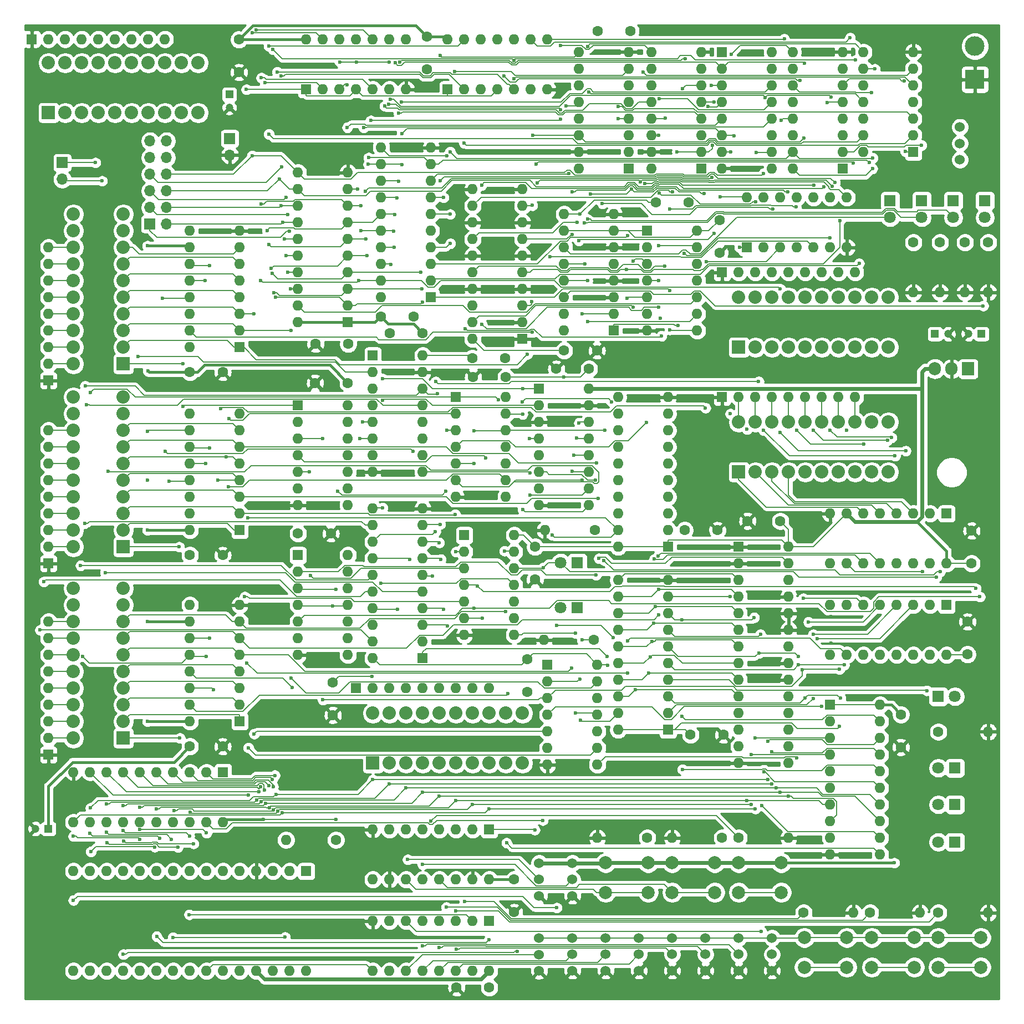
<source format=gbr>
G04 #@! TF.GenerationSoftware,KiCad,Pcbnew,5.1.5+dfsg1-2build2*
G04 #@! TF.CreationDate,2022-01-23T15:03:55-05:00*
G04 #@! TF.ProjectId,8bit_computer,38626974-5f63-46f6-9d70-757465722e6b,rev?*
G04 #@! TF.SameCoordinates,Original*
G04 #@! TF.FileFunction,Copper,L2,Bot*
G04 #@! TF.FilePolarity,Positive*
%FSLAX46Y46*%
G04 Gerber Fmt 4.6, Leading zero omitted, Abs format (unit mm)*
G04 Created by KiCad (PCBNEW 5.1.5+dfsg1-2build2) date 2022-01-23 15:03:56*
%MOMM*%
%LPD*%
G04 APERTURE LIST*
%ADD10R,2.032000X2.032000*%
%ADD11C,2.032000*%
%ADD12R,1.600000X1.600000*%
%ADD13O,1.600000X1.600000*%
%ADD14C,1.600000*%
%ADD15C,1.524000*%
%ADD16C,2.000000*%
%ADD17C,1.800000*%
%ADD18R,1.800000X1.800000*%
%ADD19R,1.200000X1.200000*%
%ADD20C,1.200000*%
%ADD21R,3.000000X3.000000*%
%ADD22C,3.000000*%
%ADD23R,1.905000X2.000000*%
%ADD24O,1.905000X2.000000*%
%ADD25R,1.700000X1.700000*%
%ADD26O,1.700000X1.700000*%
%ADD27C,0.600000*%
%ADD28C,0.127000*%
%ADD29C,0.400000*%
%ADD30C,0.200000*%
%ADD31C,0.600000*%
%ADD32C,0.150000*%
%ADD33C,0.254000*%
G04 APERTURE END LIST*
D10*
X40640000Y-72390000D03*
D11*
X40640000Y-69850000D03*
X40640000Y-67310000D03*
X40640000Y-64770000D03*
X33020000Y-54610000D03*
X33020000Y-57150000D03*
X33020000Y-59690000D03*
X33020000Y-62230000D03*
X40640000Y-62230000D03*
X40640000Y-59690000D03*
X40640000Y-57150000D03*
X40640000Y-54610000D03*
X33020000Y-52070000D03*
X33020000Y-49530000D03*
X40640000Y-49530000D03*
X40640000Y-52070000D03*
X33020000Y-64770000D03*
X33020000Y-67310000D03*
X33020000Y-69850000D03*
X33020000Y-72390000D03*
D12*
X68580000Y-149860000D03*
D13*
X35560000Y-165100000D03*
X66040000Y-149860000D03*
X38100000Y-165100000D03*
X63500000Y-149860000D03*
X40640000Y-165100000D03*
X60960000Y-149860000D03*
X43180000Y-165100000D03*
X58420000Y-149860000D03*
X45720000Y-165100000D03*
X55880000Y-149860000D03*
X48260000Y-165100000D03*
X53340000Y-149860000D03*
X50800000Y-165100000D03*
X50800000Y-149860000D03*
X53340000Y-165100000D03*
X48260000Y-149860000D03*
X55880000Y-165100000D03*
X45720000Y-149860000D03*
X58420000Y-165100000D03*
X43180000Y-149860000D03*
X60960000Y-165100000D03*
X40640000Y-149860000D03*
X63500000Y-165100000D03*
X38100000Y-149860000D03*
X66040000Y-165100000D03*
X35560000Y-149860000D03*
X68580000Y-165100000D03*
X33020000Y-149860000D03*
X33020000Y-165100000D03*
D10*
X40640000Y-129540000D03*
D11*
X40640000Y-127000000D03*
X40640000Y-124460000D03*
X40640000Y-121920000D03*
X33020000Y-111760000D03*
X33020000Y-114300000D03*
X33020000Y-116840000D03*
X33020000Y-119380000D03*
X40640000Y-119380000D03*
X40640000Y-116840000D03*
X40640000Y-114300000D03*
X40640000Y-111760000D03*
X33020000Y-109220000D03*
X33020000Y-106680000D03*
X40640000Y-106680000D03*
X40640000Y-109220000D03*
X33020000Y-121920000D03*
X33020000Y-124460000D03*
X33020000Y-127000000D03*
X33020000Y-129540000D03*
X33020000Y-100330000D03*
X33020000Y-97790000D03*
X33020000Y-95250000D03*
X33020000Y-92710000D03*
X40640000Y-80010000D03*
X40640000Y-77470000D03*
X33020000Y-77470000D03*
X33020000Y-80010000D03*
X40640000Y-82550000D03*
X40640000Y-85090000D03*
X40640000Y-87630000D03*
X40640000Y-90170000D03*
X33020000Y-90170000D03*
X33020000Y-87630000D03*
X33020000Y-85090000D03*
X33020000Y-82550000D03*
X40640000Y-92710000D03*
X40640000Y-95250000D03*
X40640000Y-97790000D03*
D10*
X40640000Y-100330000D03*
D11*
X78740000Y-125730000D03*
X81280000Y-125730000D03*
X83820000Y-125730000D03*
X86360000Y-125730000D03*
X99060000Y-133350000D03*
X101600000Y-133350000D03*
X101600000Y-125730000D03*
X99060000Y-125730000D03*
X96520000Y-133350000D03*
X93980000Y-133350000D03*
X91440000Y-133350000D03*
X88900000Y-133350000D03*
X88900000Y-125730000D03*
X91440000Y-125730000D03*
X93980000Y-125730000D03*
X96520000Y-125730000D03*
X86360000Y-133350000D03*
X83820000Y-133350000D03*
X81280000Y-133350000D03*
D10*
X78740000Y-133350000D03*
D14*
X55800000Y-130810000D03*
X50800000Y-130810000D03*
X91520000Y-167640000D03*
X96520000Y-167640000D03*
X50800000Y-73660000D03*
X55800000Y-73660000D03*
X100330000Y-156130000D03*
X100330000Y-151130000D03*
X50800000Y-101600000D03*
X55800000Y-101600000D03*
X132080000Y-144780000D03*
D13*
X124460000Y-144780000D03*
X142240000Y-144780000D03*
D14*
X134620000Y-144780000D03*
D13*
X113030000Y-144780000D03*
D14*
X120650000Y-144780000D03*
D15*
X104140000Y-165100000D03*
X104140000Y-162600000D03*
X104140000Y-160100000D03*
X109220000Y-160060000D03*
X109220000Y-162560000D03*
X109220000Y-165060000D03*
X114300000Y-160060000D03*
X114300000Y-162560000D03*
X114300000Y-165060000D03*
X119380000Y-160060000D03*
X119380000Y-162560000D03*
X119380000Y-165060000D03*
X124460000Y-165060000D03*
X124460000Y-162560000D03*
X124460000Y-160060000D03*
X129540000Y-160060000D03*
X129540000Y-162560000D03*
X129540000Y-165060000D03*
X134620000Y-165060000D03*
X134620000Y-162560000D03*
X134620000Y-160060000D03*
X139700000Y-160060000D03*
X139700000Y-162560000D03*
X139700000Y-165060000D03*
D16*
X120800000Y-148590000D03*
X120800000Y-153090000D03*
X114300000Y-148590000D03*
X114300000Y-153090000D03*
X134620000Y-153090000D03*
X134620000Y-148590000D03*
X141120000Y-153090000D03*
X141120000Y-148590000D03*
X130960000Y-148590000D03*
X130960000Y-153090000D03*
X124460000Y-148590000D03*
X124460000Y-153090000D03*
D15*
X109220000Y-153630000D03*
X109220000Y-151130000D03*
X109220000Y-148630000D03*
X104140000Y-153630000D03*
X104140000Y-151130000D03*
X104140000Y-148630000D03*
D12*
X58420000Y-127000000D03*
D13*
X50800000Y-109220000D03*
X58420000Y-124460000D03*
X50800000Y-111760000D03*
X58420000Y-121920000D03*
X50800000Y-114300000D03*
X58420000Y-119380000D03*
X50800000Y-116840000D03*
X58420000Y-116840000D03*
X50800000Y-119380000D03*
X58420000Y-114300000D03*
X50800000Y-121920000D03*
X58420000Y-111760000D03*
X50800000Y-124460000D03*
X58420000Y-109220000D03*
X50800000Y-127000000D03*
D12*
X58420000Y-97790000D03*
D13*
X50800000Y-80010000D03*
X58420000Y-95250000D03*
X50800000Y-82550000D03*
X58420000Y-92710000D03*
X50800000Y-85090000D03*
X58420000Y-90170000D03*
X50800000Y-87630000D03*
X58420000Y-87630000D03*
X50800000Y-90170000D03*
X58420000Y-85090000D03*
X50800000Y-92710000D03*
X58420000Y-82550000D03*
X50800000Y-95250000D03*
X58420000Y-80010000D03*
X50800000Y-97790000D03*
X50800000Y-69850000D03*
X58420000Y-52070000D03*
X50800000Y-67310000D03*
X58420000Y-54610000D03*
X50800000Y-64770000D03*
X58420000Y-57150000D03*
X50800000Y-62230000D03*
X58420000Y-59690000D03*
X50800000Y-59690000D03*
X58420000Y-62230000D03*
X50800000Y-57150000D03*
X58420000Y-64770000D03*
X50800000Y-54610000D03*
X58420000Y-67310000D03*
X50800000Y-52070000D03*
D12*
X58420000Y-69850000D03*
D13*
X96520000Y-165100000D03*
X78740000Y-157480000D03*
X93980000Y-165100000D03*
X81280000Y-157480000D03*
X91440000Y-165100000D03*
X83820000Y-157480000D03*
X88900000Y-165100000D03*
X86360000Y-157480000D03*
X86360000Y-165100000D03*
X88900000Y-157480000D03*
X83820000Y-165100000D03*
X91440000Y-157480000D03*
X81280000Y-165100000D03*
X93980000Y-157480000D03*
X78740000Y-165100000D03*
D12*
X96520000Y-157480000D03*
X96520000Y-143510000D03*
D13*
X78740000Y-151130000D03*
X93980000Y-143510000D03*
X81280000Y-151130000D03*
X91440000Y-143510000D03*
X83820000Y-151130000D03*
X88900000Y-143510000D03*
X86360000Y-151130000D03*
X86360000Y-143510000D03*
X88900000Y-151130000D03*
X83820000Y-143510000D03*
X91440000Y-151130000D03*
X81280000Y-143510000D03*
X93980000Y-151130000D03*
X78740000Y-143510000D03*
X96520000Y-151130000D03*
D12*
X29210000Y-132080000D03*
D13*
X29210000Y-129540000D03*
X29210000Y-127000000D03*
X29210000Y-124460000D03*
X29210000Y-121920000D03*
X29210000Y-119380000D03*
X29210000Y-116840000D03*
X29210000Y-114300000D03*
X29210000Y-111760000D03*
X29210000Y-82550000D03*
X29210000Y-85090000D03*
X29210000Y-87630000D03*
X29210000Y-90170000D03*
X29210000Y-92710000D03*
X29210000Y-95250000D03*
X29210000Y-97790000D03*
X29210000Y-100330000D03*
D12*
X29210000Y-102870000D03*
D13*
X29210000Y-54610000D03*
X29210000Y-57150000D03*
X29210000Y-59690000D03*
X29210000Y-62230000D03*
X29210000Y-64770000D03*
X29210000Y-67310000D03*
X29210000Y-69850000D03*
X29210000Y-72390000D03*
D12*
X29210000Y-74930000D03*
X76200000Y-121920000D03*
D13*
X78740000Y-121920000D03*
X81280000Y-121920000D03*
X83820000Y-121920000D03*
X86360000Y-121920000D03*
X88900000Y-121920000D03*
X91440000Y-121920000D03*
X93980000Y-121920000D03*
X96520000Y-121920000D03*
D11*
X134620000Y-62230000D03*
X137160000Y-62230000D03*
X139700000Y-62230000D03*
X142240000Y-62230000D03*
X154940000Y-69850000D03*
X157480000Y-69850000D03*
X157480000Y-62230000D03*
X154940000Y-62230000D03*
X152400000Y-69850000D03*
X149860000Y-69850000D03*
X147320000Y-69850000D03*
X144780000Y-69850000D03*
X144780000Y-62230000D03*
X147320000Y-62230000D03*
X149860000Y-62230000D03*
X152400000Y-62230000D03*
X142240000Y-69850000D03*
X139700000Y-69850000D03*
X137160000Y-69850000D03*
D10*
X134620000Y-69850000D03*
X134620000Y-88900000D03*
D11*
X137160000Y-88900000D03*
X139700000Y-88900000D03*
X142240000Y-88900000D03*
X152400000Y-81280000D03*
X149860000Y-81280000D03*
X147320000Y-81280000D03*
X144780000Y-81280000D03*
X144780000Y-88900000D03*
X147320000Y-88900000D03*
X149860000Y-88900000D03*
X152400000Y-88900000D03*
X154940000Y-81280000D03*
X157480000Y-81280000D03*
X157480000Y-88900000D03*
X154940000Y-88900000D03*
X142240000Y-81280000D03*
X139700000Y-81280000D03*
X137160000Y-81280000D03*
X134620000Y-81280000D03*
D14*
X103505000Y-105330000D03*
X103505000Y-100330000D03*
X72644000Y-121031000D03*
X72644000Y-126031000D03*
X58293000Y-22860000D03*
X58293000Y-27860000D03*
X86995000Y-27432000D03*
X86995000Y-22432000D03*
X127000000Y-47752000D03*
X122000000Y-47752000D03*
X67310000Y-98298000D03*
X72310000Y-98298000D03*
X126365000Y-97790000D03*
X131365000Y-97790000D03*
X131699000Y-55419000D03*
X131699000Y-50419000D03*
X99060000Y-74422000D03*
X94060000Y-74422000D03*
X102362000Y-122475000D03*
X102362000Y-117475000D03*
X86360000Y-67691000D03*
X81360000Y-67691000D03*
X127254000Y-129032000D03*
X132254000Y-129032000D03*
X79963000Y-65151000D03*
X84963000Y-65151000D03*
X170180000Y-97870000D03*
X170180000Y-102870000D03*
X113110000Y-21590000D03*
X118110000Y-21590000D03*
X159385000Y-130937000D03*
X159385000Y-125937000D03*
X93933000Y-71501000D03*
X98933000Y-71501000D03*
X111760000Y-73152000D03*
X106760000Y-73152000D03*
X135970000Y-96393000D03*
X140970000Y-96393000D03*
X169545000Y-111760000D03*
X169545000Y-116760000D03*
X74977000Y-69342000D03*
X69977000Y-69342000D03*
X107950000Y-70358000D03*
X112950000Y-70358000D03*
X69930000Y-75311000D03*
X74930000Y-75311000D03*
D17*
X107442000Y-102743000D03*
D18*
X109982000Y-102743000D03*
X109982000Y-109601000D03*
D17*
X107442000Y-109601000D03*
D13*
X105029000Y-97790000D03*
D14*
X112649000Y-97790000D03*
X112522000Y-114554000D03*
D13*
X104902000Y-114554000D03*
D12*
X132080000Y-58420000D03*
D13*
X134620000Y-58420000D03*
X137160000Y-58420000D03*
X139700000Y-58420000D03*
X142240000Y-58420000D03*
X144780000Y-58420000D03*
X147320000Y-58420000D03*
X149860000Y-58420000D03*
X152400000Y-58420000D03*
X152400000Y-77470000D03*
X149860000Y-77470000D03*
X147320000Y-77470000D03*
X144780000Y-77470000D03*
X142240000Y-77470000D03*
X139700000Y-77470000D03*
X137160000Y-77470000D03*
X134620000Y-77470000D03*
D12*
X132080000Y-77470000D03*
X92710000Y-98552000D03*
D13*
X100330000Y-113792000D03*
X92710000Y-101092000D03*
X100330000Y-111252000D03*
X92710000Y-103632000D03*
X100330000Y-108712000D03*
X92710000Y-106172000D03*
X100330000Y-106172000D03*
X92710000Y-108712000D03*
X100330000Y-103632000D03*
X92710000Y-111252000D03*
X100330000Y-101092000D03*
X92710000Y-113792000D03*
X100330000Y-98552000D03*
D12*
X120650000Y-52070000D03*
D13*
X128270000Y-67310000D03*
X120650000Y-54610000D03*
X128270000Y-64770000D03*
X120650000Y-57150000D03*
X128270000Y-62230000D03*
X120650000Y-59690000D03*
X128270000Y-59690000D03*
X120650000Y-62230000D03*
X128270000Y-57150000D03*
X120650000Y-64770000D03*
X128270000Y-54610000D03*
X120650000Y-67310000D03*
X128270000Y-52070000D03*
D12*
X67310000Y-78740000D03*
D13*
X74930000Y-93980000D03*
X67310000Y-81280000D03*
X74930000Y-91440000D03*
X67310000Y-83820000D03*
X74930000Y-88900000D03*
X67310000Y-86360000D03*
X74930000Y-86360000D03*
X67310000Y-88900000D03*
X74930000Y-83820000D03*
X67310000Y-91440000D03*
X74930000Y-81280000D03*
X67310000Y-93980000D03*
X74930000Y-78740000D03*
D12*
X78740000Y-71120000D03*
D13*
X86360000Y-88900000D03*
X78740000Y-73660000D03*
X86360000Y-86360000D03*
X78740000Y-76200000D03*
X86360000Y-83820000D03*
X78740000Y-78740000D03*
X86360000Y-81280000D03*
X78740000Y-81280000D03*
X86360000Y-78740000D03*
X78740000Y-83820000D03*
X86360000Y-76200000D03*
X78740000Y-86360000D03*
X86360000Y-73660000D03*
X78740000Y-88900000D03*
X86360000Y-71120000D03*
D12*
X115570000Y-67310000D03*
D13*
X107950000Y-49530000D03*
X115570000Y-64770000D03*
X107950000Y-52070000D03*
X115570000Y-62230000D03*
X107950000Y-54610000D03*
X115570000Y-59690000D03*
X107950000Y-57150000D03*
X115570000Y-57150000D03*
X107950000Y-59690000D03*
X115570000Y-54610000D03*
X107950000Y-62230000D03*
X115570000Y-52070000D03*
X107950000Y-64770000D03*
X115570000Y-49530000D03*
X107950000Y-67310000D03*
X111760000Y-76200000D03*
X104140000Y-93980000D03*
X111760000Y-78740000D03*
X104140000Y-91440000D03*
X111760000Y-81280000D03*
X104140000Y-88900000D03*
X111760000Y-83820000D03*
X104140000Y-86360000D03*
X111760000Y-86360000D03*
X104140000Y-83820000D03*
X111760000Y-88900000D03*
X104140000Y-81280000D03*
X111760000Y-91440000D03*
X104140000Y-78740000D03*
X111760000Y-93980000D03*
D12*
X104140000Y-76200000D03*
X86360000Y-117348000D03*
D13*
X78740000Y-94488000D03*
X86360000Y-114808000D03*
X78740000Y-97028000D03*
X86360000Y-112268000D03*
X78740000Y-99568000D03*
X86360000Y-109728000D03*
X78740000Y-102108000D03*
X86360000Y-107188000D03*
X78740000Y-104648000D03*
X86360000Y-104648000D03*
X78740000Y-107188000D03*
X86360000Y-102108000D03*
X78740000Y-109728000D03*
X86360000Y-99568000D03*
X78740000Y-112268000D03*
X86360000Y-97028000D03*
X78740000Y-114808000D03*
X86360000Y-94488000D03*
X78740000Y-117348000D03*
X99060000Y-77470000D03*
X91440000Y-92710000D03*
X99060000Y-80010000D03*
X91440000Y-90170000D03*
X99060000Y-82550000D03*
X91440000Y-87630000D03*
X99060000Y-85090000D03*
X91440000Y-85090000D03*
X99060000Y-87630000D03*
X91440000Y-82550000D03*
X99060000Y-90170000D03*
X91440000Y-80010000D03*
X99060000Y-92710000D03*
D12*
X91440000Y-77470000D03*
D13*
X90170000Y-22860000D03*
X105410000Y-30480000D03*
X92710000Y-22860000D03*
X102870000Y-30480000D03*
X95250000Y-22860000D03*
X100330000Y-30480000D03*
X97790000Y-22860000D03*
X97790000Y-30480000D03*
X100330000Y-22860000D03*
X95250000Y-30480000D03*
X102870000Y-22860000D03*
X92710000Y-30480000D03*
X105410000Y-22860000D03*
D12*
X90170000Y-30480000D03*
X68580000Y-30480000D03*
D13*
X83820000Y-22860000D03*
X71120000Y-30480000D03*
X81280000Y-22860000D03*
X73660000Y-30480000D03*
X78740000Y-22860000D03*
X76200000Y-30480000D03*
X76200000Y-22860000D03*
X78740000Y-30480000D03*
X73660000Y-22860000D03*
X81280000Y-30480000D03*
X71120000Y-22860000D03*
X83820000Y-30480000D03*
X68580000Y-22860000D03*
X74930000Y-101600000D03*
X67310000Y-116840000D03*
X74930000Y-104140000D03*
X67310000Y-114300000D03*
X74930000Y-106680000D03*
X67310000Y-111760000D03*
X74930000Y-109220000D03*
X67310000Y-109220000D03*
X74930000Y-111760000D03*
X67310000Y-106680000D03*
X74930000Y-114300000D03*
X67310000Y-104140000D03*
X74930000Y-116840000D03*
D12*
X67310000Y-101600000D03*
D13*
X80010000Y-62230000D03*
X87630000Y-39370000D03*
X80010000Y-59690000D03*
X87630000Y-41910000D03*
X80010000Y-57150000D03*
X87630000Y-44450000D03*
X80010000Y-54610000D03*
X87630000Y-46990000D03*
X80010000Y-52070000D03*
X87630000Y-49530000D03*
X80010000Y-49530000D03*
X87630000Y-52070000D03*
X80010000Y-46990000D03*
X87630000Y-54610000D03*
X80010000Y-44450000D03*
X87630000Y-57150000D03*
X80010000Y-41910000D03*
X87630000Y-59690000D03*
X80010000Y-39370000D03*
D12*
X87630000Y-62230000D03*
X74930000Y-66040000D03*
D13*
X67310000Y-43180000D03*
X74930000Y-63500000D03*
X67310000Y-45720000D03*
X74930000Y-60960000D03*
X67310000Y-48260000D03*
X74930000Y-58420000D03*
X67310000Y-50800000D03*
X74930000Y-55880000D03*
X67310000Y-53340000D03*
X74930000Y-53340000D03*
X67310000Y-55880000D03*
X74930000Y-50800000D03*
X67310000Y-58420000D03*
X74930000Y-48260000D03*
X67310000Y-60960000D03*
X74930000Y-45720000D03*
X67310000Y-63500000D03*
X74930000Y-43180000D03*
X67310000Y-66040000D03*
X93980000Y-68580000D03*
X101600000Y-45720000D03*
X93980000Y-66040000D03*
X101600000Y-48260000D03*
X93980000Y-63500000D03*
X101600000Y-50800000D03*
X93980000Y-60960000D03*
X101600000Y-53340000D03*
X93980000Y-58420000D03*
X101600000Y-55880000D03*
X93980000Y-55880000D03*
X101600000Y-58420000D03*
X93980000Y-53340000D03*
X101600000Y-60960000D03*
X93980000Y-50800000D03*
X101600000Y-63500000D03*
X93980000Y-48260000D03*
X101600000Y-66040000D03*
X93980000Y-45720000D03*
D12*
X101600000Y-68580000D03*
X134620000Y-100330000D03*
D13*
X142240000Y-133350000D03*
X134620000Y-102870000D03*
X142240000Y-130810000D03*
X134620000Y-105410000D03*
X142240000Y-128270000D03*
X134620000Y-107950000D03*
X142240000Y-125730000D03*
X134620000Y-110490000D03*
X142240000Y-123190000D03*
X134620000Y-113030000D03*
X142240000Y-120650000D03*
X134620000Y-115570000D03*
X142240000Y-118110000D03*
X134620000Y-118110000D03*
X142240000Y-115570000D03*
X134620000Y-120650000D03*
X142240000Y-113030000D03*
X134620000Y-123190000D03*
X142240000Y-110490000D03*
X134620000Y-125730000D03*
X142240000Y-107950000D03*
X134620000Y-128270000D03*
X142240000Y-105410000D03*
X134620000Y-130810000D03*
X142240000Y-102870000D03*
X134620000Y-133350000D03*
X142240000Y-100330000D03*
D12*
X166370000Y-109220000D03*
D13*
X148590000Y-116840000D03*
X163830000Y-109220000D03*
X151130000Y-116840000D03*
X161290000Y-109220000D03*
X153670000Y-116840000D03*
X158750000Y-109220000D03*
X156210000Y-116840000D03*
X156210000Y-109220000D03*
X158750000Y-116840000D03*
X153670000Y-109220000D03*
X161290000Y-116840000D03*
X151130000Y-109220000D03*
X163830000Y-116840000D03*
X148590000Y-109220000D03*
X166370000Y-116840000D03*
X166370000Y-102870000D03*
X148590000Y-95250000D03*
X163830000Y-102870000D03*
X151130000Y-95250000D03*
X161290000Y-102870000D03*
X153670000Y-95250000D03*
X158750000Y-102870000D03*
X156210000Y-95250000D03*
X156210000Y-102870000D03*
X158750000Y-95250000D03*
X153670000Y-102870000D03*
X161290000Y-95250000D03*
X151130000Y-102870000D03*
X163830000Y-95250000D03*
X148590000Y-102870000D03*
D12*
X166370000Y-95250000D03*
D13*
X156210000Y-124460000D03*
X148590000Y-147320000D03*
X156210000Y-127000000D03*
X148590000Y-144780000D03*
X156210000Y-129540000D03*
X148590000Y-142240000D03*
X156210000Y-132080000D03*
X148590000Y-139700000D03*
X156210000Y-134620000D03*
X148590000Y-137160000D03*
X156210000Y-137160000D03*
X148590000Y-134620000D03*
X156210000Y-139700000D03*
X148590000Y-132080000D03*
X156210000Y-142240000D03*
X148590000Y-129540000D03*
X156210000Y-144780000D03*
X148590000Y-127000000D03*
X156210000Y-147320000D03*
D12*
X148590000Y-124460000D03*
X123825000Y-100330000D03*
D13*
X116205000Y-77470000D03*
X123825000Y-97790000D03*
X116205000Y-80010000D03*
X123825000Y-95250000D03*
X116205000Y-82550000D03*
X123825000Y-92710000D03*
X116205000Y-85090000D03*
X123825000Y-90170000D03*
X116205000Y-87630000D03*
X123825000Y-87630000D03*
X116205000Y-90170000D03*
X123825000Y-85090000D03*
X116205000Y-92710000D03*
X123825000Y-82550000D03*
X116205000Y-95250000D03*
X123825000Y-80010000D03*
X116205000Y-97790000D03*
X123825000Y-77470000D03*
X116205000Y-100330000D03*
D12*
X123825000Y-128270000D03*
D13*
X116205000Y-105410000D03*
X123825000Y-125730000D03*
X116205000Y-107950000D03*
X123825000Y-123190000D03*
X116205000Y-110490000D03*
X123825000Y-120650000D03*
X116205000Y-113030000D03*
X123825000Y-118110000D03*
X116205000Y-115570000D03*
X123825000Y-115570000D03*
X116205000Y-118110000D03*
X123825000Y-113030000D03*
X116205000Y-120650000D03*
X123825000Y-110490000D03*
X116205000Y-123190000D03*
X123825000Y-107950000D03*
X116205000Y-125730000D03*
X123825000Y-105410000D03*
X116205000Y-128270000D03*
D10*
X29210000Y-34036000D03*
D11*
X31750000Y-34036000D03*
X34290000Y-34036000D03*
X36830000Y-34036000D03*
X46990000Y-26416000D03*
X44450000Y-26416000D03*
X41910000Y-26416000D03*
X39370000Y-26416000D03*
X39370000Y-34036000D03*
X41910000Y-34036000D03*
X44450000Y-34036000D03*
X46990000Y-34036000D03*
X49530000Y-26416000D03*
X52070000Y-26416000D03*
X52070000Y-34036000D03*
X49530000Y-34036000D03*
X36830000Y-26416000D03*
X34290000Y-26416000D03*
X31750000Y-26416000D03*
X29210000Y-26416000D03*
D12*
X26670000Y-22796500D03*
D13*
X29210000Y-22796500D03*
X31750000Y-22796500D03*
X34290000Y-22796500D03*
X36830000Y-22796500D03*
X39370000Y-22796500D03*
X41910000Y-22796500D03*
X44450000Y-22796500D03*
X46990000Y-22796500D03*
X172720000Y-61468000D03*
D14*
X172720000Y-53848000D03*
X169164000Y-53848000D03*
D13*
X169164000Y-61468000D03*
X165354000Y-61468000D03*
D14*
X165354000Y-53848000D03*
X161290000Y-53848000D03*
D13*
X161290000Y-61468000D03*
D19*
X171704000Y-67818000D03*
D20*
X169704000Y-67818000D03*
X166592000Y-67818000D03*
D19*
X164592000Y-67818000D03*
D21*
X170688000Y-28956000D03*
D22*
X170688000Y-23876000D03*
D13*
X162306000Y-156210000D03*
D14*
X154686000Y-156210000D03*
X144526000Y-156210000D03*
D13*
X152146000Y-156210000D03*
D14*
X165100000Y-156210000D03*
D13*
X172720000Y-156210000D03*
D16*
X171600000Y-160020000D03*
X171600000Y-164520000D03*
X165100000Y-160020000D03*
X165100000Y-164520000D03*
X144630000Y-164520000D03*
X144630000Y-160020000D03*
X151130000Y-164520000D03*
X151130000Y-160020000D03*
X161440000Y-160020000D03*
X161440000Y-164520000D03*
X154940000Y-160020000D03*
X154940000Y-164520000D03*
D23*
X169672000Y-73152000D03*
D24*
X167132000Y-73152000D03*
X164592000Y-73152000D03*
D25*
X31305500Y-41656000D03*
D26*
X31305500Y-44196000D03*
D25*
X44704000Y-51054000D03*
D26*
X47244000Y-51054000D03*
X44704000Y-48514000D03*
X47244000Y-48514000D03*
X44704000Y-45974000D03*
X47244000Y-45974000D03*
X44704000Y-43434000D03*
X47244000Y-43434000D03*
X44704000Y-40894000D03*
X47244000Y-40894000D03*
X44704000Y-38354000D03*
X47244000Y-38354000D03*
D19*
X56832500Y-31242000D03*
D20*
X56832500Y-33242000D03*
D14*
X73088500Y-145097500D03*
D13*
X65468500Y-145097500D03*
D12*
X105410000Y-118364000D03*
D13*
X113030000Y-133604000D03*
X105410000Y-120904000D03*
X113030000Y-131064000D03*
X105410000Y-123444000D03*
X113030000Y-128524000D03*
X105410000Y-125984000D03*
X113030000Y-125984000D03*
X105410000Y-128524000D03*
X113030000Y-123444000D03*
X105410000Y-131064000D03*
X113030000Y-120904000D03*
X105410000Y-133604000D03*
X113030000Y-118364000D03*
D17*
X172212000Y-50038000D03*
D18*
X172212000Y-47498000D03*
X167386000Y-47498000D03*
D17*
X167386000Y-50038000D03*
X162560000Y-50038000D03*
D18*
X162560000Y-47498000D03*
X157734000Y-47498000D03*
D17*
X157734000Y-50038000D03*
D13*
X135890000Y-46990000D03*
X151130000Y-54610000D03*
X138430000Y-46990000D03*
X148590000Y-54610000D03*
X140970000Y-46990000D03*
X146050000Y-54610000D03*
X143510000Y-46990000D03*
X143510000Y-54610000D03*
X146050000Y-46990000D03*
X140970000Y-54610000D03*
X148590000Y-46990000D03*
X138430000Y-54610000D03*
X151130000Y-46990000D03*
D12*
X135890000Y-54610000D03*
X117856000Y-42545000D03*
D13*
X110236000Y-24765000D03*
X117856000Y-40005000D03*
X110236000Y-27305000D03*
X117856000Y-37465000D03*
X110236000Y-29845000D03*
X117856000Y-34925000D03*
X110236000Y-32385000D03*
X117856000Y-32385000D03*
X110236000Y-34925000D03*
X117856000Y-29845000D03*
X110236000Y-37465000D03*
X117856000Y-27305000D03*
X110236000Y-40005000D03*
X117856000Y-24765000D03*
X110236000Y-42545000D03*
X121285000Y-42545000D03*
X128905000Y-24765000D03*
X121285000Y-40005000D03*
X128905000Y-27305000D03*
X121285000Y-37465000D03*
X128905000Y-29845000D03*
X121285000Y-34925000D03*
X128905000Y-32385000D03*
X121285000Y-32385000D03*
X128905000Y-34925000D03*
X121285000Y-29845000D03*
X128905000Y-37465000D03*
X121285000Y-27305000D03*
X128905000Y-40005000D03*
X121285000Y-24765000D03*
D12*
X128905000Y-42545000D03*
D18*
X167640000Y-134112000D03*
D17*
X165100000Y-134112000D03*
X165100000Y-139700000D03*
D18*
X167640000Y-139700000D03*
X167640000Y-145415000D03*
D17*
X165100000Y-145415000D03*
D25*
X56896000Y-37973000D03*
D26*
X56896000Y-40513000D03*
D13*
X139700000Y-24765000D03*
X132080000Y-42545000D03*
X139700000Y-27305000D03*
X132080000Y-40005000D03*
X139700000Y-29845000D03*
X132080000Y-37465000D03*
X139700000Y-32385000D03*
X132080000Y-34925000D03*
X139700000Y-34925000D03*
X132080000Y-32385000D03*
X139700000Y-37465000D03*
X132080000Y-29845000D03*
X139700000Y-40005000D03*
X132080000Y-27305000D03*
X139700000Y-42545000D03*
D12*
X132080000Y-24765000D03*
X150495000Y-42545000D03*
D13*
X142875000Y-24765000D03*
X150495000Y-40005000D03*
X142875000Y-27305000D03*
X150495000Y-37465000D03*
X142875000Y-29845000D03*
X150495000Y-34925000D03*
X142875000Y-32385000D03*
X150495000Y-32385000D03*
X142875000Y-34925000D03*
X150495000Y-29845000D03*
X142875000Y-37465000D03*
X150495000Y-27305000D03*
X142875000Y-40005000D03*
X150495000Y-24765000D03*
X142875000Y-42545000D03*
D12*
X161290000Y-40005000D03*
D13*
X153670000Y-24765000D03*
X161290000Y-37465000D03*
X153670000Y-27305000D03*
X161290000Y-34925000D03*
X153670000Y-29845000D03*
X161290000Y-32385000D03*
X153670000Y-32385000D03*
X161290000Y-29845000D03*
X153670000Y-34925000D03*
X161290000Y-27305000D03*
X153670000Y-37465000D03*
X161290000Y-24765000D03*
X153670000Y-40005000D03*
D15*
X168402000Y-41211500D03*
X168402000Y-38711500D03*
X168402000Y-36211500D03*
D18*
X165100000Y-123190000D03*
D17*
X167640000Y-123190000D03*
D14*
X165100000Y-128574800D03*
D13*
X172720000Y-128574800D03*
D12*
X55880000Y-134747000D03*
D13*
X33020000Y-142367000D03*
X53340000Y-134747000D03*
X35560000Y-142367000D03*
X50800000Y-134747000D03*
X38100000Y-142367000D03*
X48260000Y-134747000D03*
X40640000Y-142367000D03*
X45720000Y-134747000D03*
X43180000Y-142367000D03*
X43180000Y-134747000D03*
X45720000Y-142367000D03*
X40640000Y-134747000D03*
X48260000Y-142367000D03*
X38100000Y-134747000D03*
X50800000Y-142367000D03*
X35560000Y-134747000D03*
X53340000Y-142367000D03*
X33020000Y-134747000D03*
X55880000Y-142367000D03*
D19*
X29210000Y-143383000D03*
D20*
X27210000Y-143383000D03*
D27*
X80264000Y-74676000D03*
X45732700Y-159829500D03*
X103479600Y-143548100D03*
X101663500Y-76200000D03*
X96520009Y-160291490D03*
X146913600Y-24790400D03*
X113944400Y-24739600D03*
X123139200Y-70561200D03*
X107086400Y-78689200D03*
X126136400Y-105359200D03*
X82753200Y-93980000D03*
X82499200Y-88747600D03*
X55422800Y-106273600D03*
X55422800Y-108864400D03*
X139496800Y-107696000D03*
X148793200Y-112725200D03*
X148691600Y-110998000D03*
X148691600Y-115011200D03*
X149860000Y-107238800D03*
X118516400Y-67360800D03*
X118554500Y-69723000D03*
X118554500Y-73342500D03*
X119634000Y-40005000D03*
X103505000Y-102552500D03*
X111315500Y-105981500D03*
X107505500Y-105981500D03*
X107823000Y-114681000D03*
X135572500Y-42608500D03*
X124079000Y-39941500D03*
X136461500Y-24892000D03*
X144081500Y-22288500D03*
X149733000Y-22288500D03*
X146939000Y-22288500D03*
X113347500Y-59626500D03*
X113347500Y-54483000D03*
X112903000Y-49149000D03*
X103395490Y-124777500D03*
X98298000Y-149923500D03*
X70154800Y-94030800D03*
X70104000Y-98399600D03*
X82956400Y-70815200D03*
X88595200Y-69545200D03*
X91744800Y-69545200D03*
X127000000Y-69850000D03*
X127000000Y-77724000D03*
X131572000Y-69850000D03*
X168402000Y-128524000D03*
X165862000Y-120142000D03*
X157861000Y-25527000D03*
X160274000Y-44831000D03*
X155702000Y-44831000D03*
X131572000Y-65532000D03*
X80264000Y-77978000D03*
X42875200Y-71272400D03*
X54376713Y-122157801D03*
X40640000Y-162560000D03*
X100838000Y-162109500D03*
X101617490Y-94615000D03*
X53848000Y-114300000D03*
X53848000Y-85217000D03*
X53848000Y-57404000D03*
X53340000Y-117094000D03*
X53213000Y-87630000D03*
X53103490Y-59690000D03*
X34448500Y-117044071D03*
X86360000Y-137795000D03*
X140970000Y-137795000D03*
X88306619Y-98004943D03*
X62236075Y-29470075D03*
X137668000Y-75082400D03*
X88341200Y-75082400D03*
X64943032Y-50800000D03*
X53340000Y-144018000D03*
X43116502Y-143498934D03*
X43180000Y-140063532D03*
X62379033Y-139485808D03*
X83820000Y-137160000D03*
X140335000Y-137160000D03*
X84355650Y-102235000D03*
X61722000Y-28702006D03*
X78451335Y-35220535D03*
X107391200Y-35052000D03*
X105765600Y-55981600D03*
X64689021Y-48260000D03*
X50736500Y-144508500D03*
X40640000Y-143654479D03*
X40640000Y-139809521D03*
X61686958Y-139263148D03*
X81280000Y-136525000D03*
X139700000Y-136525000D03*
X139700000Y-131589500D03*
X82550000Y-109855000D03*
X60960000Y-21353500D03*
X146100800Y-45121220D03*
X64435010Y-44144648D03*
X48006000Y-144999000D03*
X38100000Y-143908490D03*
X38100000Y-139555510D03*
X61021093Y-138971310D03*
X78740000Y-135890000D03*
X139065000Y-135890000D03*
X139065000Y-130030500D03*
X60325000Y-21844000D03*
X138430000Y-43299090D03*
X60325000Y-40576502D03*
X35560000Y-144081499D03*
X46164500Y-144843500D03*
X35623500Y-140208000D03*
X63944500Y-138112500D03*
X44323000Y-54356000D03*
X44323000Y-82677000D03*
X44323000Y-90170000D03*
X44323000Y-97790000D03*
X44323000Y-127000000D03*
X150004500Y-127762000D03*
X72644000Y-109347000D03*
X107950000Y-74422000D03*
X78613000Y-120142000D03*
X44372326Y-73462695D03*
X158369000Y-148590000D03*
X44323000Y-111760000D03*
X110388400Y-49530000D03*
X131775200Y-46888400D03*
X155041600Y-42570400D03*
X114604800Y-118414800D03*
X62026800Y-141935200D03*
X73101200Y-141935200D03*
X96520000Y-140335000D03*
X137160000Y-140335000D03*
X137160000Y-129540000D03*
X90169994Y-112395000D03*
X64770000Y-28448000D03*
X92697300Y-38696900D03*
X65959076Y-52140190D03*
X64935651Y-140965672D03*
X33020000Y-144526000D03*
X43180000Y-144987968D03*
X66144783Y-60910826D03*
X93980000Y-139700000D03*
X136525000Y-139700000D03*
X136525000Y-132054600D03*
X89535000Y-109855000D03*
X64135000Y-27813000D03*
X100291900Y-28841700D03*
X65705065Y-49594643D03*
X65705065Y-58420000D03*
X64253294Y-140714803D03*
X51371500Y-145669000D03*
X40703500Y-145241979D03*
X50863500Y-140825565D03*
X91440000Y-139065000D03*
X135890000Y-139065000D03*
X63500000Y-24384000D03*
X89136521Y-102235000D03*
X152450800Y-25996900D03*
X100253800Y-26004810D03*
X65451054Y-46979524D03*
X65451054Y-55880000D03*
X63559205Y-140498500D03*
X48958500Y-146188000D03*
X38163500Y-145495990D03*
X48387000Y-140571554D03*
X88900000Y-138430000D03*
X142240000Y-138430000D03*
X62865000Y-23876000D03*
X88882510Y-99695000D03*
X62865000Y-37312600D03*
X65197043Y-53340000D03*
X64829805Y-42293944D03*
X62911481Y-140168350D03*
X35687000Y-146875500D03*
X45402500Y-146177000D03*
X45720000Y-140317543D03*
X33020000Y-154305000D03*
X117602000Y-62357000D03*
X106807000Y-112310999D03*
X106807000Y-155448000D03*
X101617489Y-80060800D03*
X101600000Y-78181200D03*
X115196987Y-78169603D03*
X115468400Y-114198400D03*
X133350000Y-80010000D03*
X121729500Y-102196900D03*
X122313700Y-101727000D03*
X135890000Y-82376935D03*
X138430000Y-82550000D03*
X158496000Y-86448900D03*
X160124664Y-85665754D03*
X140970000Y-82884957D03*
X143510000Y-82550000D03*
X153695400Y-84620100D03*
X146050000Y-82550000D03*
X157340300Y-84061300D03*
X148590000Y-82550000D03*
X157982011Y-83656083D03*
X151130000Y-82550000D03*
X97895963Y-77858012D03*
X164820501Y-104927499D03*
X104775000Y-103505014D03*
X36385500Y-41656000D03*
X35577490Y-76771500D03*
X110744000Y-64770002D03*
X110744000Y-90170000D03*
X38290500Y-88773000D03*
X37401500Y-44450000D03*
X109093000Y-118872000D03*
X112776000Y-90170000D03*
X146583400Y-114312700D03*
X145973798Y-123456700D03*
X146011900Y-113690400D03*
X144754600Y-123380500D03*
X150177500Y-123444000D03*
X144280593Y-119090962D03*
X149999700Y-119037100D03*
X145262600Y-111810800D03*
X143764000Y-118363998D03*
X144487900Y-108191300D03*
X150710900Y-118364000D03*
X138176000Y-139877800D03*
X137680700Y-116560600D03*
X143764000Y-117094000D03*
X138455400Y-134708900D03*
X137934700Y-113690400D03*
X126009400Y-134315200D03*
X125958600Y-111480600D03*
X136986990Y-111125000D03*
X133350000Y-107950000D03*
X125984000Y-126238000D03*
X94234000Y-109728000D03*
X171450000Y-107950000D03*
X91313000Y-95394502D03*
X91440000Y-101092000D03*
X94742000Y-106299000D03*
X122428000Y-63754000D03*
X122428000Y-59690000D03*
X170815000Y-106680000D03*
X95402400Y-66344800D03*
X59182000Y-107950000D03*
X99060000Y-110236000D03*
X98848999Y-100965000D03*
X122428000Y-110744000D03*
X122428000Y-54356000D03*
X129540000Y-79121000D03*
X55499000Y-79230500D03*
X55118000Y-90170000D03*
X112903000Y-87503000D03*
X111523490Y-65913000D03*
X49149000Y-100330000D03*
X49766510Y-78867000D03*
X71120000Y-123698000D03*
X71120000Y-83820000D03*
X163334700Y-122288300D03*
X102362000Y-70885000D03*
X102658967Y-83820000D03*
X103124000Y-67564000D03*
X49766510Y-72390000D03*
X49276000Y-129540000D03*
X99390200Y-122745500D03*
X59736021Y-131020662D03*
X59690000Y-95885002D03*
X106172000Y-98552000D03*
X56769000Y-80772000D03*
X56388000Y-86614000D03*
X56694142Y-91186000D03*
X103644700Y-41897300D03*
X152133300Y-41740100D03*
X59436000Y-30480000D03*
X151625300Y-22593300D03*
X73710800Y-26279420D03*
X76225400Y-26279420D03*
X81280000Y-26279420D03*
X143944214Y-29067886D03*
X98806004Y-28448000D03*
X148132800Y-32461200D03*
X147626679Y-45311721D03*
X95351600Y-45110400D03*
X141566900Y-22763200D03*
X83134200Y-32423100D03*
X74790300Y-29794200D03*
X74828400Y-36283900D03*
X77343000Y-36296600D03*
X77571600Y-46024800D03*
X130421090Y-29870400D03*
X130475010Y-43941299D03*
X86360000Y-62992000D03*
X160070800Y-39954200D03*
X159920814Y-29169486D03*
X153009600Y-57048400D03*
X63762747Y-135226696D03*
X63888976Y-62230000D03*
X77660499Y-53340000D03*
X83162700Y-41960800D03*
X83162700Y-37249100D03*
X133904000Y-37592000D03*
X78062110Y-41910000D03*
X134747000Y-54609996D03*
X62204583Y-137440355D03*
X62872890Y-54152800D03*
X102971600Y-62890400D03*
X103835200Y-44754800D03*
X119634000Y-44551600D03*
X148878101Y-45295214D03*
X125222000Y-39979600D03*
X129963890Y-33102671D03*
X124538640Y-46108888D03*
X130566573Y-38999574D03*
X150063200Y-50528500D03*
X117500400Y-57962800D03*
X130853061Y-32371664D03*
X130860800Y-52476400D03*
X110185200Y-53571699D03*
X109982000Y-50749200D03*
X86233000Y-60960000D03*
X162521900Y-39001700D03*
X89001600Y-44450000D03*
X149301200Y-44704000D03*
X63634965Y-61507837D03*
X63380943Y-135845368D03*
X82126132Y-49542700D03*
X82152422Y-26371581D03*
X144665700Y-26487400D03*
X61620400Y-136956800D03*
X62618880Y-52019200D03*
X86106000Y-58420000D03*
X155067000Y-40944800D03*
X155397200Y-27343100D03*
X90533500Y-49530000D03*
X90538300Y-39992300D03*
X63380921Y-58547000D03*
X63523509Y-136967071D03*
X76944500Y-48260000D03*
X76962000Y-52070000D03*
X138677101Y-31707330D03*
X81953100Y-52120800D03*
X81449890Y-31961011D03*
X148678900Y-31618200D03*
X61374930Y-137744259D03*
X61671200Y-48006000D03*
X141071600Y-35204400D03*
X142087600Y-46102220D03*
X109169200Y-46102220D03*
X109173263Y-52590689D03*
X122453400Y-31872221D03*
X123291600Y-57472290D03*
X103111300Y-48183800D03*
X103187500Y-37452300D03*
X144564100Y-37884100D03*
X137210800Y-47599600D03*
X137261600Y-40081200D03*
X122631200Y-65422500D03*
X92862400Y-67005200D03*
X122834400Y-68122800D03*
X122381979Y-37490400D03*
X122508977Y-46312110D03*
X77851000Y-55880000D03*
X78105000Y-40894000D03*
X154906700Y-30924500D03*
X154559000Y-41643300D03*
X63246000Y-57810400D03*
X62825017Y-136765439D03*
X76454000Y-45720000D03*
X76581000Y-59690000D03*
X140970000Y-60960000D03*
X59736011Y-138234759D03*
X61620400Y-59639200D03*
X59486800Y-118059200D03*
X117652800Y-119634000D03*
X117652800Y-114706400D03*
X122428000Y-106807001D03*
X121839054Y-109474000D03*
X121585043Y-112014000D03*
X121331032Y-114790500D03*
X121077021Y-117157500D03*
X120823010Y-119634000D03*
X118872000Y-122105710D03*
X69088000Y-88900000D03*
X69215000Y-104670570D03*
X80010000Y-105918000D03*
X80221001Y-94361000D03*
X95504000Y-111252000D03*
X96012000Y-86741000D03*
X102725510Y-89027000D03*
X102725510Y-92456000D03*
X34772600Y-96733360D03*
X47056040Y-85765640D03*
X84846160Y-85699600D03*
X34107120Y-103184960D03*
X37866320Y-104236520D03*
X77216000Y-81280000D03*
X28488640Y-105643680D03*
X87884000Y-104775000D03*
X35026620Y-78592680D03*
X76725500Y-83820000D03*
X27940000Y-113030000D03*
X88646000Y-76962000D03*
X89027000Y-96901000D03*
X34802363Y-75767772D03*
X50698400Y-156489400D03*
X138049000Y-159080200D03*
X91452700Y-161780532D03*
X88887300Y-161526521D03*
X86347300Y-161272510D03*
X110693200Y-114554000D03*
X109220000Y-88773000D03*
X171958000Y-63512700D03*
X109474000Y-86360000D03*
X111523490Y-59690000D03*
X111523490Y-50296790D03*
X109837510Y-83693000D03*
X111125000Y-57150000D03*
X111069497Y-50864626D03*
X110236000Y-81407000D03*
X86360000Y-148844000D03*
X84074000Y-148082000D03*
X162661600Y-104140000D03*
X124079000Y-67183000D03*
X124079000Y-61214000D03*
X118491000Y-63711001D03*
X118475915Y-56710290D03*
X147320000Y-124714000D03*
X113284000Y-102108000D03*
X110363000Y-120523000D03*
X110490000Y-126763500D03*
X143510000Y-132588000D03*
X99161600Y-145542000D03*
X139801600Y-48768000D03*
X113792000Y-47904400D03*
X112826800Y-104630500D03*
X133413500Y-40030400D03*
X133489700Y-25120600D03*
X89966800Y-155346400D03*
X92760800Y-154482800D03*
X91440000Y-155905200D03*
X87630000Y-142240000D03*
X120523000Y-81343500D03*
X66213087Y-120396000D03*
X66213087Y-67310000D03*
X47625000Y-90297000D03*
X46609000Y-62357000D03*
X66446400Y-121818400D03*
X48209200Y-159969200D03*
X65328800Y-159918400D03*
X109728000Y-113538000D03*
X109728000Y-125730000D03*
X94170500Y-87566500D03*
X94234000Y-82613500D03*
X114020501Y-102387499D03*
X165379499Y-104114501D03*
X114215943Y-82499200D03*
X81508600Y-57175400D03*
X80546432Y-33022374D03*
X108635800Y-43299066D03*
X108254800Y-33020000D03*
X81999100Y-54597300D03*
X107429300Y-23761700D03*
X81195879Y-32695624D03*
X107429300Y-33574021D03*
X89552500Y-46990000D03*
X89001600Y-25285700D03*
X82430900Y-47015400D03*
X126415800Y-25781000D03*
X82873568Y-26279420D03*
X90576400Y-54000400D03*
X91236800Y-27703489D03*
X82672200Y-44475400D03*
X82641782Y-34068883D03*
X116230399Y-34899600D03*
X117652800Y-52781200D03*
X113182400Y-92913200D03*
X129336800Y-46397890D03*
X111963200Y-46448690D03*
X118203385Y-45704169D03*
X111512602Y-23904510D03*
X116230400Y-33113690D03*
X111721900Y-30883290D03*
X120015000Y-27813000D03*
X148590000Y-53136800D03*
X126034800Y-30378400D03*
X126288798Y-55473600D03*
X143357600Y-48429901D03*
X124053600Y-48768000D03*
X123380500Y-34861500D03*
X129641600Y-56743600D03*
X120294400Y-44856400D03*
X60621880Y-128879600D03*
X60604400Y-64770000D03*
X104698800Y-142087600D03*
X90043000Y-82550000D03*
X90043000Y-40640000D03*
X89916000Y-91846400D03*
X73152000Y-106832400D03*
X73406000Y-91795600D03*
X125349000Y-66530510D03*
X114554000Y-117094000D03*
D28*
X103441500Y-143510000D02*
X103479600Y-143548100D01*
X96520000Y-143510000D02*
X103441500Y-143510000D01*
X87825942Y-76200000D02*
X101663500Y-76200000D01*
X104140000Y-76200000D02*
X101663500Y-76200000D01*
X80264000Y-74676000D02*
X86301942Y-74676000D01*
X86301942Y-74676000D02*
X87825942Y-76200000D01*
X96029499Y-160782000D02*
X96520009Y-160291490D01*
X46685200Y-160782000D02*
X96029499Y-160782000D01*
X45732700Y-159829500D02*
X46685200Y-160782000D01*
X80492501Y-77749499D02*
X80264000Y-77978000D01*
X86835441Y-77749499D02*
X80492501Y-77749499D01*
X87825942Y-78740000D02*
X86835441Y-77749499D01*
X104140000Y-78740000D02*
X87825942Y-78740000D01*
X74519976Y-73660000D02*
X78740000Y-73660000D01*
X52896617Y-72142489D02*
X73002465Y-72142489D01*
X73002465Y-72142489D02*
X74519976Y-73660000D01*
X52026528Y-71272400D02*
X52896617Y-72142489D01*
X42875200Y-71272400D02*
X52026528Y-71272400D01*
X54138912Y-121920000D02*
X54376713Y-122157801D01*
X50800000Y-121920000D02*
X54138912Y-121920000D01*
X101972991Y-94970501D02*
X101617490Y-94615000D01*
X110769499Y-94970501D02*
X101972991Y-94970501D01*
X111760000Y-93980000D02*
X110769499Y-94970501D01*
X41353230Y-162271034D02*
X100252202Y-162271034D01*
X40640000Y-162560000D02*
X41064264Y-162560000D01*
X100252202Y-162271034D02*
X100413736Y-162109500D01*
X41064264Y-162560000D02*
X41353230Y-162271034D01*
X100413736Y-162109500D02*
X100838000Y-162109500D01*
X53848000Y-114300000D02*
X50800000Y-114300000D01*
X50927000Y-85217000D02*
X50800000Y-85090000D01*
X53848000Y-85217000D02*
X50927000Y-85217000D01*
X51054000Y-57404000D02*
X50800000Y-57150000D01*
X53848000Y-57404000D02*
X51054000Y-57404000D01*
X51054000Y-117094000D02*
X50800000Y-116840000D01*
X53340000Y-117094000D02*
X51054000Y-117094000D01*
X53213000Y-87630000D02*
X50800000Y-87630000D01*
X50800000Y-59690000D02*
X53103490Y-59690000D01*
X49593499Y-118046501D02*
X50800000Y-116840000D01*
X35450930Y-118046501D02*
X49593499Y-118046501D01*
X34448500Y-117044071D02*
X35450930Y-118046501D01*
X86360000Y-137795000D02*
X140970000Y-137795000D01*
X147367176Y-138404600D02*
X152374600Y-138404600D01*
X152374600Y-138404600D02*
X156210000Y-142240000D01*
X146757576Y-137795000D02*
X147367176Y-138404600D01*
X140970000Y-137795000D02*
X146757576Y-137795000D01*
X87853155Y-98458407D02*
X88306619Y-98004943D01*
X78740000Y-99568000D02*
X79849593Y-98458407D01*
X79849593Y-98458407D02*
X87853155Y-98458407D01*
X71120000Y-30480000D02*
X70522902Y-30480000D01*
X70110075Y-29470075D02*
X71120000Y-30480000D01*
X62236075Y-29470075D02*
X70110075Y-29470075D01*
X88671301Y-75412501D02*
X88341200Y-75082400D01*
X99535441Y-75412501D02*
X88671301Y-75412501D01*
X99865542Y-75082400D02*
X99535441Y-75412501D01*
X137668000Y-75082400D02*
X99865542Y-75082400D01*
X47244000Y-51054000D02*
X64689032Y-51054000D01*
X64689032Y-51054000D02*
X64943032Y-50800000D01*
X67310000Y-50800000D02*
X64943032Y-50800000D01*
X53340000Y-144018000D02*
X52820934Y-143498934D01*
X52820934Y-143498934D02*
X43116502Y-143498934D01*
X62037808Y-139827033D02*
X62379033Y-139485808D01*
X43180000Y-140063532D02*
X43604264Y-140063532D01*
X86360000Y-137795000D02*
X84669192Y-139485808D01*
X84669192Y-139485808D02*
X62379033Y-139485808D01*
X43840763Y-139827033D02*
X62037808Y-139827033D01*
X43604264Y-140063532D02*
X43840763Y-139827033D01*
X83820000Y-137160000D02*
X140335000Y-137160000D01*
X146481800Y-137160000D02*
X140335000Y-137160000D01*
X154660501Y-138150501D02*
X147472301Y-138150501D01*
X147472301Y-138150501D02*
X146481800Y-137160000D01*
X156210000Y-139700000D02*
X154660501Y-138150501D01*
X78740000Y-102108000D02*
X84228650Y-102108000D01*
X84228650Y-102108000D02*
X84355650Y-102235000D01*
X77216000Y-28956000D02*
X78740000Y-30480000D01*
X62447942Y-28956000D02*
X77216000Y-28956000D01*
X62193948Y-28702006D02*
X62447942Y-28956000D01*
X61722000Y-28702006D02*
X62193948Y-28702006D01*
X107222665Y-35220535D02*
X107391200Y-35052000D01*
X78451335Y-35220535D02*
X107222665Y-35220535D01*
X105765600Y-55981600D02*
X125679200Y-55981600D01*
X145059499Y-53619499D02*
X146050000Y-54610000D01*
X128935181Y-56129209D02*
X131444891Y-53619499D01*
X125826809Y-56129209D02*
X128935181Y-56129209D01*
X131444891Y-53619499D02*
X145059499Y-53619499D01*
X125679200Y-55981600D02*
X125826809Y-56129209D01*
X67310000Y-48260000D02*
X64689021Y-48260000D01*
X64435021Y-48514000D02*
X64689021Y-48260000D01*
X47244000Y-48514000D02*
X64435021Y-48514000D01*
X50736500Y-144508500D02*
X50217444Y-143989444D01*
X40974965Y-143989444D02*
X40640000Y-143654479D01*
X50217444Y-143989444D02*
X40974965Y-143989444D01*
X40640000Y-139809521D02*
X41064264Y-139809521D01*
X61961284Y-138988822D02*
X61686958Y-139263148D01*
X61377084Y-139573022D02*
X61686958Y-139263148D01*
X83820000Y-137160000D02*
X81991178Y-138988822D01*
X41300763Y-139573022D02*
X61377084Y-139573022D01*
X81991178Y-138988822D02*
X61961284Y-138988822D01*
X41064264Y-139809521D02*
X41300763Y-139573022D01*
X81280000Y-136525000D02*
X139700000Y-136525000D01*
X155219499Y-131089499D02*
X148114559Y-131089499D01*
X156210000Y-132080000D02*
X155219499Y-131089499D01*
X147378068Y-131825990D02*
X139936490Y-131825990D01*
X148114559Y-131089499D02*
X147378068Y-131825990D01*
X139936490Y-131825990D02*
X139700000Y-131589500D01*
X78867000Y-109855000D02*
X78740000Y-109728000D01*
X82550000Y-109855000D02*
X78867000Y-109855000D01*
X77233500Y-21353500D02*
X60960000Y-21353500D01*
X78740000Y-22860000D02*
X77233500Y-21353500D01*
X78380389Y-45999499D02*
X77669387Y-46710501D01*
X89172265Y-45999499D02*
X78380389Y-45999499D01*
X121260567Y-45357709D02*
X119301319Y-45357709D01*
X103712167Y-45357709D02*
X102702848Y-44348390D01*
X146100800Y-45121220D02*
X126062646Y-45121220D01*
X117757515Y-44705645D02*
X117105451Y-45357709D01*
X118649255Y-44705645D02*
X117757515Y-44705645D01*
X77669387Y-46710501D02*
X68300501Y-46710501D01*
X125578792Y-44637366D02*
X122454701Y-44637366D01*
X119301319Y-45357709D02*
X118649255Y-44705645D01*
X122454701Y-44637366D02*
X122286511Y-44805556D01*
X121812720Y-44805556D02*
X121260567Y-45357709D01*
X90823374Y-44348390D02*
X89172265Y-45999499D01*
X117105451Y-45357709D02*
X103712167Y-45357709D01*
X122286511Y-44805556D02*
X121812720Y-44805556D01*
X68300501Y-46710501D02*
X67310000Y-45720000D01*
X126062646Y-45121220D02*
X125578792Y-44637366D01*
X102702848Y-44348390D02*
X90823374Y-44348390D01*
X66010362Y-45720000D02*
X64435010Y-44144648D01*
X67310000Y-45720000D02*
X66010362Y-45720000D01*
X62605658Y-45974000D02*
X64435010Y-44144648D01*
X47244000Y-45974000D02*
X62605658Y-45974000D01*
X38434965Y-144243455D02*
X38100000Y-143908490D01*
X47250455Y-144243455D02*
X38434965Y-144243455D01*
X48006000Y-144999000D02*
X47250455Y-144243455D01*
X79070189Y-138734811D02*
X61257592Y-138734811D01*
X38760763Y-139319011D02*
X60673392Y-139319011D01*
X38524264Y-139555510D02*
X38760763Y-139319011D01*
X38100000Y-139555510D02*
X38524264Y-139555510D01*
X81280000Y-136525000D02*
X79070189Y-138734811D01*
X60673392Y-139319011D02*
X61021093Y-138971310D01*
X61257592Y-138734811D02*
X61021093Y-138971310D01*
X78740000Y-135890000D02*
X139065000Y-135890000D01*
X155219499Y-130530501D02*
X148114559Y-130530501D01*
X156210000Y-129540000D02*
X155219499Y-130530501D01*
X148114559Y-130530501D02*
X147378068Y-129794010D01*
X147378068Y-129794010D02*
X139301490Y-129794010D01*
X139301490Y-129794010D02*
X139065000Y-130030500D01*
X70104000Y-21844000D02*
X60325000Y-21844000D01*
X71120000Y-22860000D02*
X70104000Y-21844000D01*
X121928631Y-43367311D02*
X126104862Y-43367311D01*
X126273139Y-43535589D02*
X129789484Y-43535589D01*
X108400359Y-42808565D02*
X108871219Y-42808565D01*
X129789484Y-43535589D02*
X130211696Y-43113377D01*
X108028924Y-43180000D02*
X108400359Y-42808565D01*
X138130001Y-43599089D02*
X138430000Y-43299090D01*
X121760441Y-43535501D02*
X121928631Y-43367311D01*
X126104862Y-43367311D02*
X126273139Y-43535589D01*
X131378720Y-43599089D02*
X138130001Y-43599089D01*
X130893008Y-43113377D02*
X131378720Y-43599089D01*
X75405441Y-44170501D02*
X76395942Y-43180000D01*
X108871219Y-42808565D02*
X109598221Y-43535567D01*
X121286649Y-43535501D02*
X121760441Y-43535501D01*
X76395942Y-43180000D02*
X108028924Y-43180000D01*
X130211696Y-43113377D02*
X130893008Y-43113377D01*
X67310000Y-43180000D02*
X68300501Y-44170501D01*
X121286583Y-43535567D02*
X121286649Y-43535501D01*
X68300501Y-44170501D02*
X75405441Y-44170501D01*
X109598221Y-43535567D02*
X121286583Y-43535567D01*
X57467502Y-43434000D02*
X60325000Y-40576502D01*
X67310000Y-43180000D02*
X64706502Y-40576502D01*
X47244000Y-43434000D02*
X57467502Y-43434000D01*
X64706502Y-40576502D02*
X60325000Y-40576502D01*
X45818466Y-144497466D02*
X46164500Y-144843500D01*
X35560000Y-144081499D02*
X35975967Y-144497466D01*
X35975967Y-144497466D02*
X45818466Y-144497466D01*
X78740000Y-135890000D02*
X76517500Y-138112500D01*
X76517500Y-138112500D02*
X63944500Y-138112500D01*
X63576200Y-138480800D02*
X63944500Y-138112500D01*
X60528200Y-138480800D02*
X63576200Y-138480800D01*
X35623500Y-140208000D02*
X36766500Y-139065000D01*
X59944000Y-139065000D02*
X60528200Y-138480800D01*
X36766500Y-139065000D02*
X59944000Y-139065000D01*
X109180000Y-160100000D02*
X109220000Y-160060000D01*
X104140000Y-160100000D02*
X109180000Y-160100000D01*
X109220000Y-160060000D02*
X114300000Y-160060000D01*
X114300000Y-160060000D02*
X119380000Y-160060000D01*
X119380000Y-160060000D02*
X124460000Y-160060000D01*
X124460000Y-160060000D02*
X129540000Y-160060000D01*
X129540000Y-160060000D02*
X134620000Y-160060000D01*
X139700000Y-160060000D02*
X134620000Y-160060000D01*
D29*
X50546000Y-54356000D02*
X50800000Y-54610000D01*
X44323000Y-54356000D02*
X50546000Y-54356000D01*
X50800000Y-97790000D02*
X44323000Y-97790000D01*
X50800000Y-127000000D02*
X44323000Y-127000000D01*
D30*
X44450000Y-82550000D02*
X44323000Y-82677000D01*
X50800000Y-82550000D02*
X44450000Y-82550000D01*
D31*
X95292999Y-166327001D02*
X96520000Y-165100000D01*
X62187001Y-166327001D02*
X95292999Y-166327001D01*
X60960000Y-165100000D02*
X62187001Y-166327001D01*
X104140000Y-148630000D02*
X109220000Y-148630000D01*
X114260000Y-148630000D02*
X114300000Y-148590000D01*
X109220000Y-148630000D02*
X114260000Y-148630000D01*
X114300000Y-148590000D02*
X120800000Y-148590000D01*
X120800000Y-148590000D02*
X124460000Y-148590000D01*
X124460000Y-148590000D02*
X130960000Y-148590000D01*
X130960000Y-148590000D02*
X134620000Y-148590000D01*
X134620000Y-148590000D02*
X141120000Y-148590000D01*
D30*
X123825000Y-128270000D02*
X116205000Y-128270000D01*
X148590000Y-124460000D02*
X156210000Y-124460000D01*
X146050000Y-100330000D02*
X151130000Y-95250000D01*
X142240000Y-100330000D02*
X146050000Y-100330000D01*
X123852001Y-99302999D02*
X123825000Y-99330000D01*
X141212999Y-99302999D02*
X123852001Y-99302999D01*
X123825000Y-99330000D02*
X123825000Y-100330000D01*
X142240000Y-100330000D02*
X141212999Y-99302999D01*
X116205000Y-100330000D02*
X123825000Y-100330000D01*
D28*
X142240000Y-97663000D02*
X140970000Y-96393000D01*
X142240000Y-100330000D02*
X142240000Y-97663000D01*
D29*
X72151999Y-72532999D02*
X74930000Y-75311000D01*
X53058371Y-72532999D02*
X72151999Y-72532999D01*
X51931370Y-73660000D02*
X53058371Y-72532999D01*
X50800000Y-73660000D02*
X51931370Y-73660000D01*
X74930000Y-66040000D02*
X67310000Y-66040000D01*
X79074000Y-66040000D02*
X79963000Y-65151000D01*
X74930000Y-66040000D02*
X79074000Y-66040000D01*
X84947001Y-66278001D02*
X86360000Y-67691000D01*
X81090001Y-66278001D02*
X84947001Y-66278001D01*
X79963000Y-65151000D02*
X81090001Y-66278001D01*
X58293000Y-22860000D02*
X68580000Y-22860000D01*
X85289499Y-20726499D02*
X86995000Y-22432000D01*
X60426501Y-20726499D02*
X85289499Y-20726499D01*
X58293000Y-22860000D02*
X60426501Y-20726499D01*
X89742000Y-22432000D02*
X90170000Y-22860000D01*
X86995000Y-22432000D02*
X89742000Y-22432000D01*
X157908000Y-124460000D02*
X159385000Y-125937000D01*
X156210000Y-124460000D02*
X157908000Y-124460000D01*
D30*
X74803000Y-109347000D02*
X74930000Y-109220000D01*
X72644000Y-109347000D02*
X74803000Y-109347000D01*
X101461999Y-118375001D02*
X102362000Y-117475000D01*
X79767001Y-118375001D02*
X101461999Y-118375001D01*
X78740000Y-117348000D02*
X79767001Y-118375001D01*
X101727000Y-98552000D02*
X103505000Y-100330000D01*
X100330000Y-98552000D02*
X101727000Y-98552000D01*
X103505000Y-100330000D02*
X116205000Y-100330000D01*
X93552000Y-71120000D02*
X93933000Y-71501000D01*
X86360000Y-71120000D02*
X93552000Y-71120000D01*
X95758000Y-70358000D02*
X107950000Y-70358000D01*
X93980000Y-68580000D02*
X95758000Y-70358000D01*
X110490000Y-74422000D02*
X111760000Y-73152000D01*
X107950000Y-74422000D02*
X110490000Y-74422000D01*
X99060000Y-74422000D02*
X107950000Y-74422000D01*
X73533000Y-120142000D02*
X78613000Y-120142000D01*
X72644000Y-121031000D02*
X73533000Y-120142000D01*
X126492000Y-128270000D02*
X127254000Y-129032000D01*
X123825000Y-128270000D02*
X126492000Y-128270000D01*
X130048000Y-52070000D02*
X131699000Y-50419000D01*
X128270000Y-52070000D02*
X130048000Y-52070000D01*
X67437000Y-109347000D02*
X67310000Y-109220000D01*
X72644000Y-109347000D02*
X67437000Y-109347000D01*
X143551961Y-128061999D02*
X149704501Y-128061999D01*
X149704501Y-128061999D02*
X150004500Y-127762000D01*
X123825000Y-128270000D02*
X124825000Y-128270000D01*
X124825000Y-128270000D02*
X125852001Y-127242999D01*
X125852001Y-127242999D02*
X142732961Y-127242999D01*
X142732961Y-127242999D02*
X143551961Y-128061999D01*
D29*
X44569631Y-73660000D02*
X44372326Y-73462695D01*
X50800000Y-73660000D02*
X44569631Y-73660000D01*
D28*
X154940000Y-160020000D02*
X161440000Y-160020000D01*
X161440000Y-160020000D02*
X165100000Y-160020000D01*
X165100000Y-160020000D02*
X171600000Y-160020000D01*
D29*
X96520000Y-151130000D02*
X100330000Y-151130000D01*
X141120000Y-148590000D02*
X158369000Y-148590000D01*
D30*
X98552000Y-76962000D02*
X99060000Y-77470000D01*
D29*
X44323000Y-111760000D02*
X50800000Y-111760000D01*
D28*
X115570000Y-128270000D02*
X116205000Y-128270000D01*
X111341001Y-116675001D02*
X113030000Y-118364000D01*
X103161999Y-116675001D02*
X111341001Y-116675001D01*
X102362000Y-117475000D02*
X103161999Y-116675001D01*
X169465000Y-116840000D02*
X169545000Y-116760000D01*
X166370000Y-116840000D02*
X169465000Y-116840000D01*
D31*
X163039500Y-73152000D02*
X164592000Y-73152000D01*
X162602999Y-73588501D02*
X163039500Y-73152000D01*
X162602999Y-95752963D02*
X162602999Y-73588501D01*
X161878961Y-96477001D02*
X162602999Y-95752963D01*
X152357001Y-96477001D02*
X161878961Y-96477001D01*
X151130000Y-95250000D02*
X152357001Y-96477001D01*
X111760000Y-76200000D02*
X162602999Y-76200000D01*
D30*
X107950000Y-49530000D02*
X110388400Y-49530000D01*
X120494029Y-47377399D02*
X120868630Y-47752000D01*
X110388400Y-49530000D02*
X112541001Y-47377399D01*
X112541001Y-47377399D02*
X120494029Y-47377399D01*
X120868630Y-47752000D02*
X122000000Y-47752000D01*
X118748565Y-53097001D02*
X127242999Y-53097001D01*
X127242999Y-53097001D02*
X128270000Y-52070000D01*
X117721564Y-52070000D02*
X118748565Y-53097001D01*
X114438630Y-52070000D02*
X115570000Y-52070000D01*
X114432317Y-52063687D02*
X114438630Y-52070000D01*
X109081370Y-52070000D02*
X109087683Y-52063687D01*
X107950000Y-52070000D02*
X109081370Y-52070000D01*
X109087683Y-52063687D02*
X114432317Y-52063687D01*
D28*
X144590000Y-160060000D02*
X144630000Y-160020000D01*
X139700000Y-160060000D02*
X144590000Y-160060000D01*
X144630000Y-160020000D02*
X151130000Y-160020000D01*
X151130000Y-160020000D02*
X154940000Y-160020000D01*
D30*
X135788400Y-46888400D02*
X135890000Y-46990000D01*
X131775200Y-46888400D02*
X135788400Y-46888400D01*
X143902001Y-43572001D02*
X154039999Y-43572001D01*
X154039999Y-43572001D02*
X155041600Y-42570400D01*
X142875000Y-42545000D02*
X143902001Y-43572001D01*
X166370000Y-102870000D02*
X170180000Y-102870000D01*
D29*
X166370000Y-100968040D02*
X161878961Y-96477001D01*
X166370000Y-102870000D02*
X166370000Y-100968040D01*
D28*
X114554000Y-118364000D02*
X114604800Y-118414800D01*
X113030000Y-118364000D02*
X114554000Y-118364000D01*
D29*
X56311800Y-141935200D02*
X55880000Y-142367000D01*
X62026800Y-141935200D02*
X56311800Y-141935200D01*
D28*
X62026800Y-141935200D02*
X73101200Y-141935200D01*
X120650000Y-52070000D02*
X117721564Y-52070000D01*
D30*
X115570000Y-52070000D02*
X117721564Y-52070000D01*
D29*
X29210000Y-136889038D02*
X29210000Y-143383000D01*
X48402999Y-133207001D02*
X32892037Y-133207001D01*
X32892037Y-133207001D02*
X29210000Y-136889038D01*
X50800000Y-130810000D02*
X48402999Y-133207001D01*
D28*
X96520000Y-140335000D02*
X137160000Y-140335000D01*
X148590000Y-129540000D02*
X137160000Y-129540000D01*
X86360000Y-112268000D02*
X90042994Y-112268000D01*
X90042994Y-112268000D02*
X90169994Y-112395000D01*
X65194264Y-28448000D02*
X64770000Y-28448000D01*
X65448264Y-28194000D02*
X65194264Y-28448000D01*
X85931834Y-28194000D02*
X65448264Y-28194000D01*
X86414345Y-28676512D02*
X85931834Y-28194000D01*
X87575655Y-28676512D02*
X86414345Y-28676512D01*
X88058166Y-28194000D02*
X87575655Y-28676512D01*
X90424000Y-28194000D02*
X88058166Y-28194000D01*
X92710000Y-30480000D02*
X90424000Y-28194000D01*
X130286490Y-38509072D02*
X129798663Y-38996899D01*
X129798663Y-38996899D02*
X92997299Y-38996899D01*
X152852934Y-38996899D02*
X131289843Y-38996899D01*
X153089345Y-38760488D02*
X152852934Y-38996899D01*
X92997299Y-38996899D02*
X92697300Y-38696900D01*
X130802016Y-38509072D02*
X130286490Y-38509072D01*
X159994512Y-38760488D02*
X153089345Y-38760488D01*
X131289843Y-38996899D02*
X130802016Y-38509072D01*
X161290000Y-37465000D02*
X159994512Y-38760488D01*
X64614501Y-53060501D02*
X65534812Y-52140190D01*
X65534812Y-52140190D02*
X65959076Y-52140190D01*
X44704000Y-52031000D02*
X45733501Y-53060501D01*
X45733501Y-53060501D02*
X64614501Y-53060501D01*
X44704000Y-51054000D02*
X44704000Y-52031000D01*
X95889328Y-140965672D02*
X64935651Y-140965672D01*
X96520000Y-140335000D02*
X95889328Y-140965672D01*
X42943509Y-144751477D02*
X43180000Y-144987968D01*
X33669741Y-144751477D02*
X42943509Y-144751477D01*
X33444264Y-144526000D02*
X33669741Y-144751477D01*
X33020000Y-144526000D02*
X33444264Y-144526000D01*
X34121329Y-141265671D02*
X33020000Y-142367000D01*
X64585257Y-141316066D02*
X50628059Y-141316066D01*
X64935651Y-140965672D02*
X64585257Y-141316066D01*
X50628059Y-141316066D02*
X50577664Y-141265671D01*
X50577664Y-141265671D02*
X34121329Y-141265671D01*
X67310000Y-60960000D02*
X66178630Y-60960000D01*
X66178630Y-60960000D02*
X66144783Y-60926153D01*
X66144783Y-60926153D02*
X66144783Y-60910826D01*
X93980000Y-139700000D02*
X136525000Y-139700000D01*
X136550400Y-132080000D02*
X136525000Y-132054600D01*
X148590000Y-132080000D02*
X136550400Y-132080000D01*
X89408000Y-109728000D02*
X89535000Y-109855000D01*
X86360000Y-109728000D02*
X89408000Y-109728000D01*
X100571300Y-28562300D02*
X100291900Y-28841700D01*
X160007300Y-28562300D02*
X100571300Y-28562300D01*
X161290000Y-29845000D02*
X160007300Y-28562300D01*
X64135000Y-27813000D02*
X85910058Y-27813000D01*
X87470441Y-28422501D02*
X87952953Y-27939989D01*
X87952953Y-27939989D02*
X90529214Y-27939989D01*
X90529214Y-27939989D02*
X90783213Y-28193989D01*
X90783213Y-28193989D02*
X97775247Y-28193989D01*
X97775247Y-28193989D02*
X99261259Y-29680001D01*
X86519559Y-28422501D02*
X87470441Y-28422501D01*
X99261259Y-29680001D02*
X99530001Y-29680001D01*
X99530001Y-29680001D02*
X100330000Y-30480000D01*
X85910058Y-27813000D02*
X86519559Y-28422501D01*
X67310000Y-58420000D02*
X65705065Y-58420000D01*
X45784643Y-49594643D02*
X65705065Y-49594643D01*
X44704000Y-48514000D02*
X45784643Y-49594643D01*
X93217934Y-140462066D02*
X64506031Y-140462066D01*
X64506031Y-140462066D02*
X64253294Y-140714803D01*
X93980000Y-139700000D02*
X93217934Y-140462066D01*
X45743155Y-145432488D02*
X45061845Y-145432488D01*
X41003499Y-145541978D02*
X40703500Y-145241979D01*
X46008167Y-145697500D02*
X45743155Y-145432488D01*
X50947236Y-145669000D02*
X50918736Y-145697500D01*
X51371500Y-145669000D02*
X50947236Y-145669000D01*
X50918736Y-145697500D02*
X46008167Y-145697500D01*
X45061845Y-145432488D02*
X44952355Y-145541978D01*
X44952355Y-145541978D02*
X41003499Y-145541978D01*
X64253294Y-140714803D02*
X63953295Y-141014802D01*
X63953295Y-141014802D02*
X51052737Y-141014802D01*
X51052737Y-141014802D02*
X50863500Y-140825565D01*
X91440000Y-139065000D02*
X135890000Y-139065000D01*
X146823630Y-139065000D02*
X135890000Y-139065000D01*
X147458630Y-139700000D02*
X146823630Y-139065000D01*
X148590000Y-139700000D02*
X147458630Y-139700000D01*
X86360000Y-102108000D02*
X89009521Y-102108000D01*
X89009521Y-102108000D02*
X89136521Y-102235000D01*
X152450800Y-25996900D02*
X127977900Y-25996900D01*
X125239490Y-25763510D02*
X109596715Y-25763510D01*
X125712501Y-25290499D02*
X125239490Y-25763510D01*
X109591914Y-25768311D02*
X100490299Y-25768311D01*
X127977900Y-25996900D02*
X127271499Y-25290499D01*
X100490299Y-25768311D02*
X100253800Y-26004810D01*
X109596715Y-25763510D02*
X109591914Y-25768311D01*
X127271499Y-25290499D02*
X125712501Y-25290499D01*
X100037900Y-25788910D02*
X100253800Y-26004810D01*
X63500000Y-24384000D02*
X64904910Y-25788910D01*
X64904910Y-25788910D02*
X100037900Y-25788910D01*
X65151055Y-47279523D02*
X65451054Y-46979524D01*
X46009523Y-47279523D02*
X65151055Y-47279523D01*
X67310000Y-55880000D02*
X65451054Y-55880000D01*
X44704000Y-45974000D02*
X46009523Y-47279523D01*
X63849650Y-140208055D02*
X63559205Y-140498500D01*
X91440000Y-139065000D02*
X90296945Y-140208055D01*
X90296945Y-140208055D02*
X63849650Y-140208055D01*
X51473122Y-140658851D02*
X51149326Y-140335055D01*
X63398854Y-140658851D02*
X51473122Y-140658851D01*
X49047763Y-140335055D02*
X48811264Y-140571554D01*
X63559205Y-140498500D02*
X63398854Y-140658851D01*
X48811264Y-140571554D02*
X48387000Y-140571554D01*
X51149326Y-140335055D02*
X49047763Y-140335055D01*
X46139442Y-146188000D02*
X45637941Y-145686499D01*
X45637941Y-145686499D02*
X45167059Y-145686499D01*
X48958500Y-146188000D02*
X46139442Y-146188000D01*
X45167059Y-145686499D02*
X45057569Y-145795989D01*
X45057569Y-145795989D02*
X38463499Y-145795989D01*
X38463499Y-145795989D02*
X38163500Y-145495990D01*
X88900000Y-138430000D02*
X142240000Y-138430000D01*
X142664264Y-138430000D02*
X142240000Y-138430000D01*
X149065441Y-138709499D02*
X142943763Y-138709499D01*
X149580501Y-139224559D02*
X149065441Y-138709499D01*
X149580501Y-141249499D02*
X149580501Y-139224559D01*
X142943763Y-138709499D02*
X142664264Y-138430000D01*
X148590000Y-142240000D02*
X149580501Y-141249499D01*
X86360000Y-99568000D02*
X88755510Y-99568000D01*
X88755510Y-99568000D02*
X88882510Y-99695000D01*
X63289264Y-23876000D02*
X62865000Y-23876000D01*
X63297177Y-23868087D02*
X63289264Y-23876000D01*
X82519813Y-23868087D02*
X63297177Y-23868087D01*
X91706711Y-23863289D02*
X82524611Y-23863289D01*
X82524611Y-23863289D02*
X82519813Y-23868087D01*
X92710000Y-22860000D02*
X91706711Y-23863289D01*
X131374477Y-38722310D02*
X144187891Y-38722310D01*
X130907230Y-38255061D02*
X131374477Y-38722310D01*
X144187891Y-38722310D02*
X144454700Y-38455501D01*
X144454700Y-38455501D02*
X152679499Y-38455501D01*
X152679499Y-38455501D02*
X153670000Y-37465000D01*
X110027368Y-38722310D02*
X129714027Y-38722310D01*
X130181276Y-38255061D02*
X130907230Y-38255061D01*
X109298669Y-37993611D02*
X110027368Y-38722310D01*
X62865000Y-37312600D02*
X63546011Y-37993611D01*
X63546011Y-37993611D02*
X109298669Y-37993611D01*
X129714027Y-38722310D02*
X130181276Y-38255061D01*
X67310000Y-53340000D02*
X65197043Y-53340000D01*
X44704000Y-43434000D02*
X45914617Y-44644617D01*
X62479132Y-44644617D02*
X64829805Y-42293944D01*
X45914617Y-44644617D02*
X62479132Y-44644617D01*
X63125787Y-139954044D02*
X62911481Y-140168350D01*
X88900000Y-138430000D02*
X87375956Y-139954044D01*
X87375956Y-139954044D02*
X63125787Y-139954044D01*
X45339000Y-146113500D02*
X45402500Y-146177000D01*
X35687000Y-146875500D02*
X36449000Y-146113500D01*
X36449000Y-146113500D02*
X45339000Y-146113500D01*
X62911481Y-140168350D02*
X62487217Y-140168350D01*
X62487217Y-140168350D02*
X62399911Y-140081044D01*
X62399911Y-140081044D02*
X46380763Y-140081044D01*
X46380763Y-140081044D02*
X46144264Y-140317543D01*
X46144264Y-140317543D02*
X45720000Y-140317543D01*
X117729000Y-62230000D02*
X117602000Y-62357000D01*
X120650000Y-62230000D02*
X117729000Y-62230000D01*
X33020000Y-154305000D02*
X33637501Y-153687499D01*
X101617499Y-153687499D02*
X103378000Y-155448000D01*
X33637501Y-153687499D02*
X101617499Y-153687499D01*
X103378000Y-155448000D02*
X106807000Y-155448000D01*
X99110800Y-80060800D02*
X99060000Y-80010000D01*
X101617489Y-80060800D02*
X99110800Y-80060800D01*
X101600000Y-78181200D02*
X102057200Y-77724000D01*
X114751384Y-77724000D02*
X115196987Y-78169603D01*
X102057200Y-77724000D02*
X114751384Y-77724000D01*
X106807000Y-112310999D02*
X113580999Y-112310999D01*
X113580999Y-112310999D02*
X115468400Y-114198400D01*
X121750101Y-102217501D02*
X121729500Y-102196900D01*
X123081931Y-102217501D02*
X121750101Y-102217501D01*
X123699432Y-101600000D02*
X123081931Y-102217501D01*
X152400000Y-101600000D02*
X123699432Y-101600000D01*
X153670000Y-102870000D02*
X152400000Y-101600000D01*
X122707400Y-101333300D02*
X122313700Y-101727000D01*
X154673300Y-101333300D02*
X122707400Y-101333300D01*
X156210000Y-102870000D02*
X154673300Y-101333300D01*
X142328900Y-86448900D02*
X138430000Y-82550000D01*
X158496000Y-86448900D02*
X142328900Y-86448900D01*
X160124664Y-85665754D02*
X143750797Y-85665754D01*
X143750797Y-85665754D02*
X140970000Y-82884957D01*
X145580100Y-84620100D02*
X143510000Y-82550000D01*
X153695400Y-84620100D02*
X145580100Y-84620100D01*
X146050000Y-82550000D02*
X147561300Y-84061300D01*
X147561300Y-84061300D02*
X157340300Y-84061300D01*
X149610798Y-83570798D02*
X157896726Y-83570798D01*
X157896726Y-83570798D02*
X157982011Y-83656083D01*
X148590000Y-82550000D02*
X149610798Y-83570798D01*
X97507951Y-77470000D02*
X91440000Y-77470000D01*
X97895963Y-77858012D02*
X97507951Y-77470000D01*
X142994940Y-104140000D02*
X143782439Y-104927499D01*
X143782439Y-104927499D02*
X164820501Y-104927499D01*
X108839000Y-104140000D02*
X142994940Y-104140000D01*
X107442000Y-102743000D02*
X108839000Y-104140000D01*
X100330000Y-103632000D02*
X104648014Y-103632000D01*
X107442000Y-102743000D02*
X105537014Y-102743000D01*
X105537014Y-102743000D02*
X104775000Y-103505014D01*
X104648014Y-103632000D02*
X104775000Y-103505014D01*
X36385500Y-41656000D02*
X31305500Y-41656000D01*
X42425622Y-77470000D02*
X41219121Y-76263499D01*
X41219121Y-76263499D02*
X36085491Y-76263499D01*
X36085491Y-76263499D02*
X35577490Y-76771500D01*
X91440000Y-77470000D02*
X42425622Y-77470000D01*
X110744002Y-64770000D02*
X110744000Y-64770002D01*
X115570000Y-64770000D02*
X110744002Y-64770000D01*
X99535441Y-91160501D02*
X100525942Y-90170000D01*
X91440000Y-90170000D02*
X92430501Y-91160501D01*
X100525942Y-90170000D02*
X110744000Y-90170000D01*
X92430501Y-91160501D02*
X99535441Y-91160501D01*
X38417491Y-88899991D02*
X38290500Y-88773000D01*
X99535441Y-91160501D02*
X100271932Y-90424010D01*
X100271932Y-90424010D02*
X112304068Y-90424010D01*
X113266501Y-88940559D02*
X112235441Y-87909499D01*
X112540559Y-90660501D02*
X113011441Y-90660501D01*
X113011441Y-90660501D02*
X113266501Y-90405441D01*
X59174949Y-88899991D02*
X38417491Y-88899991D01*
X112304068Y-90424010D02*
X112540559Y-90660501D01*
X113266501Y-90405441D02*
X113266501Y-88940559D01*
X112235441Y-87909499D02*
X103117069Y-87909499D01*
X103117069Y-87909499D02*
X102380578Y-88645990D01*
X102380578Y-88645990D02*
X87571932Y-88645990D01*
X87571932Y-88645990D02*
X86835441Y-87909499D01*
X86835441Y-87909499D02*
X60165441Y-87909499D01*
X60165441Y-87909499D02*
X59174949Y-88899991D01*
X31559500Y-44450000D02*
X31305500Y-44196000D01*
X37401500Y-44450000D02*
X31559500Y-44450000D01*
X57404001Y-115824001D02*
X58420000Y-116840000D01*
X41655999Y-115824001D02*
X57404001Y-115824001D01*
X40640000Y-116840000D02*
X41655999Y-115824001D01*
X58420000Y-116840000D02*
X65844058Y-116840000D01*
X65844058Y-116840000D02*
X68366557Y-119362499D01*
X68366557Y-119362499D02*
X108602501Y-119362499D01*
X108602501Y-119362499D02*
X109093000Y-118872000D01*
X112776000Y-90170000D02*
X111564058Y-90170000D01*
X111564058Y-90170000D02*
X110657559Y-89263501D01*
X110657559Y-89263501D02*
X105634871Y-89263501D01*
X105271370Y-88900000D02*
X104140000Y-88900000D01*
X105634871Y-89263501D02*
X105271370Y-88900000D01*
X156197300Y-114312700D02*
X146583400Y-114312700D01*
X161290000Y-109220000D02*
X156197300Y-114312700D01*
X144987988Y-124442510D02*
X145973798Y-123456700D01*
X123825000Y-125730000D02*
X125112490Y-124442510D01*
X125112490Y-124442510D02*
X144987988Y-124442510D01*
X154279600Y-113690400D02*
X146011900Y-113690400D01*
X158750000Y-109220000D02*
X154279600Y-113690400D01*
X143946601Y-124188499D02*
X144754600Y-123380500D01*
X123825000Y-123190000D02*
X124823499Y-124188499D01*
X124823499Y-124188499D02*
X143946601Y-124188499D01*
X144754600Y-123380500D02*
X145181599Y-122953501D01*
X145181599Y-122953501D02*
X149687001Y-122953501D01*
X149687001Y-122953501D02*
X150177500Y-123444000D01*
X133154058Y-120650000D02*
X134144559Y-121640501D01*
X123825000Y-120650000D02*
X133154058Y-120650000D01*
X134144559Y-121640501D02*
X142689763Y-121640501D01*
X142689763Y-121640501D02*
X144280593Y-120049671D01*
X144280593Y-120049671D02*
X144280593Y-119090962D01*
X144334455Y-119037100D02*
X144280593Y-119090962D01*
X149999700Y-119037100D02*
X144334455Y-119037100D01*
X153619200Y-111810800D02*
X145262600Y-111810800D01*
X156210000Y-109220000D02*
X153619200Y-111810800D01*
X123825000Y-118110000D02*
X124815501Y-119100501D01*
X124815501Y-119100501D02*
X143027497Y-119100501D01*
X143027497Y-119100501D02*
X143764000Y-118363998D01*
X152641300Y-108191300D02*
X144487900Y-108191300D01*
X153670000Y-109220000D02*
X152641300Y-108191300D01*
X143764002Y-118364000D02*
X143764000Y-118363998D01*
X150710900Y-118364000D02*
X143764002Y-118364000D01*
X142240000Y-92456000D02*
X142240000Y-88900000D01*
X143256000Y-93472000D02*
X142240000Y-92456000D01*
X159512000Y-93472000D02*
X143256000Y-93472000D01*
X161290000Y-95250000D02*
X159512000Y-93472000D01*
X142087699Y-143789499D02*
X138176000Y-139877800D01*
X155219499Y-143789499D02*
X142087699Y-143789499D01*
X156210000Y-144780000D02*
X155219499Y-143789499D01*
X125349000Y-117094000D02*
X137147300Y-117094000D01*
X123825000Y-115570000D02*
X125349000Y-117094000D01*
X137147300Y-117094000D02*
X137680700Y-116560600D01*
X137680700Y-116560600D02*
X143230600Y-116560600D01*
X143230600Y-116560600D02*
X143764000Y-117094000D01*
X158750000Y-95250000D02*
X157226011Y-93726011D01*
X157226011Y-93726011D02*
X143089171Y-93726011D01*
X143089171Y-93726011D02*
X139700000Y-90336840D01*
X139700000Y-90336840D02*
X139700000Y-88900000D01*
X138609842Y-134708900D02*
X138455400Y-134708900D01*
X140070441Y-136169499D02*
X138609842Y-134708900D01*
X155219499Y-136169499D02*
X140070441Y-136169499D01*
X156210000Y-137160000D02*
X155219499Y-136169499D01*
X137604599Y-114020501D02*
X137934700Y-113690400D01*
X124815501Y-114020501D02*
X137604599Y-114020501D01*
X123825000Y-113030000D02*
X124815501Y-114020501D01*
X123825000Y-110490000D02*
X124815501Y-111480501D01*
X154940022Y-93980022D02*
X142240022Y-93980022D01*
X156210000Y-95250000D02*
X154940022Y-93980022D01*
X142240022Y-93980022D02*
X137160000Y-88900000D01*
X126034701Y-134340501D02*
X126009400Y-134315200D01*
X138097857Y-134340501D02*
X126034701Y-134340501D01*
X138219959Y-134218399D02*
X138097857Y-134340501D01*
X138690841Y-134218399D02*
X138219959Y-134218399D01*
X138945901Y-134473459D02*
X138690841Y-134218399D01*
X147270599Y-134473459D02*
X138945901Y-134473459D01*
X148114559Y-133629499D02*
X147270599Y-134473459D01*
X155219499Y-133629499D02*
X148114559Y-133629499D01*
X156210000Y-134620000D02*
X155219499Y-133629499D01*
X124815501Y-111480501D02*
X125958600Y-111480600D01*
X136631390Y-111480600D02*
X136986990Y-111125000D01*
X125958600Y-111480600D02*
X136631390Y-111480600D01*
X123825000Y-107950000D02*
X133350000Y-107950000D01*
X134620000Y-90043000D02*
X134620000Y-88900000D01*
X138836499Y-94259499D02*
X134620000Y-90043000D01*
X152679499Y-94259499D02*
X138836499Y-94259499D01*
X153670000Y-95250000D02*
X152679499Y-94259499D01*
X126492000Y-126746000D02*
X125984000Y-126238000D01*
X147378058Y-126746000D02*
X126492000Y-126746000D01*
X148114559Y-126009499D02*
X147378058Y-126746000D01*
X155219499Y-126009499D02*
X148114559Y-126009499D01*
X156210000Y-127000000D02*
X155219499Y-126009499D01*
X109220000Y-162560000D02*
X108227499Y-163552501D01*
X108227499Y-163552501D02*
X87907499Y-163552501D01*
X87907499Y-163552501D02*
X86360000Y-165100000D01*
X90182700Y-163817300D02*
X88900000Y-165100000D01*
X113042700Y-163817300D02*
X90182700Y-163817300D01*
X114300000Y-162560000D02*
X113042700Y-163817300D01*
X92408834Y-109728000D02*
X94234000Y-109728000D01*
X91367335Y-110769499D02*
X92408834Y-109728000D01*
X68300501Y-110769499D02*
X91367335Y-110769499D01*
X67310000Y-111760000D02*
X68300501Y-110769499D01*
X94234000Y-109728000D02*
X94658264Y-109728000D01*
X94658264Y-109728000D02*
X94682765Y-109703499D01*
X156014058Y-107950000D02*
X171450000Y-107950000D01*
X155219499Y-108744559D02*
X156014058Y-107950000D01*
X155219499Y-109695441D02*
X155219499Y-108744559D01*
X154704439Y-110210501D02*
X155219499Y-109695441D01*
X148114559Y-110210501D02*
X154704439Y-110210501D01*
X146887557Y-108983499D02*
X148114559Y-110210501D01*
X115213559Y-108983499D02*
X146887557Y-108983499D01*
X114740559Y-108510499D02*
X115213559Y-108983499D01*
X106918559Y-108510499D02*
X114740559Y-108510499D01*
X94682765Y-109703499D02*
X105725559Y-109703499D01*
X105725559Y-109703499D02*
X106918559Y-108510499D01*
X41655999Y-94234001D02*
X40640000Y-95250000D01*
X57404001Y-94234001D02*
X41655999Y-94234001D01*
X58420000Y-95250000D02*
X57404001Y-94234001D01*
X91229001Y-95478501D02*
X91313000Y-95394502D01*
X78264559Y-95478501D02*
X91229001Y-95478501D01*
X78036058Y-95250000D02*
X78264559Y-95478501D01*
X58420000Y-95250000D02*
X78036058Y-95250000D01*
X91440000Y-101092000D02*
X92710000Y-101092000D01*
X94615000Y-106172000D02*
X94742000Y-106299000D01*
X92710000Y-106172000D02*
X94615000Y-106172000D01*
X122428000Y-59690000D02*
X120650000Y-59690000D01*
X123248058Y-106299000D02*
X123349559Y-106400501D01*
X116781942Y-106299000D02*
X123248058Y-106299000D01*
X116680441Y-106400501D02*
X116781942Y-106299000D01*
X170535501Y-106400501D02*
X170815000Y-106680000D01*
X115729559Y-106400501D02*
X116680441Y-106400501D01*
X114967559Y-107162501D02*
X115729559Y-106400501D01*
X123349559Y-106400501D02*
X170535501Y-106400501D01*
X95605501Y-107162501D02*
X114967559Y-107162501D01*
X94742000Y-106299000D02*
X95605501Y-107162501D01*
X96108799Y-67051199D02*
X95402400Y-66344800D01*
X102112801Y-67051199D02*
X96108799Y-67051199D01*
X105409990Y-63754010D02*
X102112801Y-67051199D01*
X117808067Y-63754010D02*
X105409990Y-63754010D01*
X118255559Y-64201502D02*
X117808067Y-63754010D01*
X120200058Y-63754000D02*
X119752556Y-64201502D01*
X119752556Y-64201502D02*
X118255559Y-64201502D01*
X122428000Y-63754000D02*
X120200058Y-63754000D01*
X41655999Y-96774001D02*
X40640000Y-97790000D01*
X56477001Y-96774001D02*
X41655999Y-96774001D01*
X57493000Y-97790000D02*
X56477001Y-96774001D01*
X58420000Y-97790000D02*
X57493000Y-97790000D01*
X59606264Y-107950000D02*
X59182000Y-107950000D01*
X92710000Y-108712000D02*
X75887942Y-108712000D01*
X75887942Y-108712000D02*
X75390113Y-108214171D01*
X75390113Y-108214171D02*
X59870435Y-108214171D01*
X59870435Y-108214171D02*
X59606264Y-107950000D01*
X41655999Y-110744001D02*
X40640000Y-111760000D01*
X56272631Y-110744001D02*
X41655999Y-110744001D01*
X57288630Y-111760000D02*
X56272631Y-110744001D01*
X58420000Y-111760000D02*
X57288630Y-111760000D01*
X92260058Y-110236000D02*
X99060000Y-110236000D01*
X78264559Y-111277499D02*
X91218559Y-111277499D01*
X76791557Y-112750501D02*
X78264559Y-111277499D01*
X59410501Y-112750501D02*
X76791557Y-112750501D01*
X91218559Y-111277499D02*
X92260058Y-110236000D01*
X58420000Y-111760000D02*
X59410501Y-112750501D01*
X100203000Y-100965000D02*
X100330000Y-101092000D01*
X98848999Y-100965000D02*
X100203000Y-100965000D01*
X41655999Y-113284001D02*
X40640000Y-114300000D01*
X57404001Y-113284001D02*
X41655999Y-113284001D01*
X58420000Y-114300000D02*
X57404001Y-113284001D01*
X100805441Y-112242501D02*
X101567441Y-111480501D01*
X89473437Y-113817499D02*
X91048435Y-112242501D01*
X121691499Y-111480501D02*
X122428000Y-110744000D01*
X85884559Y-113817499D02*
X89473437Y-113817499D01*
X101567441Y-111480501D02*
X121691499Y-111480501D01*
X91048435Y-112242501D02*
X100805441Y-112242501D01*
X83903557Y-115798501D02*
X85884559Y-113817499D01*
X59918501Y-115798501D02*
X83903557Y-115798501D01*
X58420000Y-114300000D02*
X59918501Y-115798501D01*
X128016000Y-54356000D02*
X128270000Y-54610000D01*
X122428000Y-54356000D02*
X128016000Y-54356000D01*
X41655999Y-89154001D02*
X40640000Y-90170000D01*
X57404001Y-89154001D02*
X41655999Y-89154001D01*
X58420000Y-90170000D02*
X57404001Y-89154001D01*
X58895441Y-79019499D02*
X55710001Y-79019499D01*
X59606443Y-79730501D02*
X58895441Y-79019499D01*
X90253557Y-79730501D02*
X59606443Y-79730501D01*
X115018557Y-79730501D02*
X103664559Y-79730501D01*
X90964559Y-79019499D02*
X90253557Y-79730501D01*
X115928057Y-78821001D02*
X115018557Y-79730501D01*
X102953557Y-79019499D02*
X90964559Y-79019499D01*
X103664559Y-79730501D02*
X102953557Y-79019499D01*
X129240001Y-78821001D02*
X115928057Y-78821001D01*
X55710001Y-79019499D02*
X55499000Y-79230500D01*
X129540000Y-79121000D02*
X129240001Y-78821001D01*
X55118000Y-90170000D02*
X58420000Y-90170000D01*
X127279499Y-63220501D02*
X128270000Y-62230000D01*
X67310000Y-63500000D02*
X68300501Y-64490501D01*
X102275215Y-64490501D02*
X103545215Y-63220501D01*
X68300501Y-64490501D02*
X79157557Y-64490501D01*
X80148058Y-63500000D02*
X92514058Y-63500000D01*
X79157557Y-64490501D02*
X80148058Y-63500000D01*
X92514058Y-63500000D02*
X93504559Y-64490501D01*
X93504559Y-64490501D02*
X102275215Y-64490501D01*
X103545215Y-63220501D02*
X127279499Y-63220501D01*
X41655999Y-84074001D02*
X40640000Y-85090000D01*
X57404001Y-84074001D02*
X41655999Y-84074001D01*
X58420000Y-85090000D02*
X57404001Y-84074001D01*
X100957940Y-87503000D02*
X112903000Y-87503000D01*
X99535441Y-86080501D02*
X100957940Y-87503000D01*
X90964559Y-86080501D02*
X99535441Y-86080501D01*
X89974058Y-85090000D02*
X90964559Y-86080501D01*
X58420000Y-85090000D02*
X89974058Y-85090000D01*
X127127000Y-65913000D02*
X111523490Y-65913000D01*
X128270000Y-64770000D02*
X127127000Y-65913000D01*
X49149000Y-100330000D02*
X40640000Y-100330000D01*
X67310000Y-78740000D02*
X49893510Y-78740000D01*
X49893510Y-78740000D02*
X49766510Y-78867000D01*
X104024630Y-123698000D02*
X71120000Y-123698000D01*
X104278630Y-123444000D02*
X104024630Y-123698000D01*
X105410000Y-123444000D02*
X104278630Y-123444000D01*
X71120000Y-83820000D02*
X67310000Y-83820000D01*
X117264740Y-121615200D02*
X122005798Y-121615200D01*
X116680441Y-122199499D02*
X117264740Y-121615200D01*
X105410000Y-123444000D02*
X106654501Y-122199499D01*
X106654501Y-122199499D02*
X116680441Y-122199499D01*
X134344333Y-122199499D02*
X163245899Y-122199499D01*
X133785335Y-121640501D02*
X134344333Y-122199499D01*
X122031099Y-121640501D02*
X133785335Y-121640501D01*
X122005798Y-121615200D02*
X122031099Y-121640501D01*
X163245899Y-122199499D02*
X163334700Y-122288300D01*
X41655999Y-68834001D02*
X40640000Y-69850000D01*
X56477001Y-68834001D02*
X41655999Y-68834001D01*
X57493000Y-69850000D02*
X56477001Y-68834001D01*
X58420000Y-69850000D02*
X57493000Y-69850000D01*
X104140000Y-83820000D02*
X102658967Y-83820000D01*
X60960000Y-71755000D02*
X59055000Y-69850000D01*
X72974200Y-71755000D02*
X60960000Y-71755000D01*
X59055000Y-69850000D02*
X58420000Y-69850000D01*
X73710701Y-72491501D02*
X72974200Y-71755000D01*
X100755499Y-72491501D02*
X73710701Y-72491501D01*
X102362000Y-70885000D02*
X100755499Y-72491501D01*
X87952942Y-67564000D02*
X103124000Y-67564000D01*
X79665557Y-68681501D02*
X86835441Y-68681501D01*
X79284557Y-68300501D02*
X79665557Y-68681501D01*
X51790501Y-68300501D02*
X79284557Y-68300501D01*
X86835441Y-68681501D02*
X87952942Y-67564000D01*
X50800000Y-67310000D02*
X51790501Y-68300501D01*
X40640000Y-72390000D02*
X49766510Y-72390000D01*
X49276000Y-129540000D02*
X40640000Y-129540000D01*
X99185259Y-122950441D02*
X99390200Y-122745500D01*
X61395501Y-122950441D02*
X99185259Y-122950441D01*
X58895441Y-125450501D02*
X61395501Y-122950441D01*
X51790501Y-125450501D02*
X58895441Y-125450501D01*
X50800000Y-124460000D02*
X51790501Y-125450501D01*
X41655999Y-125984001D02*
X40640000Y-127000000D01*
X58420000Y-126073000D02*
X58331001Y-125984001D01*
X58331001Y-125984001D02*
X41655999Y-125984001D01*
X58420000Y-127000000D02*
X58420000Y-126073000D01*
X111965594Y-132128406D02*
X60843765Y-132128406D01*
X60843765Y-132128406D02*
X59736021Y-131020662D01*
X113030000Y-131064000D02*
X111965594Y-132128406D01*
X41655999Y-120904001D02*
X40640000Y-121920000D01*
X57404001Y-120904001D02*
X41655999Y-120904001D01*
X58420000Y-121920000D02*
X57404001Y-120904001D01*
X116205000Y-97790000D02*
X114300002Y-95885002D01*
X114300002Y-95885002D02*
X59690000Y-95885002D01*
X116078000Y-97917000D02*
X116205000Y-97790000D01*
X115143001Y-98851999D02*
X116205000Y-97790000D01*
X106471999Y-98851999D02*
X115143001Y-98851999D01*
X106172000Y-98552000D02*
X106471999Y-98851999D01*
X41655999Y-86614001D02*
X40640000Y-87630000D01*
X58420000Y-87630000D02*
X57404001Y-86614001D01*
X56997501Y-81000501D02*
X56769000Y-80772000D01*
X58895441Y-81000501D02*
X56997501Y-81000501D01*
X59885942Y-80010000D02*
X58895441Y-81000501D01*
X91440000Y-80010000D02*
X59885942Y-80010000D01*
X56388000Y-86614000D02*
X41655999Y-86614001D01*
X57404001Y-86614001D02*
X56388000Y-86614000D01*
X41655999Y-123444001D02*
X40640000Y-124460000D01*
X57404001Y-123444001D02*
X41655999Y-123444001D01*
X58420000Y-124460000D02*
X57404001Y-123444001D01*
X58869942Y-91186000D02*
X56694142Y-91186000D01*
X59885942Y-90170000D02*
X58869942Y-91186000D01*
X89974058Y-90170000D02*
X59885942Y-90170000D01*
X90964559Y-89179499D02*
X89974058Y-90170000D01*
X99060000Y-90170000D02*
X98069499Y-89179499D01*
X98069499Y-89179499D02*
X90964559Y-89179499D01*
X151947699Y-41554499D02*
X152133300Y-41740100D01*
X103987501Y-41554499D02*
X151947699Y-41554499D01*
X103644700Y-41897300D02*
X103987501Y-41554499D01*
X41655999Y-81534001D02*
X40640000Y-82550000D01*
X57404001Y-81534001D02*
X41655999Y-81534001D01*
X58420000Y-82550000D02*
X57404001Y-81534001D01*
X59436000Y-30480000D02*
X68580000Y-30480000D01*
X75209499Y-31470501D02*
X76200000Y-30480000D01*
X68643501Y-31470501D02*
X75209499Y-31470501D01*
X68580000Y-31407000D02*
X68643501Y-31470501D01*
X68580000Y-30480000D02*
X68580000Y-31407000D01*
X96799499Y-31470501D02*
X97790000Y-30480000D01*
X90233501Y-31470501D02*
X96799499Y-31470501D01*
X90170000Y-31407000D02*
X90233501Y-31470501D01*
X90170000Y-31407000D02*
X90170000Y-30480000D01*
X90106499Y-31470501D02*
X90170000Y-31407000D01*
X76200000Y-30480000D02*
X77190501Y-31470501D01*
X77190501Y-31470501D02*
X90106499Y-31470501D01*
X102870000Y-22860000D02*
X103860501Y-23850501D01*
X150964900Y-23253700D02*
X151625300Y-22593300D01*
X106482242Y-23253700D02*
X150964900Y-23253700D01*
X105885441Y-23850501D02*
X106482242Y-23253700D01*
X103860501Y-23850501D02*
X105885441Y-23850501D01*
X73710800Y-26279420D02*
X76225400Y-26279420D01*
X76225400Y-26279420D02*
X81280000Y-26279420D01*
D32*
X100532861Y-29343701D02*
X99701705Y-29343701D01*
X99701705Y-29343701D02*
X98806004Y-28448000D01*
X101033563Y-28842999D02*
X100532861Y-29343701D01*
X143295063Y-28842999D02*
X101033563Y-28842999D01*
X143519950Y-29067886D02*
X143295063Y-28842999D01*
X143944214Y-29067886D02*
X143519950Y-29067886D01*
D28*
X148209000Y-32385000D02*
X148132800Y-32461200D01*
X150495000Y-32385000D02*
X148209000Y-32385000D01*
X118544041Y-44959656D02*
X117862729Y-44959656D01*
X102957662Y-45611720D02*
X102054743Y-44708801D01*
X95753199Y-44708801D02*
X95351600Y-45110400D01*
X125473578Y-44891377D02*
X122559915Y-44891377D01*
X147626679Y-45311721D02*
X147326680Y-45611720D01*
X119196105Y-45611720D02*
X118544041Y-44959656D01*
X121365781Y-45611720D02*
X119196105Y-45611720D01*
X126193921Y-45611720D02*
X125473578Y-44891377D01*
X121917933Y-45059567D02*
X121365781Y-45611720D01*
X117862729Y-44959656D02*
X117210665Y-45611720D01*
X102054743Y-44708801D02*
X95753199Y-44708801D01*
X147326680Y-45611720D02*
X126193921Y-45611720D01*
X122559915Y-44891377D02*
X122391725Y-45059567D01*
X122391725Y-45059567D02*
X121917933Y-45059567D01*
X117210665Y-45611720D02*
X102957662Y-45611720D01*
X141470100Y-22860000D02*
X141566900Y-22763200D01*
X105410000Y-22860000D02*
X141470100Y-22860000D01*
X110731300Y-31127700D02*
X108822675Y-31127700D01*
X111466211Y-30392789D02*
X110731300Y-31127700D01*
X112438242Y-30873690D02*
X111957341Y-30392789D01*
X139700000Y-29845000D02*
X138671310Y-30873690D01*
X107527276Y-32423100D02*
X83134200Y-32423100D01*
X108822675Y-31127700D02*
X107527276Y-32423100D01*
X111957341Y-30392789D02*
X111466211Y-30392789D01*
X138671310Y-30873690D02*
X112438242Y-30873690D01*
X74676101Y-29680001D02*
X74790300Y-29794200D01*
X74459999Y-29680001D02*
X74676101Y-29680001D01*
X73660000Y-30480000D02*
X74459999Y-29680001D01*
X75356999Y-35755301D02*
X74828400Y-36283900D01*
X77713342Y-35941000D02*
X77527643Y-35755301D01*
X77527643Y-35755301D02*
X75356999Y-35755301D01*
X131064000Y-35941000D02*
X77713342Y-35941000D01*
X132080000Y-34925000D02*
X131064000Y-35941000D01*
X77767264Y-36296600D02*
X77343000Y-36296600D01*
X77843464Y-36220400D02*
X77767264Y-36296600D01*
X139700000Y-34925000D02*
X138404600Y-36220400D01*
X138404600Y-36220400D02*
X77843464Y-36220400D01*
X130446490Y-29845000D02*
X130421090Y-29870400D01*
X132080000Y-29845000D02*
X130446490Y-29845000D01*
X122139059Y-43875333D02*
X125894433Y-43875333D01*
X104187186Y-44043589D02*
X121497011Y-44043589D01*
X121497077Y-44043523D02*
X121970869Y-44043523D01*
X121497011Y-44043589D02*
X121497077Y-44043523D01*
X130355219Y-44061090D02*
X130475010Y-43941299D01*
X125894433Y-43875333D02*
X126080190Y-44061090D01*
X121970869Y-44043523D02*
X122139059Y-43875333D01*
X126080190Y-44061090D02*
X130355219Y-44061090D01*
X104169685Y-44061090D02*
X104187186Y-44043589D01*
X78079600Y-45516800D02*
X89295740Y-45516800D01*
X89295740Y-45516800D02*
X90751450Y-44061090D01*
X90751450Y-44061090D02*
X104169685Y-44061090D01*
X77571600Y-46024800D02*
X78079600Y-45516800D01*
X86106010Y-63245990D02*
X86360000Y-62992000D01*
X76315380Y-63245990D02*
X86106010Y-63245990D01*
X76061370Y-63500000D02*
X76315380Y-63245990D01*
X74930000Y-63500000D02*
X76061370Y-63500000D01*
X160121600Y-40005000D02*
X160070800Y-39954200D01*
X161290000Y-40005000D02*
X160121600Y-40005000D01*
X151485501Y-28854499D02*
X150495000Y-29845000D01*
X159181563Y-28854499D02*
X151485501Y-28854499D01*
X159496550Y-29169486D02*
X159181563Y-28854499D01*
X159920814Y-29169486D02*
X159496550Y-29169486D01*
X128770868Y-58699499D02*
X130117156Y-57353211D01*
X87630000Y-59690000D02*
X87884009Y-59435991D01*
X152704789Y-57353211D02*
X153009600Y-57048400D01*
X106589273Y-59435991D02*
X107325765Y-58699499D01*
X107325765Y-58699499D02*
X128770868Y-58699499D01*
X87884009Y-59435991D02*
X106589273Y-59435991D01*
X130117156Y-57353211D02*
X152704789Y-57353211D01*
X60270455Y-135737501D02*
X60781260Y-135226696D01*
X54330501Y-135737501D02*
X60270455Y-135737501D01*
X60781260Y-135226696D02*
X63762747Y-135226696D01*
X53340000Y-134747000D02*
X54330501Y-135737501D01*
X73660000Y-62230000D02*
X63888976Y-62230000D01*
X74930000Y-63500000D02*
X73660000Y-62230000D01*
X74930000Y-53340000D02*
X77660499Y-53340000D01*
X83111900Y-41910000D02*
X83162700Y-41960800D01*
X80010000Y-41910000D02*
X83111900Y-41910000D01*
X131089499Y-36474499D02*
X132080000Y-37465000D01*
X83937301Y-36474499D02*
X131089499Y-36474499D01*
X83162700Y-37249100D02*
X83937301Y-36474499D01*
X133777000Y-37465000D02*
X133904000Y-37592000D01*
X132080000Y-37465000D02*
X133777000Y-37465000D01*
X80010000Y-41910000D02*
X78062110Y-41910000D01*
X135890000Y-54610000D02*
X134747004Y-54610000D01*
X134747004Y-54610000D02*
X134747000Y-54609996D01*
X62110902Y-136721358D02*
X62110902Y-137346674D01*
X43180000Y-134747000D02*
X45186589Y-136753589D01*
X61097667Y-136753589D02*
X61384958Y-136466298D01*
X61384958Y-136466298D02*
X61855842Y-136466298D01*
X61855842Y-136466298D02*
X62110902Y-136721358D01*
X62110902Y-137346674D02*
X62204583Y-137440355D01*
X45186589Y-136753589D02*
X61097667Y-136753589D01*
X74930000Y-53340000D02*
X73817201Y-54452799D01*
X73817201Y-54452799D02*
X63172889Y-54452799D01*
X63172889Y-54452799D02*
X62872890Y-54152800D01*
X102971600Y-63259770D02*
X102971600Y-62890400D01*
X102731370Y-63500000D02*
X102971600Y-63259770D01*
X101600000Y-63500000D02*
X102731370Y-63500000D01*
X119380000Y-44297600D02*
X119634000Y-44551600D01*
X104292400Y-44297600D02*
X119380000Y-44297600D01*
X103835200Y-44754800D02*
X104292400Y-44297600D01*
X121551425Y-44348400D02*
X121602291Y-44297534D01*
X147931287Y-44348400D02*
X148878101Y-45295214D01*
X119837200Y-44348400D02*
X121551425Y-44348400D01*
X130739768Y-44431800D02*
X130823168Y-44348400D01*
X122076083Y-44297534D02*
X122244273Y-44129344D01*
X122244273Y-44129344D02*
X125789219Y-44129344D01*
X119634000Y-44551600D02*
X119837200Y-44348400D01*
X130211049Y-44431800D02*
X130739768Y-44431800D01*
X121602291Y-44297534D02*
X122076083Y-44297534D01*
X130823168Y-44348400D02*
X147931287Y-44348400D01*
X126008275Y-44348400D02*
X130127649Y-44348400D01*
X125789219Y-44129344D02*
X126008275Y-44348400D01*
X130127649Y-44348400D02*
X130211049Y-44431800D01*
X94107000Y-48133000D02*
X93980000Y-48260000D01*
X128879600Y-39979600D02*
X128905000Y-40005000D01*
X125222000Y-39979600D02*
X128879600Y-39979600D01*
X131280001Y-33184999D02*
X130046218Y-33184999D01*
X130046218Y-33184999D02*
X129963890Y-33102671D01*
X132080000Y-32385000D02*
X131280001Y-33184999D01*
X123877877Y-45872389D02*
X124114376Y-46108888D01*
X122279695Y-45821600D02*
X122707367Y-45821600D01*
X122758156Y-45872389D02*
X123877877Y-45872389D01*
X95300800Y-46939200D02*
X121162095Y-46939200D01*
X121162095Y-46939200D02*
X122279695Y-45821600D01*
X124114376Y-46108888D02*
X124538640Y-46108888D01*
X122707367Y-45821600D02*
X122758156Y-45872389D01*
X93980000Y-48260000D02*
X95300800Y-46939200D01*
X128905000Y-40005000D02*
X130036370Y-40005000D01*
X130566573Y-39474797D02*
X130566573Y-38999574D01*
X130036370Y-40005000D02*
X130566573Y-39474797D01*
X103188570Y-57962800D02*
X102731370Y-58420000D01*
X108530655Y-58394512D02*
X107369345Y-58394512D01*
X116582366Y-57962800D02*
X116150655Y-58394512D01*
X120069345Y-58394512D02*
X119637634Y-57962800D01*
X121662366Y-57962800D02*
X121230655Y-58394512D01*
X127616858Y-57962800D02*
X121662366Y-57962800D01*
X128745441Y-58140501D02*
X127794559Y-58140501D01*
X128923142Y-57962800D02*
X128745441Y-58140501D01*
X129148342Y-57962800D02*
X128923142Y-57962800D01*
X116150655Y-58394512D02*
X114989345Y-58394512D01*
X130011942Y-57099200D02*
X129148342Y-57962800D01*
X127794559Y-58140501D02*
X127616858Y-57962800D01*
X150063200Y-54602742D02*
X147566742Y-57099200D01*
X107369345Y-58394512D02*
X106937634Y-57962800D01*
X147566742Y-57099200D02*
X130011942Y-57099200D01*
X114989345Y-58394512D02*
X114557634Y-57962800D01*
X106937634Y-57962800D02*
X103188570Y-57962800D01*
X108962366Y-57962800D02*
X108530655Y-58394512D01*
X121230655Y-58394512D02*
X120069345Y-58394512D01*
X114557634Y-57962800D02*
X108962366Y-57962800D01*
X102731370Y-58420000D02*
X101600000Y-58420000D01*
X119637634Y-57962800D02*
X117500400Y-57962800D01*
X150063200Y-50528500D02*
X150063200Y-54602742D01*
X117500400Y-57962800D02*
X116582366Y-57962800D01*
X128905000Y-32385000D02*
X130839725Y-32385000D01*
X130839725Y-32385000D02*
X130853061Y-32371664D01*
X129948640Y-53388560D02*
X110368339Y-53388560D01*
X130860800Y-52476400D02*
X129948640Y-53388560D01*
X110368339Y-53388560D02*
X110185200Y-53571699D01*
X94970501Y-52349499D02*
X93980000Y-53340000D01*
X106204559Y-52349499D02*
X94970501Y-52349499D01*
X107804858Y-50749200D02*
X106204559Y-52349499D01*
X109982000Y-50749200D02*
X107804858Y-50749200D01*
X74930000Y-60960000D02*
X86233000Y-60960000D01*
X160112525Y-39001700D02*
X162521900Y-39001700D01*
X159883914Y-39230311D02*
X160112525Y-39001700D01*
X154361253Y-39230311D02*
X159883914Y-39230311D01*
X152204058Y-40005000D02*
X153194559Y-39014499D01*
X150495000Y-40005000D02*
X152204058Y-40005000D01*
X153194559Y-39014499D02*
X154145441Y-39014499D01*
X154145441Y-39014499D02*
X154361253Y-39230311D01*
X121391797Y-43789578D02*
X121391863Y-43789512D01*
X121865655Y-43789512D02*
X122033845Y-43621322D01*
X122033845Y-43621322D02*
X125999647Y-43621322D01*
X121391863Y-43789512D02*
X121865655Y-43789512D01*
X126167925Y-43789600D02*
X129894698Y-43789600D01*
X130787794Y-43367388D02*
X131468807Y-44048401D01*
X89662022Y-43789578D02*
X121391797Y-43789578D01*
X148645601Y-44048401D02*
X149301200Y-44704000D01*
X130316910Y-43367388D02*
X130787794Y-43367388D01*
X129894698Y-43789600D02*
X130316910Y-43367388D01*
X89001600Y-44450000D02*
X89662022Y-43789578D01*
X125999647Y-43621322D02*
X126167925Y-43789600D01*
X131468807Y-44048401D02*
X148645601Y-44048401D01*
X73939499Y-61950501D02*
X64501893Y-61950501D01*
X64059229Y-61507837D02*
X63634965Y-61507837D01*
X64501893Y-61950501D02*
X64059229Y-61507837D01*
X74930000Y-60960000D02*
X73939499Y-61950501D01*
X52044556Y-135991556D02*
X60375625Y-135991556D01*
X63080944Y-135545369D02*
X63380943Y-135845368D01*
X50800000Y-134747000D02*
X52044556Y-135991556D01*
X60821812Y-135545369D02*
X63080944Y-135545369D01*
X60375625Y-135991556D02*
X60821812Y-135545369D01*
X78740000Y-50800000D02*
X80010000Y-49530000D01*
X74930000Y-50800000D02*
X78740000Y-50800000D01*
X82113432Y-49530000D02*
X82126132Y-49542700D01*
X80010000Y-49530000D02*
X82113432Y-49530000D01*
D32*
X144481299Y-26302999D02*
X144665700Y-26487400D01*
X133082001Y-26302999D02*
X144481299Y-26302999D01*
X132080000Y-27305000D02*
X133082001Y-26302999D01*
D28*
X83577232Y-26301700D02*
X83109010Y-26769922D01*
X100594456Y-26749323D02*
X99913144Y-26749323D01*
X82550763Y-26769922D02*
X82152422Y-26371581D01*
X83109010Y-26769922D02*
X82550763Y-26769922D01*
X132080000Y-27305000D02*
X131076700Y-26301700D01*
X128449844Y-26301700D02*
X128416542Y-26335002D01*
X131076700Y-26301700D02*
X128449844Y-26301700D01*
X128416542Y-26335002D02*
X127780558Y-26335002D01*
X127780558Y-26335002D02*
X127747256Y-26301700D01*
X101042079Y-26301700D02*
X100594456Y-26749323D01*
X127747256Y-26301700D02*
X101042079Y-26301700D01*
X99913144Y-26749323D02*
X99465521Y-26301700D01*
X99465521Y-26301700D02*
X83577232Y-26301700D01*
X61320401Y-137256799D02*
X61620400Y-136956800D01*
X61071202Y-137007600D02*
X61320401Y-137256799D01*
X40640000Y-134747000D02*
X42900600Y-137007600D01*
X42900600Y-137007600D02*
X61071202Y-137007600D01*
X62988391Y-51649689D02*
X62618880Y-52019200D01*
X66693747Y-51649689D02*
X62988391Y-51649689D01*
X66834559Y-51790501D02*
X66693747Y-51649689D01*
X73939499Y-51790501D02*
X66834559Y-51790501D01*
X74930000Y-50800000D02*
X73939499Y-51790501D01*
X74930000Y-58420000D02*
X86106000Y-58420000D01*
X155016299Y-40995501D02*
X155067000Y-40944800D01*
X143865501Y-40995501D02*
X155016299Y-40995501D01*
X142875000Y-40005000D02*
X143865501Y-40995501D01*
X153708100Y-27343100D02*
X153670000Y-27305000D01*
X155397200Y-27343100D02*
X153708100Y-27343100D01*
X87630000Y-49530000D02*
X90533500Y-49530000D01*
X141884499Y-40995501D02*
X142875000Y-40005000D01*
X91541501Y-40995501D02*
X141884499Y-40995501D01*
X90538300Y-39992300D02*
X91541501Y-40995501D01*
X64244422Y-59410501D02*
X63380921Y-58547000D01*
X73939499Y-59410501D02*
X64244422Y-59410501D01*
X74930000Y-58420000D02*
X73939499Y-59410501D01*
X48260000Y-134747000D02*
X49758567Y-136245567D01*
X49758567Y-136245567D02*
X60582439Y-136245567D01*
X63523509Y-136684603D02*
X63523509Y-136967071D01*
X60582439Y-136245567D02*
X60869730Y-135958276D01*
X62797182Y-135958276D02*
X63523509Y-136684603D01*
X60869730Y-135958276D02*
X62797182Y-135958276D01*
X74930000Y-48260000D02*
X76944500Y-48260000D01*
X76962000Y-52070000D02*
X80010000Y-52070000D01*
X80010000Y-52070000D02*
X81902300Y-52070000D01*
X81902300Y-52070000D02*
X81953100Y-52120800D01*
X148455199Y-31394499D02*
X148678900Y-31618200D01*
X138989932Y-31394499D02*
X148455199Y-31394499D01*
X138677101Y-31707330D02*
X138989932Y-31394499D01*
X106758846Y-33083511D02*
X106746157Y-33096200D01*
X108927889Y-31381711D02*
X107226089Y-33083511D01*
X83009343Y-33096200D02*
X81874154Y-31961011D01*
X138351482Y-31381711D02*
X108927889Y-31381711D01*
X81874154Y-31961011D02*
X81449890Y-31961011D01*
X106746157Y-33096200D02*
X83009343Y-33096200D01*
X138677101Y-31707330D02*
X138351482Y-31381711D01*
X107226089Y-33083511D02*
X106758846Y-33083511D01*
X41097259Y-137744259D02*
X61374930Y-137744259D01*
X38100000Y-134747000D02*
X41097259Y-137744259D01*
X73939499Y-47269499D02*
X74930000Y-48260000D01*
X66834559Y-47269499D02*
X73939499Y-47269499D01*
X66570525Y-47533533D02*
X66834559Y-47269499D01*
X62567931Y-47533533D02*
X66570525Y-47533533D01*
X62095464Y-48006000D02*
X62567931Y-47533533D01*
X61671200Y-48006000D02*
X62095464Y-48006000D01*
X141351000Y-34925000D02*
X141071600Y-35204400D01*
X142875000Y-34925000D02*
X141351000Y-34925000D01*
X109095026Y-52590689D02*
X109173263Y-52590689D01*
X108345715Y-53340000D02*
X109095026Y-52590689D01*
X101600000Y-53340000D02*
X108345715Y-53340000D01*
X109593464Y-46102220D02*
X109169200Y-46102220D01*
X119097549Y-45872389D02*
X118438827Y-45213667D01*
X142087600Y-46102220D02*
X141663336Y-46102220D01*
X109823295Y-45872389D02*
X109593464Y-46102220D01*
X125065670Y-45313578D02*
X122023148Y-45313578D01*
X121464337Y-45872389D02*
X119097549Y-45872389D01*
X122023148Y-45313578D02*
X121464337Y-45872389D01*
X141663336Y-46102220D02*
X141433505Y-45872389D01*
X125624481Y-45872389D02*
X125065670Y-45313578D01*
X118438827Y-45213667D02*
X117967943Y-45213667D01*
X141433505Y-45872389D02*
X125624481Y-45872389D01*
X117967943Y-45213667D02*
X117309221Y-45872389D01*
X117309221Y-45872389D02*
X109823295Y-45872389D01*
X139700000Y-32385000D02*
X138491827Y-33593173D01*
X126792021Y-31872221D02*
X122453400Y-31872221D01*
X128512973Y-33593173D02*
X126792021Y-31872221D01*
X138491827Y-33593173D02*
X128512973Y-33593173D01*
X121793652Y-57472290D02*
X123291600Y-57472290D01*
X121125441Y-58140501D02*
X121793652Y-57472290D01*
X120174559Y-58140501D02*
X121125441Y-58140501D01*
X119234858Y-57200800D02*
X120174559Y-58140501D01*
X116045441Y-58140501D02*
X116985142Y-57200800D01*
X115094559Y-58140501D02*
X116045441Y-58140501D01*
X116985142Y-57200800D02*
X119234858Y-57200800D01*
X107474559Y-58140501D02*
X108425441Y-58140501D01*
X108425441Y-58140501D02*
X108857153Y-57708789D01*
X94970501Y-57429499D02*
X106763557Y-57429499D01*
X108857153Y-57708789D02*
X114662847Y-57708789D01*
X93980000Y-58420000D02*
X94970501Y-57429499D01*
X114662847Y-57708789D02*
X115094559Y-58140501D01*
X106763557Y-57429499D02*
X107474559Y-58140501D01*
X103035100Y-48260000D02*
X103111300Y-48183800D01*
X101600000Y-48260000D02*
X103035100Y-48260000D01*
X110223300Y-37452300D02*
X110236000Y-37465000D01*
X103187500Y-37452300D02*
X110223300Y-37452300D01*
X110236000Y-37465000D02*
X111239299Y-38468299D01*
X143979901Y-38468299D02*
X144564100Y-37884100D01*
X111239299Y-38468299D02*
X129608814Y-38468299D01*
X129608814Y-38468299D02*
X130076062Y-38001051D01*
X131012445Y-38001051D02*
X131479691Y-38468299D01*
X130076062Y-38001051D02*
X131012445Y-38001051D01*
X131479691Y-38468299D02*
X143979901Y-38468299D01*
X93489500Y-63009500D02*
X93980000Y-63500000D01*
X139623800Y-40081200D02*
X139700000Y-40005000D01*
X137261600Y-40081200D02*
X139623800Y-40081200D01*
X122656699Y-68300501D02*
X122834400Y-68122800D01*
X104586443Y-68300501D02*
X122656699Y-68300501D01*
X103359441Y-67073499D02*
X104586443Y-68300501D01*
X102652068Y-67309990D02*
X102888559Y-67073499D01*
X93167190Y-67309990D02*
X102652068Y-67309990D01*
X102888559Y-67073499D02*
X103359441Y-67073499D01*
X92862400Y-67005200D02*
X93167190Y-67309990D01*
X121957715Y-37490400D02*
X122381979Y-37490400D01*
X121310400Y-37490400D02*
X121957715Y-37490400D01*
X121285000Y-37465000D02*
X121310400Y-37490400D01*
X122808976Y-46612109D02*
X122508977Y-46312110D01*
X136746342Y-47599600D02*
X136365441Y-47980501D01*
X127326051Y-46612109D02*
X122808976Y-46612109D01*
X137210800Y-47599600D02*
X136746342Y-47599600D01*
X136365441Y-47980501D02*
X128694443Y-47980501D01*
X128694443Y-47980501D02*
X127326051Y-46612109D01*
X74930000Y-55880000D02*
X77851000Y-55880000D01*
X86614000Y-40894000D02*
X87630000Y-41910000D01*
X78105000Y-40894000D02*
X86614000Y-40894000D01*
X143865501Y-30835501D02*
X142875000Y-29845000D01*
X152479725Y-30835501D02*
X143865501Y-30835501D01*
X152568724Y-30924500D02*
X152479725Y-30835501D01*
X154906700Y-30924500D02*
X152568724Y-30924500D01*
X154165300Y-41249600D02*
X154559000Y-41643300D01*
X88761370Y-41910000D02*
X89421770Y-41249600D01*
X89421770Y-41249600D02*
X154165300Y-41249600D01*
X87630000Y-41910000D02*
X88761370Y-41910000D01*
X73380501Y-57429499D02*
X74930000Y-55880000D01*
X63626901Y-57429499D02*
X73380501Y-57429499D01*
X63246000Y-57810400D02*
X63626901Y-57429499D01*
X60687653Y-136499578D02*
X60974944Y-136212287D01*
X62271865Y-136212287D02*
X62825017Y-136765439D01*
X47472578Y-136499578D02*
X60687653Y-136499578D01*
X45720000Y-134747000D02*
X47472578Y-136499578D01*
X60974944Y-136212287D02*
X62271865Y-136212287D01*
X74930000Y-45720000D02*
X76454000Y-45720000D01*
X76581000Y-59690000D02*
X80010000Y-59690000D01*
X140690501Y-60680501D02*
X140970000Y-60960000D01*
X106484058Y-59690000D02*
X107474559Y-60680501D01*
X89095942Y-59690000D02*
X106484058Y-59690000D01*
X88105441Y-60680501D02*
X89095942Y-59690000D01*
X87154559Y-60680501D02*
X88105441Y-60680501D01*
X86164058Y-59690000D02*
X87154559Y-60680501D01*
X107474559Y-60680501D02*
X140690501Y-60680501D01*
X80010000Y-59690000D02*
X86164058Y-59690000D01*
X39047759Y-138234759D02*
X59736011Y-138234759D01*
X35560000Y-134747000D02*
X39047759Y-138234759D01*
X76331801Y-59939199D02*
X76581000Y-59690000D01*
X61920399Y-59939199D02*
X76331801Y-59939199D01*
X61620400Y-59639200D02*
X61920399Y-59939199D01*
X41655999Y-118364001D02*
X40640000Y-119380000D01*
X57404001Y-118364001D02*
X41655999Y-118364001D01*
X58420000Y-119380000D02*
X57404001Y-118364001D01*
X61061600Y-119634000D02*
X117652800Y-119634000D01*
X59486800Y-118059200D02*
X61061600Y-119634000D01*
X118059200Y-114300000D02*
X117652800Y-114706400D01*
X145534940Y-114300000D02*
X118059200Y-114300000D01*
X147084439Y-115849499D02*
X145534940Y-114300000D01*
X150139499Y-115849499D02*
X147084439Y-115849499D01*
X151130000Y-116840000D02*
X150139499Y-115849499D01*
X117195501Y-104419499D02*
X116205000Y-105410000D01*
X134620000Y-105410000D02*
X133629499Y-104419499D01*
X133629499Y-104419499D02*
X117195501Y-104419499D01*
X116205000Y-107950000D02*
X121285001Y-107950000D01*
X133477001Y-106807001D02*
X122428000Y-106807001D01*
X134620000Y-107950000D02*
X133477001Y-106807001D01*
X121285001Y-107950000D02*
X122428000Y-106807001D01*
X134620000Y-110490000D02*
X133604000Y-109474000D01*
X120823054Y-110490000D02*
X121839054Y-109474000D01*
X133604000Y-109474000D02*
X121839054Y-109474000D01*
X116205000Y-110490000D02*
X120823054Y-110490000D01*
X116205000Y-113030000D02*
X120569043Y-113030000D01*
X133604000Y-112014000D02*
X121585043Y-112014000D01*
X120569043Y-113030000D02*
X121585043Y-112014000D01*
X134620000Y-113030000D02*
X133604000Y-112014000D01*
X120551532Y-115570000D02*
X121331032Y-114790500D01*
X121991796Y-114554000D02*
X121755296Y-114790500D01*
X116205000Y-115570000D02*
X120551532Y-115570000D01*
X121755296Y-114790500D02*
X121331032Y-114790500D01*
X134620000Y-115570000D02*
X133604000Y-114554000D01*
X133604000Y-114554000D02*
X121991796Y-114554000D01*
X120124521Y-118110000D02*
X121077021Y-117157500D01*
X116205000Y-118110000D02*
X120124521Y-118110000D01*
X126005776Y-118110000D02*
X124753277Y-116857501D01*
X134620000Y-118110000D02*
X126005776Y-118110000D01*
X124753277Y-116857501D02*
X121377020Y-116857501D01*
X121377020Y-116857501D02*
X121077021Y-117157500D01*
X116205000Y-120650000D02*
X119807010Y-120650000D01*
X134620000Y-120650000D02*
X133604000Y-119634000D01*
X133604000Y-119634000D02*
X120823010Y-119634000D01*
X119807010Y-120650000D02*
X120823010Y-119634000D01*
X133535710Y-122105710D02*
X118872000Y-122105710D01*
X134620000Y-123190000D02*
X133535710Y-122105710D01*
X116205000Y-123190000D02*
X117787710Y-123190000D01*
X117787710Y-123190000D02*
X118872000Y-122105710D01*
X29210000Y-111760000D02*
X33020000Y-111760000D01*
X33020000Y-114300000D02*
X29210000Y-114300000D01*
X29210000Y-116840000D02*
X33020000Y-116840000D01*
X33020000Y-119380000D02*
X29210000Y-119380000D01*
X29210000Y-121920000D02*
X33020000Y-121920000D01*
X33020000Y-124460000D02*
X29210000Y-124460000D01*
X29210000Y-127000000D02*
X33020000Y-127000000D01*
X33020000Y-129540000D02*
X29210000Y-129540000D01*
X33020000Y-100330000D02*
X29210000Y-100330000D01*
X33020000Y-97790000D02*
X29210000Y-97790000D01*
X29210000Y-95250000D02*
X33020000Y-95250000D01*
X33020000Y-92710000D02*
X29210000Y-92710000D01*
X29210000Y-90170000D02*
X33020000Y-90170000D01*
X33020000Y-87630000D02*
X29210000Y-87630000D01*
X29210000Y-85090000D02*
X33020000Y-85090000D01*
X29210000Y-82550000D02*
X33020000Y-82550000D01*
X29210000Y-54610000D02*
X33020000Y-54610000D01*
X33020000Y-57150000D02*
X29210000Y-57150000D01*
X29210000Y-59690000D02*
X33020000Y-59690000D01*
X33020000Y-62230000D02*
X29210000Y-62230000D01*
X29210000Y-64770000D02*
X33020000Y-64770000D01*
X33020000Y-67310000D02*
X29210000Y-67310000D01*
X29210000Y-69850000D02*
X33020000Y-69850000D01*
X33020000Y-72390000D02*
X29210000Y-72390000D01*
X152400000Y-81280000D02*
X152400000Y-77470000D01*
X149860000Y-77470000D02*
X149860000Y-81280000D01*
X147320000Y-81280000D02*
X147320000Y-77470000D01*
X144780000Y-77470000D02*
X144780000Y-81280000D01*
X142240000Y-81280000D02*
X142240000Y-77470000D01*
X139700000Y-77470000D02*
X139700000Y-81280000D01*
X137160000Y-81280000D02*
X137160000Y-77470000D01*
X134620000Y-77470000D02*
X134620000Y-81280000D01*
X69088000Y-88900000D02*
X67310000Y-88900000D01*
X69680099Y-105135669D02*
X69215000Y-104670570D01*
X76903942Y-103632000D02*
X75400273Y-105135669D01*
X75400273Y-105135669D02*
X69680099Y-105135669D01*
X92710000Y-103632000D02*
X76903942Y-103632000D01*
X91498058Y-105918000D02*
X80010000Y-105918000D01*
X92234559Y-105181499D02*
X91498058Y-105918000D01*
X99339499Y-105181499D02*
X92234559Y-105181499D01*
X100330000Y-106172000D02*
X99339499Y-105181499D01*
X78867000Y-94361000D02*
X78740000Y-94488000D01*
X80221001Y-94361000D02*
X78867000Y-94361000D01*
X92710000Y-111252000D02*
X95504000Y-111252000D01*
X68300501Y-87350501D02*
X67310000Y-86360000D01*
X86835441Y-87350501D02*
X68300501Y-87350501D01*
X87744941Y-86441001D02*
X86835441Y-87350501D01*
X95712001Y-86441001D02*
X87744941Y-86441001D01*
X96012000Y-86741000D02*
X95712001Y-86441001D01*
X102598510Y-88900000D02*
X102725510Y-89027000D01*
X86360000Y-88900000D02*
X102598510Y-88900000D01*
X111760000Y-91440000D02*
X110744000Y-92456000D01*
X110744000Y-92456000D02*
X102725510Y-92456000D01*
X77608630Y-97028000D02*
X77039391Y-96458761D01*
X35196864Y-96733360D02*
X34772600Y-96733360D01*
X35471463Y-96458761D02*
X35196864Y-96733360D01*
X77039391Y-96458761D02*
X35471463Y-96458761D01*
X78740000Y-97028000D02*
X77608630Y-97028000D01*
X47056040Y-85765640D02*
X47370901Y-86080501D01*
X84510601Y-85364041D02*
X84846160Y-85699600D01*
X47370901Y-86080501D02*
X58895441Y-86080501D01*
X58895441Y-86080501D02*
X59611901Y-85364041D01*
X59611901Y-85364041D02*
X84510601Y-85364041D01*
X64770000Y-103184960D02*
X34107120Y-103184960D01*
X66974720Y-105389680D02*
X64770000Y-103184960D01*
X77998320Y-105389680D02*
X66974720Y-105389680D01*
X78740000Y-104648000D02*
X77998320Y-105389680D01*
X65381580Y-104236520D02*
X37866320Y-104236520D01*
X66834559Y-105689499D02*
X65381580Y-104236520D01*
X78707441Y-105689499D02*
X66834559Y-105689499D01*
X86360000Y-107188000D02*
X80205942Y-107188000D01*
X80205942Y-107188000D02*
X78707441Y-105689499D01*
X78740000Y-81280000D02*
X77216000Y-81280000D01*
X76836470Y-107960160D02*
X77608630Y-107188000D01*
X67124218Y-107960160D02*
X76836470Y-107960160D01*
X64574058Y-105410000D02*
X67124218Y-107960160D01*
X28722320Y-105410000D02*
X64574058Y-105410000D01*
X77608630Y-107188000D02*
X78740000Y-107188000D01*
X28488640Y-105643680D02*
X28722320Y-105410000D01*
X86487000Y-104775000D02*
X86360000Y-104648000D01*
X87884000Y-104775000D02*
X86487000Y-104775000D01*
X80300058Y-78740000D02*
X79309557Y-77749499D01*
X79309557Y-77749499D02*
X49794559Y-77749499D01*
X49794559Y-77749499D02*
X48867557Y-78676501D01*
X35534705Y-78676501D02*
X35450884Y-78592680D01*
X35450884Y-78592680D02*
X35026620Y-78592680D01*
X86360000Y-78740000D02*
X80300058Y-78740000D01*
X48867557Y-78676501D02*
X35534705Y-78676501D01*
X78740000Y-83820000D02*
X76725500Y-83820000D01*
X76962000Y-113030000D02*
X27940000Y-113030000D01*
X78740000Y-114808000D02*
X76962000Y-113030000D01*
X88608001Y-76999999D02*
X88646000Y-76962000D01*
X87159999Y-76999999D02*
X88608001Y-76999999D01*
X86360000Y-76200000D02*
X87159999Y-76999999D01*
X86487000Y-96901000D02*
X86360000Y-97028000D01*
X89027000Y-96901000D02*
X86487000Y-96901000D01*
X42428230Y-75767772D02*
X34802363Y-75767772D01*
X43850959Y-77190501D02*
X42428230Y-75767772D01*
X86360000Y-76200000D02*
X85369499Y-77190501D01*
X85369499Y-77190501D02*
X43850959Y-77190501D01*
X92989400Y-156489400D02*
X50698400Y-156489400D01*
X93980000Y-157480000D02*
X92989400Y-156489400D01*
X54330501Y-164109499D02*
X53340000Y-165100000D01*
X77749499Y-164109499D02*
X54330501Y-164109499D01*
X78740000Y-165100000D02*
X77749499Y-164109499D01*
X83820000Y-157480000D02*
X85420200Y-159080200D01*
X85420200Y-159080200D02*
X138049000Y-159080200D01*
X57404001Y-61214001D02*
X58420000Y-62230000D01*
X41655999Y-61214001D02*
X57404001Y-61214001D01*
X40640000Y-62230000D02*
X41655999Y-61214001D01*
X57404001Y-58674001D02*
X58420000Y-59690000D01*
X41655999Y-58674001D02*
X57404001Y-58674001D01*
X40640000Y-59690000D02*
X41655999Y-58674001D01*
X57404001Y-56134001D02*
X58420000Y-57150000D01*
X41655999Y-56134001D02*
X57404001Y-56134001D01*
X40640000Y-57150000D02*
X41655999Y-56134001D01*
X57429499Y-55600501D02*
X58420000Y-54610000D01*
X43067341Y-55600501D02*
X57429499Y-55600501D01*
X42076840Y-54610000D02*
X43067341Y-55600501D01*
X40640000Y-54610000D02*
X42076840Y-54610000D01*
X92468690Y-164071310D02*
X91440000Y-165100000D01*
X117868690Y-164071310D02*
X92468690Y-164071310D01*
X119380000Y-162560000D02*
X117868690Y-164071310D01*
X123507499Y-161607499D02*
X92049997Y-161607499D01*
X92049997Y-161607499D02*
X91876964Y-161780532D01*
X91876964Y-161780532D02*
X91452700Y-161780532D01*
X124460000Y-162560000D02*
X123507499Y-161607499D01*
X89311564Y-161526521D02*
X88887300Y-161526521D01*
X96045989Y-161306512D02*
X96029499Y-161290022D01*
X129540000Y-162560000D02*
X128286512Y-161306512D01*
X89548063Y-161290022D02*
X89311564Y-161526521D01*
X96029499Y-161290022D02*
X89548063Y-161290022D01*
X128286512Y-161306512D02*
X96045989Y-161306512D01*
X86771564Y-161272510D02*
X86347300Y-161272510D01*
X87008063Y-161036011D02*
X86771564Y-161272510D01*
X96134713Y-161036011D02*
X87008063Y-161036011D01*
X96151203Y-161052501D02*
X96134713Y-161036011D01*
X133112501Y-161052501D02*
X96151203Y-161052501D01*
X134620000Y-162560000D02*
X133112501Y-161052501D01*
X110693200Y-114554000D02*
X112522000Y-114554000D01*
X109347000Y-88900000D02*
X109220000Y-88773000D01*
X111760000Y-88900000D02*
X109347000Y-88900000D01*
X131018642Y-63512700D02*
X171958000Y-63512700D01*
X128745441Y-61239499D02*
X131018642Y-63512700D01*
X127794559Y-61239499D02*
X128745441Y-61239499D01*
X127279499Y-61754559D02*
X127794559Y-61239499D01*
X121640501Y-61754559D02*
X127279499Y-61754559D01*
X121125441Y-61239499D02*
X121640501Y-61754559D01*
X108940501Y-61239499D02*
X121125441Y-61239499D01*
X107950000Y-62230000D02*
X108940501Y-61239499D01*
X111760000Y-86360000D02*
X109474000Y-86360000D01*
X107950000Y-59690000D02*
X111523490Y-59690000D01*
X157105345Y-48693489D02*
X156522834Y-49276000D01*
X161809658Y-49174400D02*
X158843566Y-49174400D01*
X132381167Y-49276000D02*
X132279655Y-49174488D01*
X112171465Y-50520501D02*
X111947754Y-50296790D01*
X111947754Y-50296790D02*
X111523490Y-50296790D01*
X129772333Y-50520501D02*
X112171465Y-50520501D01*
X162036559Y-48947499D02*
X161809658Y-49174400D01*
X158362656Y-48693489D02*
X157105345Y-48693489D01*
X156522834Y-49276000D02*
X132381167Y-49276000D01*
X167386000Y-50038000D02*
X166295499Y-48947499D01*
X158843566Y-49174400D02*
X158362656Y-48693489D01*
X132279655Y-49174488D02*
X131118345Y-49174488D01*
X131118345Y-49174488D02*
X129772333Y-50520501D01*
X166295499Y-48947499D02*
X162036559Y-48947499D01*
X109964510Y-83820000D02*
X109837510Y-83693000D01*
X111760000Y-83820000D02*
X109964510Y-83820000D01*
X107950000Y-57150000D02*
X111125000Y-57150000D01*
X158257442Y-48947500D02*
X157210559Y-48947500D01*
X111493761Y-50864626D02*
X111069497Y-50864626D01*
X111150400Y-50774600D02*
X111069497Y-50855503D01*
X111069497Y-50855503D02*
X111069497Y-50864626D01*
X159347942Y-50038000D02*
X158257442Y-48947500D01*
X157210559Y-48947500D02*
X156628048Y-49530011D01*
X156628048Y-49530011D02*
X132275953Y-49530011D01*
X129864768Y-50787290D02*
X111571097Y-50787290D01*
X132174441Y-49428499D02*
X131223559Y-49428499D01*
X131223559Y-49428499D02*
X129864768Y-50787290D01*
X111571097Y-50787290D02*
X111493761Y-50864626D01*
X162560000Y-50038000D02*
X159347942Y-50038000D01*
X132275953Y-49530011D02*
X132174441Y-49428499D01*
X111760000Y-81280000D02*
X110363000Y-81280000D01*
X110363000Y-81280000D02*
X110236000Y-81407000D01*
X134307942Y-50038000D02*
X157734000Y-50038000D01*
X128745441Y-55600501D02*
X134307942Y-50038000D01*
X127192445Y-55600501D02*
X128745441Y-55600501D01*
X126575042Y-54983098D02*
X127192445Y-55600501D01*
X126053356Y-54983098D02*
X126575042Y-54983098D01*
X125435953Y-55600501D02*
X126053356Y-54983098D01*
X108940501Y-55600501D02*
X125435953Y-55600501D01*
X107950000Y-54610000D02*
X108940501Y-55600501D01*
X100444298Y-148844000D02*
X86360000Y-148844000D01*
X103682799Y-152082501D02*
X100444298Y-148844000D01*
X108267499Y-152082501D02*
X103682799Y-152082501D01*
X109220000Y-151130000D02*
X108267499Y-152082501D01*
X101092000Y-148082000D02*
X84074000Y-148082000D01*
X104140000Y-151130000D02*
X101092000Y-148082000D01*
X152400000Y-104140000D02*
X162661600Y-104140000D01*
X151130000Y-102870000D02*
X152400000Y-104140000D01*
X86320000Y-162600000D02*
X83820000Y-165100000D01*
X104140000Y-162600000D02*
X86320000Y-162600000D01*
X128270000Y-67310000D02*
X124206000Y-67310000D01*
X124206000Y-67310000D02*
X124079000Y-67183000D01*
X123799600Y-60934600D02*
X124079000Y-61214000D01*
X107779458Y-60934600D02*
X123799600Y-60934600D01*
X106484058Y-62230000D02*
X107779458Y-60934600D01*
X87630000Y-62230000D02*
X106484058Y-62230000D01*
X118279999Y-63500000D02*
X118491000Y-63711001D01*
X94970501Y-65049499D02*
X102075441Y-65049499D01*
X102075441Y-65049499D02*
X103624940Y-63500000D01*
X103624940Y-63500000D02*
X118279999Y-63500000D01*
X93980000Y-66040000D02*
X94970501Y-65049499D01*
X120650000Y-57150000D02*
X119850001Y-56350001D01*
X119850001Y-56350001D02*
X118836204Y-56350001D01*
X118836204Y-56350001D02*
X118475915Y-56710290D01*
X126306942Y-124714000D02*
X147320000Y-124714000D01*
X124300441Y-126720501D02*
X126306942Y-124714000D01*
X123349559Y-126720501D02*
X124300441Y-126720501D01*
X121368557Y-124739499D02*
X123349559Y-126720501D01*
X106654501Y-124739499D02*
X121368557Y-124739499D01*
X105410000Y-125984000D02*
X106654501Y-124739499D01*
X113495002Y-101896998D02*
X113284000Y-102108000D01*
X114255942Y-101896998D02*
X113495002Y-101896998D01*
X123444000Y-102870000D02*
X115228944Y-102870000D01*
X124434501Y-101879499D02*
X123444000Y-102870000D01*
X115228944Y-102870000D02*
X114255942Y-101896998D01*
X141249499Y-101879499D02*
X124434501Y-101879499D01*
X142240000Y-102870000D02*
X141249499Y-101879499D01*
X110236000Y-120650000D02*
X110363000Y-120523000D01*
X109982000Y-120904000D02*
X110363000Y-120523000D01*
X105410000Y-120904000D02*
X109982000Y-120904000D01*
X114935000Y-127000000D02*
X116205000Y-125730000D01*
X110726500Y-127000000D02*
X114935000Y-127000000D01*
X110490000Y-126763500D02*
X110726500Y-127000000D01*
X143281499Y-132359499D02*
X143510000Y-132588000D01*
X141553558Y-132570500D02*
X141764559Y-132359499D01*
X135306442Y-132570500D02*
X141553558Y-132570500D01*
X141764559Y-132359499D02*
X143281499Y-132359499D01*
X135095441Y-132359499D02*
X135306442Y-132570500D01*
X114274501Y-132359499D02*
X135095441Y-132359499D01*
X113030000Y-133604000D02*
X114274501Y-132359499D01*
X156210000Y-147320000D02*
X155219499Y-146329499D01*
X155219499Y-146329499D02*
X99949099Y-146329499D01*
X99949099Y-146329499D02*
X99161600Y-145542000D01*
X139801600Y-48768000D02*
X139377336Y-48768000D01*
X139377336Y-48768000D02*
X139097859Y-48488523D01*
X139097859Y-48488523D02*
X128200227Y-48488523D01*
X128200227Y-48488523D02*
X127107950Y-49580800D01*
X127107950Y-49580800D02*
X121412000Y-49580800D01*
X121412000Y-49580800D02*
X119735600Y-47904400D01*
X119735600Y-47904400D02*
X113792000Y-47904400D01*
X67310000Y-104140000D02*
X73464058Y-104140000D01*
X73464058Y-104140000D02*
X74454559Y-103149499D01*
X74454559Y-103149499D02*
X77187075Y-103149499D01*
X77187075Y-103149499D02*
X77415576Y-103378000D01*
X77415576Y-103378000D02*
X91389200Y-103378000D01*
X91389200Y-103378000D02*
X92125701Y-102641499D01*
X92125701Y-102641499D02*
X97873557Y-102641499D01*
X97873557Y-102641499D02*
X99854559Y-104622501D01*
X99854559Y-104622501D02*
X100805441Y-104622501D01*
X100805441Y-104622501D02*
X101541932Y-103886010D01*
X101541932Y-103886010D02*
X104430054Y-103886010D01*
X105174544Y-104630500D02*
X112826800Y-104630500D01*
X104430054Y-103886010D02*
X105174544Y-104630500D01*
X133388100Y-40005000D02*
X133413500Y-40030400D01*
X132080000Y-40005000D02*
X133388100Y-40005000D01*
X141884499Y-23774499D02*
X142875000Y-24765000D01*
X134835801Y-23774499D02*
X141884499Y-23774499D01*
X133489700Y-25120600D02*
X134835801Y-23774499D01*
X154940000Y-164520000D02*
X161440000Y-164520000D01*
X97721234Y-155346400D02*
X89966800Y-155346400D01*
X99749344Y-157374510D02*
X97721234Y-155346400D01*
X153521490Y-157374510D02*
X99749344Y-157374510D01*
X154686000Y-156210000D02*
X153521490Y-157374510D01*
X144630000Y-164520000D02*
X151130000Y-164520000D01*
X97216858Y-154482800D02*
X92760800Y-154482800D01*
X99854559Y-157120501D02*
X97216858Y-154482800D01*
X143615499Y-157120501D02*
X99854559Y-157120501D01*
X144526000Y-156210000D02*
X143615499Y-157120501D01*
X165100000Y-164520000D02*
X171600000Y-164520000D01*
X97920810Y-155905200D02*
X91440000Y-155905200D01*
X99644129Y-157628519D02*
X97920810Y-155905200D01*
X163681481Y-157628519D02*
X99644129Y-157628519D01*
X165100000Y-156210000D02*
X163681481Y-157628519D01*
X130960000Y-153090000D02*
X124460000Y-153090000D01*
X109831314Y-152374589D02*
X90144589Y-152374589D01*
X124460000Y-153090000D02*
X123269499Y-151899499D01*
X90144589Y-152374589D02*
X88900000Y-151130000D01*
X123269499Y-151899499D02*
X110306404Y-151899499D01*
X110306404Y-151899499D02*
X109831314Y-152374589D01*
X134620000Y-153090000D02*
X141120000Y-153090000D01*
X88519000Y-141351000D02*
X87630000Y-142240000D01*
X131191000Y-141351000D02*
X88519000Y-141351000D01*
X134620000Y-144780000D02*
X131191000Y-141351000D01*
X120800000Y-153090000D02*
X114300000Y-153090000D01*
X85318600Y-152628600D02*
X83820000Y-151130000D01*
X114300000Y-153090000D02*
X112885787Y-153090000D01*
X112424387Y-152628600D02*
X85318600Y-152628600D01*
X112885787Y-153090000D02*
X112424387Y-152628600D01*
X117767001Y-84099499D02*
X120523000Y-81343500D01*
X115729559Y-84099499D02*
X117767001Y-84099499D01*
X100525942Y-85090000D02*
X114739058Y-85090000D01*
X99535441Y-84099499D02*
X100525942Y-85090000D01*
X114739058Y-85090000D02*
X115729559Y-84099499D01*
X92430501Y-84099499D02*
X99535441Y-84099499D01*
X91440000Y-85090000D02*
X92430501Y-84099499D01*
X57404001Y-66294001D02*
X58420000Y-67310000D01*
X41655999Y-66294001D02*
X57404001Y-66294001D01*
X40640000Y-67310000D02*
X41655999Y-66294001D01*
X58420000Y-67310000D02*
X66213087Y-67310000D01*
X113030000Y-120904000D02*
X112039499Y-121894501D01*
X104934559Y-121894501D02*
X103969557Y-120929499D01*
X75247599Y-120929499D02*
X73495098Y-122682000D01*
X73495098Y-122682000D02*
X68499087Y-122682000D01*
X112039499Y-121894501D02*
X104934559Y-121894501D01*
X103969557Y-120929499D02*
X75247599Y-120929499D01*
X68499087Y-122682000D02*
X66213087Y-120396000D01*
X50673000Y-90297000D02*
X50800000Y-90170000D01*
X47625000Y-90297000D02*
X50673000Y-90297000D01*
X50673000Y-62357000D02*
X50800000Y-62230000D01*
X46609000Y-62357000D02*
X50673000Y-62357000D01*
X64998501Y-120370501D02*
X66446400Y-121818400D01*
X51790501Y-120370501D02*
X64998501Y-120370501D01*
X50800000Y-119380000D02*
X51790501Y-120370501D01*
X65278000Y-159969200D02*
X65328800Y-159918400D01*
X48209200Y-159969200D02*
X65278000Y-159969200D01*
X101715370Y-113538000D02*
X109728000Y-113538000D01*
X101461370Y-113792000D02*
X101715370Y-113538000D01*
X100330000Y-113792000D02*
X101461370Y-113792000D01*
X112776000Y-125730000D02*
X113030000Y-125984000D01*
X109728000Y-125730000D02*
X112776000Y-125730000D01*
X94107000Y-87630000D02*
X94170500Y-87566500D01*
X91440000Y-87630000D02*
X94107000Y-87630000D01*
X98996500Y-82613500D02*
X99060000Y-82550000D01*
X94234000Y-82613500D02*
X98996500Y-82613500D01*
X164907557Y-104114501D02*
X165379499Y-104114501D01*
X164374058Y-104648000D02*
X164907557Y-104114501D01*
X150114000Y-104648000D02*
X164374058Y-104648000D01*
X149326501Y-103860501D02*
X150114000Y-104648000D01*
X115493503Y-103860501D02*
X149326501Y-103860501D01*
X114020501Y-102387499D02*
X115493503Y-103860501D01*
X99060000Y-82550000D02*
X114165143Y-82550000D01*
X114165143Y-82550000D02*
X114215943Y-82499200D01*
X81483200Y-57150000D02*
X81508600Y-57175400D01*
X80010000Y-57150000D02*
X81483200Y-57150000D01*
X110816656Y-33629511D02*
X108099754Y-33629511D01*
X118331441Y-33375501D02*
X117380559Y-33375501D01*
X111822978Y-32623189D02*
X110816656Y-33629511D01*
X119321942Y-32385000D02*
X118331441Y-33375501D01*
X107664742Y-34064523D02*
X107219258Y-34064523D01*
X117380559Y-33375501D02*
X116628247Y-32623189D01*
X82798915Y-33604222D02*
X82517066Y-33322373D01*
X82517066Y-33322373D02*
X80846431Y-33322373D01*
X80846431Y-33322373D02*
X80546432Y-33022374D01*
X121285000Y-32385000D02*
X119321942Y-32385000D01*
X106758957Y-33604222D02*
X82798915Y-33604222D01*
X116628247Y-32623189D02*
X111822978Y-32623189D01*
X108099754Y-33629511D02*
X107664742Y-34064523D01*
X107219258Y-34064523D02*
X106758957Y-33604222D01*
X88641210Y-43438790D02*
X108496076Y-43438790D01*
X108496076Y-43438790D02*
X108635800Y-43299066D01*
X87630000Y-44450000D02*
X88641210Y-43438790D01*
X109601000Y-33020000D02*
X110236000Y-32385000D01*
X108254800Y-33020000D02*
X109601000Y-33020000D01*
X81986400Y-54610000D02*
X81999100Y-54597300D01*
X80010000Y-54610000D02*
X81986400Y-54610000D01*
X107205490Y-33350211D02*
X107429300Y-33574021D01*
X82904129Y-33350211D02*
X107205490Y-33350211D01*
X82249542Y-32695624D02*
X82904129Y-33350211D01*
X81195879Y-32695624D02*
X82249542Y-32695624D01*
X112355708Y-23764811D02*
X120284811Y-23764811D01*
X107429300Y-23761700D02*
X110656689Y-23761700D01*
X120284811Y-23764811D02*
X121285000Y-24765000D01*
X111290001Y-24395012D02*
X111725507Y-24395012D01*
X111725507Y-24395012D02*
X112355708Y-23764811D01*
X110656689Y-23761700D02*
X111290001Y-24395012D01*
X87630000Y-46990000D02*
X89552500Y-46990000D01*
X109486700Y-25514300D02*
X89230200Y-25514300D01*
X110236000Y-24765000D02*
X109486700Y-25514300D01*
X89230200Y-25514300D02*
X89001600Y-25285700D01*
X82405500Y-46990000D02*
X82430900Y-47015400D01*
X80010000Y-46990000D02*
X82405500Y-46990000D01*
X125991536Y-25781000D02*
X125734427Y-26038109D01*
X125734427Y-26038109D02*
X100946445Y-26038109D01*
X126415800Y-25781000D02*
X125991536Y-25781000D01*
X100946445Y-26038109D02*
X100489242Y-26495312D01*
X99565967Y-26042921D02*
X83110067Y-26042921D01*
X100489242Y-26495312D02*
X100018358Y-26495312D01*
X100018358Y-26495312D02*
X99565967Y-26042921D01*
X83110067Y-26042921D02*
X82873568Y-26279420D01*
X89966800Y-54610000D02*
X90576400Y-54000400D01*
X87630000Y-54610000D02*
X89966800Y-54610000D01*
X116865499Y-28295501D02*
X117856000Y-27305000D01*
X100453297Y-28295501D02*
X116865499Y-28295501D01*
X99861285Y-27703489D02*
X100453297Y-28295501D01*
X91236800Y-27703489D02*
X99861285Y-27703489D01*
X82646800Y-44450000D02*
X82672200Y-44475400D01*
X80010000Y-44450000D02*
X82646800Y-44450000D01*
X107088644Y-34318534D02*
X106653632Y-33883522D01*
X106653632Y-33883522D02*
X83251407Y-33883522D01*
X108176356Y-33912134D02*
X107769956Y-34318534D01*
X127892134Y-33912134D02*
X108176356Y-33912134D01*
X107769956Y-34318534D02*
X107088644Y-34318534D01*
X83066046Y-34068883D02*
X82641782Y-34068883D01*
X128905000Y-34925000D02*
X127892134Y-33912134D01*
X83251407Y-33883522D02*
X83066046Y-34068883D01*
X117830600Y-34899600D02*
X117856000Y-34925000D01*
X116230399Y-34899600D02*
X117830600Y-34899600D01*
X117352801Y-53081199D02*
X117652800Y-52781200D01*
X108425441Y-53619499D02*
X108963741Y-53081199D01*
X107401759Y-53619499D02*
X108425441Y-53619499D01*
X103871258Y-57150000D02*
X107401759Y-53619499D01*
X108963741Y-53081199D02*
X117352801Y-53081199D01*
X87630000Y-57150000D02*
X103871258Y-57150000D01*
X41655999Y-91694001D02*
X40640000Y-92710000D01*
X57404001Y-91694001D02*
X41655999Y-91694001D01*
X58420000Y-92710000D02*
X57404001Y-91694001D01*
X102994252Y-92913200D02*
X113182400Y-92913200D01*
X90964559Y-93700501D02*
X102206951Y-93700501D01*
X102206951Y-93700501D02*
X102994252Y-92913200D01*
X89974058Y-92710000D02*
X90964559Y-93700501D01*
X58420000Y-92710000D02*
X89974058Y-92710000D01*
X124958430Y-45567677D02*
X122889685Y-45567677D01*
X122889597Y-45567589D02*
X122128361Y-45567589D01*
X122128361Y-45567589D02*
X121569553Y-46126397D01*
X122889685Y-45567677D02*
X122889597Y-45567589D01*
X129336800Y-46397890D02*
X128912536Y-46397890D01*
X118625613Y-46126397D02*
X118203385Y-45704169D01*
X125517153Y-46126400D02*
X124958430Y-45567677D01*
X128641046Y-46126400D02*
X125517153Y-46126400D01*
X121569553Y-46126397D02*
X118625613Y-46126397D01*
X128912536Y-46397890D02*
X128641046Y-46126400D01*
X111963200Y-46448690D02*
X117458864Y-46448690D01*
X117458864Y-46448690D02*
X118203385Y-45704169D01*
X111909401Y-23507711D02*
X111512602Y-23904510D01*
X153670000Y-24765000D02*
X152412711Y-23507711D01*
X152412711Y-23507711D02*
X111909401Y-23507711D01*
X127714814Y-33375589D02*
X118690577Y-33375589D01*
X116759523Y-33113690D02*
X116230400Y-33113690D01*
X128273723Y-33934499D02*
X127714814Y-33375589D01*
X117275345Y-33629512D02*
X116759523Y-33113690D01*
X160299499Y-33934499D02*
X128273723Y-33934499D01*
X161290000Y-34925000D02*
X160299499Y-33934499D01*
X118436655Y-33629512D02*
X117275345Y-33629512D01*
X118690577Y-33375589D02*
X118436655Y-33629512D01*
X111826035Y-30883290D02*
X111721900Y-30883290D01*
X112070445Y-31127700D02*
X111826035Y-30883290D01*
X153670000Y-32385000D02*
X152412700Y-31127700D01*
X152412700Y-31127700D02*
X112070445Y-31127700D01*
X161290000Y-27305000D02*
X160299499Y-28295501D01*
X160299499Y-28295501D02*
X120497501Y-28295501D01*
X120497501Y-28295501D02*
X120015000Y-27813000D01*
X126568200Y-29845000D02*
X128905000Y-29845000D01*
X126034800Y-30378400D02*
X126568200Y-29845000D01*
X126690397Y-55875199D02*
X126288798Y-55473600D01*
X131568366Y-53136800D02*
X128829967Y-55875199D01*
X148590000Y-53136800D02*
X131568366Y-53136800D01*
X128829967Y-55875199D02*
X126690397Y-55875199D01*
X127561526Y-48768000D02*
X124053600Y-48768000D01*
X139525814Y-48132989D02*
X136572178Y-48132989D01*
X139652825Y-48260000D02*
X139525814Y-48132989D01*
X136572178Y-48132989D02*
X136470655Y-48234512D01*
X142933336Y-48429901D02*
X142763435Y-48260000D01*
X128095013Y-48234512D02*
X127561526Y-48768000D01*
X142763435Y-48260000D02*
X139652825Y-48260000D01*
X136470655Y-48234512D02*
X128095013Y-48234512D01*
X143357600Y-48429901D02*
X142933336Y-48429901D01*
X121285000Y-34925000D02*
X123317000Y-34925000D01*
X123317000Y-34925000D02*
X123380500Y-34861500D01*
X140970000Y-54610000D02*
X138836400Y-56743600D01*
X138836400Y-56743600D02*
X129641600Y-56743600D01*
X130022435Y-44602411D02*
X125903061Y-44602411D01*
X122349487Y-44383355D02*
X122181297Y-44551545D01*
X147611041Y-44602411D02*
X130928382Y-44602411D01*
X121707505Y-44551545D02*
X121402650Y-44856400D01*
X148642660Y-45785715D02*
X148387600Y-45530655D01*
X148387600Y-45378970D02*
X147611041Y-44602411D01*
X130105835Y-44685811D02*
X130022435Y-44602411D01*
X122181297Y-44551545D02*
X121707505Y-44551545D01*
X121402650Y-44856400D02*
X120294400Y-44856400D01*
X130844982Y-44685811D02*
X130105835Y-44685811D01*
X148387600Y-45530655D02*
X148387600Y-45378970D01*
X151130000Y-46990000D02*
X149925715Y-45785715D01*
X149925715Y-45785715D02*
X148642660Y-45785715D01*
X125684005Y-44383355D02*
X122349487Y-44383355D01*
X130928382Y-44602411D02*
X130844982Y-44685811D01*
X125903061Y-44602411D02*
X125684005Y-44383355D01*
X60977480Y-128524000D02*
X60621880Y-128879600D01*
X105410000Y-128524000D02*
X60977480Y-128524000D01*
X60604400Y-64770000D02*
X58420000Y-64770000D01*
X41655999Y-63754001D02*
X40640000Y-64770000D01*
X57404001Y-63754001D02*
X41655999Y-63754001D01*
X58420000Y-64770000D02*
X57404001Y-63754001D01*
X87865441Y-142730501D02*
X88508342Y-142087600D01*
X87394559Y-142730501D02*
X87865441Y-142730501D01*
X88508342Y-142087600D02*
X104698800Y-142087600D01*
X87139499Y-142475441D02*
X87394559Y-142730501D01*
X57237501Y-142475441D02*
X87139499Y-142475441D01*
X56355441Y-143357501D02*
X57237501Y-142475441D01*
X54330501Y-143357501D02*
X56355441Y-143357501D01*
X53340000Y-142367000D02*
X54330501Y-143357501D01*
X91440000Y-82550000D02*
X90043000Y-82550000D01*
X90043000Y-40640000D02*
X81280000Y-40640000D01*
X81280000Y-40640000D02*
X80010000Y-39370000D01*
X67462400Y-106832400D02*
X67310000Y-106680000D01*
X73152000Y-106832400D02*
X67462400Y-106832400D01*
X89331899Y-92430501D02*
X74040901Y-92430501D01*
X74040901Y-92430501D02*
X73406000Y-91795600D01*
X89916000Y-91846400D02*
X89331899Y-92430501D01*
X115633501Y-66319499D02*
X124713725Y-66319499D01*
X115570000Y-67310000D02*
X115570000Y-66383000D01*
X115570000Y-66383000D02*
X115633501Y-66319499D01*
X124713725Y-66319499D02*
X124924736Y-66530510D01*
X124924736Y-66530510D02*
X125349000Y-66530510D01*
X86360000Y-116421000D02*
X86360000Y-117348000D01*
X86931501Y-115849499D02*
X86360000Y-116421000D01*
X113309499Y-115849499D02*
X86931501Y-115849499D01*
X114554000Y-117094000D02*
X113309499Y-115849499D01*
D33*
G36*
X58528418Y-21443715D02*
G01*
X58434335Y-21425000D01*
X58151665Y-21425000D01*
X57874426Y-21480147D01*
X57613273Y-21588320D01*
X57378241Y-21745363D01*
X57178363Y-21945241D01*
X57021320Y-22180273D01*
X56913147Y-22441426D01*
X56858000Y-22718665D01*
X56858000Y-23001335D01*
X56913147Y-23278574D01*
X57021320Y-23539727D01*
X57178363Y-23774759D01*
X57378241Y-23974637D01*
X57613273Y-24131680D01*
X57874426Y-24239853D01*
X58151665Y-24295000D01*
X58434335Y-24295000D01*
X58711574Y-24239853D01*
X58972727Y-24131680D01*
X59207759Y-23974637D01*
X59407637Y-23774759D01*
X59460930Y-23695000D01*
X61947686Y-23695000D01*
X61930000Y-23783911D01*
X61930000Y-23968089D01*
X61965932Y-24148729D01*
X62036414Y-24318889D01*
X62138738Y-24472028D01*
X62268972Y-24602262D01*
X62422111Y-24704586D01*
X62592271Y-24775068D01*
X62655128Y-24787571D01*
X62671414Y-24826889D01*
X62773738Y-24980028D01*
X62903972Y-25110262D01*
X63057111Y-25212586D01*
X63227271Y-25283068D01*
X63407911Y-25319000D01*
X63447173Y-25319000D01*
X64386739Y-26258567D01*
X64408607Y-26285213D01*
X64435253Y-26307081D01*
X64435256Y-26307084D01*
X64514966Y-26372501D01*
X64548156Y-26390241D01*
X64636313Y-26437362D01*
X64767980Y-26477303D01*
X64870601Y-26487410D01*
X64870612Y-26487410D01*
X64904910Y-26490788D01*
X64939208Y-26487410D01*
X72798854Y-26487410D01*
X72811732Y-26552149D01*
X72882214Y-26722309D01*
X72984538Y-26875448D01*
X73114772Y-27005682D01*
X73267911Y-27108006D01*
X73283589Y-27114500D01*
X64758790Y-27114500D01*
X64731028Y-27086738D01*
X64577889Y-26984414D01*
X64407729Y-26913932D01*
X64227089Y-26878000D01*
X64042911Y-26878000D01*
X63862271Y-26913932D01*
X63692111Y-26984414D01*
X63538972Y-27086738D01*
X63408738Y-27216972D01*
X63306414Y-27370111D01*
X63235932Y-27540271D01*
X63200000Y-27720911D01*
X63200000Y-27905089D01*
X63235932Y-28085729D01*
X63306414Y-28255889D01*
X63307490Y-28257500D01*
X62737269Y-28257500D01*
X62712123Y-28232354D01*
X62690251Y-28205703D01*
X62583891Y-28118415D01*
X62462545Y-28053554D01*
X62366791Y-28024507D01*
X62318028Y-27975744D01*
X62164889Y-27873420D01*
X61994729Y-27802938D01*
X61814089Y-27767006D01*
X61629911Y-27767006D01*
X61449271Y-27802938D01*
X61279111Y-27873420D01*
X61125972Y-27975744D01*
X60995738Y-28105978D01*
X60893414Y-28259117D01*
X60822932Y-28429277D01*
X60787000Y-28609917D01*
X60787000Y-28794095D01*
X60822932Y-28974735D01*
X60893414Y-29144895D01*
X60995738Y-29298034D01*
X61125972Y-29428268D01*
X61279111Y-29530592D01*
X61301075Y-29539690D01*
X61301075Y-29562164D01*
X61337007Y-29742804D01*
X61353035Y-29781500D01*
X60059790Y-29781500D01*
X60032028Y-29753738D01*
X59878889Y-29651414D01*
X59708729Y-29580932D01*
X59528089Y-29545000D01*
X59343911Y-29545000D01*
X59163271Y-29580932D01*
X58993111Y-29651414D01*
X58839972Y-29753738D01*
X58709738Y-29883972D01*
X58607414Y-30037111D01*
X58536932Y-30207271D01*
X58501000Y-30387911D01*
X58501000Y-30572089D01*
X58536932Y-30752729D01*
X58607414Y-30922889D01*
X58709738Y-31076028D01*
X58839972Y-31206262D01*
X58993111Y-31308586D01*
X59163271Y-31379068D01*
X59343911Y-31415000D01*
X59528089Y-31415000D01*
X59708729Y-31379068D01*
X59878889Y-31308586D01*
X60032028Y-31206262D01*
X60059790Y-31178500D01*
X67141928Y-31178500D01*
X67141928Y-31280000D01*
X67154188Y-31404482D01*
X67190498Y-31524180D01*
X67249463Y-31634494D01*
X67328815Y-31731185D01*
X67425506Y-31810537D01*
X67535820Y-31869502D01*
X67655518Y-31905812D01*
X67780000Y-31918072D01*
X68101694Y-31918072D01*
X68110344Y-31925171D01*
X68125326Y-31940153D01*
X68147198Y-31966804D01*
X68253558Y-32054092D01*
X68374904Y-32118953D01*
X68506571Y-32158894D01*
X68609192Y-32169001D01*
X68609203Y-32169001D01*
X68643501Y-32172379D01*
X68677799Y-32169001D01*
X75175201Y-32169001D01*
X75209499Y-32172379D01*
X75243797Y-32169001D01*
X75243808Y-32169001D01*
X75346429Y-32158894D01*
X75478096Y-32118953D01*
X75599442Y-32054092D01*
X75705802Y-31966804D01*
X75727674Y-31940153D01*
X75803569Y-31864258D01*
X76058665Y-31915000D01*
X76341335Y-31915000D01*
X76596430Y-31864258D01*
X76672330Y-31940158D01*
X76694198Y-31966804D01*
X76720844Y-31988672D01*
X76720847Y-31988675D01*
X76800557Y-32054092D01*
X76917131Y-32116402D01*
X76921904Y-32118953D01*
X77053571Y-32158894D01*
X77156192Y-32169001D01*
X77156203Y-32169001D01*
X77190501Y-32172379D01*
X77224799Y-32169001D01*
X80163385Y-32169001D01*
X80103543Y-32193788D01*
X79950404Y-32296112D01*
X79820170Y-32426346D01*
X79717846Y-32579485D01*
X79647364Y-32749645D01*
X79611432Y-32930285D01*
X79611432Y-33114463D01*
X79647364Y-33295103D01*
X79717846Y-33465263D01*
X79820170Y-33618402D01*
X79950404Y-33748636D01*
X80103543Y-33850960D01*
X80273703Y-33921442D01*
X80454343Y-33957374D01*
X80552669Y-33957374D01*
X80577834Y-33970825D01*
X80709501Y-34010766D01*
X80812122Y-34020873D01*
X80812133Y-34020873D01*
X80846431Y-34024251D01*
X80880729Y-34020873D01*
X81706782Y-34020873D01*
X81706782Y-34160972D01*
X81742714Y-34341612D01*
X81813196Y-34511772D01*
X81820054Y-34522035D01*
X79075125Y-34522035D01*
X79047363Y-34494273D01*
X78894224Y-34391949D01*
X78724064Y-34321467D01*
X78543424Y-34285535D01*
X78359246Y-34285535D01*
X78178606Y-34321467D01*
X78008446Y-34391949D01*
X77855307Y-34494273D01*
X77725073Y-34624507D01*
X77622749Y-34777646D01*
X77552267Y-34947806D01*
X77531189Y-35053772D01*
X77527643Y-35053423D01*
X77493345Y-35056801D01*
X75391297Y-35056801D01*
X75356999Y-35053423D01*
X75322701Y-35056801D01*
X75322690Y-35056801D01*
X75220069Y-35066908D01*
X75088402Y-35106849D01*
X75051862Y-35126380D01*
X74967055Y-35171710D01*
X74887345Y-35237127D01*
X74887342Y-35237130D01*
X74860696Y-35258998D01*
X74838828Y-35285644D01*
X74775572Y-35348900D01*
X74736311Y-35348900D01*
X74555671Y-35384832D01*
X74385511Y-35455314D01*
X74232372Y-35557638D01*
X74102138Y-35687872D01*
X73999814Y-35841011D01*
X73929332Y-36011171D01*
X73893400Y-36191811D01*
X73893400Y-36375989D01*
X73929332Y-36556629D01*
X73999814Y-36726789D01*
X74102138Y-36879928D01*
X74232372Y-37010162D01*
X74385511Y-37112486D01*
X74555671Y-37182968D01*
X74736311Y-37218900D01*
X74920489Y-37218900D01*
X75101129Y-37182968D01*
X75271289Y-37112486D01*
X75424428Y-37010162D01*
X75554662Y-36879928D01*
X75656986Y-36726789D01*
X75727468Y-36556629D01*
X75747922Y-36453801D01*
X76420952Y-36453801D01*
X76443932Y-36569329D01*
X76514414Y-36739489D01*
X76616738Y-36892628D01*
X76746972Y-37022862D01*
X76900111Y-37125186D01*
X77070271Y-37195668D01*
X77250911Y-37231600D01*
X77435089Y-37231600D01*
X77615729Y-37195668D01*
X77785889Y-37125186D01*
X77939028Y-37022862D01*
X78008555Y-36953335D01*
X78035861Y-36945052D01*
X78084788Y-36918900D01*
X82287437Y-36918900D01*
X82263632Y-36976371D01*
X82227700Y-37157011D01*
X82227700Y-37295111D01*
X63835339Y-37295111D01*
X63800000Y-37259772D01*
X63800000Y-37220511D01*
X63764068Y-37039871D01*
X63693586Y-36869711D01*
X63591262Y-36716572D01*
X63461028Y-36586338D01*
X63307889Y-36484014D01*
X63137729Y-36413532D01*
X62957089Y-36377600D01*
X62772911Y-36377600D01*
X62592271Y-36413532D01*
X62422111Y-36484014D01*
X62268972Y-36586338D01*
X62138738Y-36716572D01*
X62036414Y-36869711D01*
X61965932Y-37039871D01*
X61930000Y-37220511D01*
X61930000Y-37404689D01*
X61965932Y-37585329D01*
X62036414Y-37755489D01*
X62138738Y-37908628D01*
X62268972Y-38038862D01*
X62422111Y-38141186D01*
X62592271Y-38211668D01*
X62772911Y-38247600D01*
X62812172Y-38247600D01*
X63027840Y-38463268D01*
X63049708Y-38489914D01*
X63076354Y-38511782D01*
X63076357Y-38511785D01*
X63156067Y-38577202D01*
X63277412Y-38642062D01*
X63277414Y-38642063D01*
X63409081Y-38682004D01*
X63511702Y-38692111D01*
X63511713Y-38692111D01*
X63546011Y-38695489D01*
X63580309Y-38692111D01*
X78737559Y-38692111D01*
X78630147Y-38951426D01*
X78575000Y-39228665D01*
X78575000Y-39511335D01*
X78630147Y-39788574D01*
X78738320Y-40049727D01*
X78835722Y-40195500D01*
X78728790Y-40195500D01*
X78701028Y-40167738D01*
X78547889Y-40065414D01*
X78377729Y-39994932D01*
X78197089Y-39959000D01*
X78012911Y-39959000D01*
X77832271Y-39994932D01*
X77662111Y-40065414D01*
X77508972Y-40167738D01*
X77378738Y-40297972D01*
X77276414Y-40451111D01*
X77205932Y-40621271D01*
X77170000Y-40801911D01*
X77170000Y-40986089D01*
X77205932Y-41166729D01*
X77276414Y-41336889D01*
X77298475Y-41369905D01*
X77233524Y-41467111D01*
X77163042Y-41637271D01*
X77127110Y-41817911D01*
X77127110Y-42002089D01*
X77163042Y-42182729D01*
X77233524Y-42352889D01*
X77319459Y-42481500D01*
X76430240Y-42481500D01*
X76395942Y-42478122D01*
X76361644Y-42481500D01*
X76361633Y-42481500D01*
X76259012Y-42491607D01*
X76193589Y-42511453D01*
X76161037Y-42442580D01*
X75993519Y-42216586D01*
X75785131Y-42027615D01*
X75543881Y-41882930D01*
X75279040Y-41788091D01*
X75057000Y-41909376D01*
X75057000Y-43053000D01*
X75077000Y-43053000D01*
X75077000Y-43307000D01*
X75057000Y-43307000D01*
X75057000Y-43327000D01*
X74803000Y-43327000D01*
X74803000Y-43307000D01*
X73660085Y-43307000D01*
X73569433Y-43472001D01*
X68715030Y-43472001D01*
X68745000Y-43321335D01*
X68745000Y-43038665D01*
X68703685Y-42830961D01*
X73538096Y-42830961D01*
X73660085Y-43053000D01*
X74803000Y-43053000D01*
X74803000Y-41909376D01*
X74580960Y-41788091D01*
X74316119Y-41882930D01*
X74074869Y-42027615D01*
X73866481Y-42216586D01*
X73698963Y-42442580D01*
X73578754Y-42696913D01*
X73538096Y-42830961D01*
X68703685Y-42830961D01*
X68689853Y-42761426D01*
X68581680Y-42500273D01*
X68424637Y-42265241D01*
X68224759Y-42065363D01*
X67989727Y-41908320D01*
X67728574Y-41800147D01*
X67451335Y-41745000D01*
X67168665Y-41745000D01*
X66913570Y-41795742D01*
X65224677Y-40106850D01*
X65202805Y-40080199D01*
X65096445Y-39992911D01*
X64975099Y-39928050D01*
X64843432Y-39888109D01*
X64740811Y-39878002D01*
X64740800Y-39878002D01*
X64706502Y-39874624D01*
X64672204Y-39878002D01*
X60948790Y-39878002D01*
X60921028Y-39850240D01*
X60767889Y-39747916D01*
X60597729Y-39677434D01*
X60417089Y-39641502D01*
X60232911Y-39641502D01*
X60052271Y-39677434D01*
X59882111Y-39747916D01*
X59728972Y-39850240D01*
X59598738Y-39980474D01*
X59496414Y-40133613D01*
X59425932Y-40303773D01*
X59390000Y-40484413D01*
X59390000Y-40523674D01*
X57178175Y-42735500D01*
X48562024Y-42735500D01*
X48559990Y-42730589D01*
X48397475Y-42487368D01*
X48190632Y-42280525D01*
X48016240Y-42164000D01*
X48190632Y-42047475D01*
X48397475Y-41840632D01*
X48559990Y-41597411D01*
X48671932Y-41327158D01*
X48729000Y-41040260D01*
X48729000Y-40869890D01*
X55454524Y-40869890D01*
X55499175Y-41017099D01*
X55624359Y-41279920D01*
X55798412Y-41513269D01*
X56014645Y-41708178D01*
X56264748Y-41857157D01*
X56539109Y-41954481D01*
X56769000Y-41833814D01*
X56769000Y-40640000D01*
X57023000Y-40640000D01*
X57023000Y-41833814D01*
X57252891Y-41954481D01*
X57527252Y-41857157D01*
X57777355Y-41708178D01*
X57993588Y-41513269D01*
X58167641Y-41279920D01*
X58292825Y-41017099D01*
X58337476Y-40869890D01*
X58216155Y-40640000D01*
X57023000Y-40640000D01*
X56769000Y-40640000D01*
X55575845Y-40640000D01*
X55454524Y-40869890D01*
X48729000Y-40869890D01*
X48729000Y-40747740D01*
X48671932Y-40460842D01*
X48559990Y-40190589D01*
X48397475Y-39947368D01*
X48190632Y-39740525D01*
X48016240Y-39624000D01*
X48190632Y-39507475D01*
X48397475Y-39300632D01*
X48559990Y-39057411D01*
X48671932Y-38787158D01*
X48729000Y-38500260D01*
X48729000Y-38207740D01*
X48671932Y-37920842D01*
X48559990Y-37650589D01*
X48397475Y-37407368D01*
X48190632Y-37200525D01*
X48074608Y-37123000D01*
X55407928Y-37123000D01*
X55407928Y-38823000D01*
X55420188Y-38947482D01*
X55456498Y-39067180D01*
X55515463Y-39177494D01*
X55594815Y-39274185D01*
X55691506Y-39353537D01*
X55801820Y-39412502D01*
X55882466Y-39436966D01*
X55798412Y-39512731D01*
X55624359Y-39746080D01*
X55499175Y-40008901D01*
X55454524Y-40156110D01*
X55575845Y-40386000D01*
X56769000Y-40386000D01*
X56769000Y-40366000D01*
X57023000Y-40366000D01*
X57023000Y-40386000D01*
X58216155Y-40386000D01*
X58337476Y-40156110D01*
X58292825Y-40008901D01*
X58167641Y-39746080D01*
X57993588Y-39512731D01*
X57909534Y-39436966D01*
X57990180Y-39412502D01*
X58100494Y-39353537D01*
X58197185Y-39274185D01*
X58276537Y-39177494D01*
X58335502Y-39067180D01*
X58371812Y-38947482D01*
X58384072Y-38823000D01*
X58384072Y-37123000D01*
X58371812Y-36998518D01*
X58335502Y-36878820D01*
X58276537Y-36768506D01*
X58197185Y-36671815D01*
X58100494Y-36592463D01*
X57990180Y-36533498D01*
X57870482Y-36497188D01*
X57746000Y-36484928D01*
X56046000Y-36484928D01*
X55921518Y-36497188D01*
X55801820Y-36533498D01*
X55691506Y-36592463D01*
X55594815Y-36671815D01*
X55515463Y-36768506D01*
X55456498Y-36878820D01*
X55420188Y-36998518D01*
X55407928Y-37123000D01*
X48074608Y-37123000D01*
X47947411Y-37038010D01*
X47677158Y-36926068D01*
X47390260Y-36869000D01*
X47097740Y-36869000D01*
X46810842Y-36926068D01*
X46540589Y-37038010D01*
X46297368Y-37200525D01*
X46090525Y-37407368D01*
X45974000Y-37581760D01*
X45857475Y-37407368D01*
X45650632Y-37200525D01*
X45407411Y-37038010D01*
X45137158Y-36926068D01*
X44850260Y-36869000D01*
X44557740Y-36869000D01*
X44270842Y-36926068D01*
X44000589Y-37038010D01*
X43757368Y-37200525D01*
X43550525Y-37407368D01*
X43388010Y-37650589D01*
X43276068Y-37920842D01*
X43219000Y-38207740D01*
X43219000Y-38500260D01*
X43276068Y-38787158D01*
X43388010Y-39057411D01*
X43550525Y-39300632D01*
X43757368Y-39507475D01*
X43931760Y-39624000D01*
X43757368Y-39740525D01*
X43550525Y-39947368D01*
X43388010Y-40190589D01*
X43276068Y-40460842D01*
X43219000Y-40747740D01*
X43219000Y-41040260D01*
X43276068Y-41327158D01*
X43388010Y-41597411D01*
X43550525Y-41840632D01*
X43757368Y-42047475D01*
X43931760Y-42164000D01*
X43757368Y-42280525D01*
X43550525Y-42487368D01*
X43388010Y-42730589D01*
X43276068Y-43000842D01*
X43219000Y-43287740D01*
X43219000Y-43580260D01*
X43276068Y-43867158D01*
X43388010Y-44137411D01*
X43550525Y-44380632D01*
X43757368Y-44587475D01*
X43931760Y-44704000D01*
X43757368Y-44820525D01*
X43550525Y-45027368D01*
X43388010Y-45270589D01*
X43276068Y-45540842D01*
X43219000Y-45827740D01*
X43219000Y-46120260D01*
X43276068Y-46407158D01*
X43388010Y-46677411D01*
X43550525Y-46920632D01*
X43757368Y-47127475D01*
X43931760Y-47244000D01*
X43757368Y-47360525D01*
X43550525Y-47567368D01*
X43388010Y-47810589D01*
X43276068Y-48080842D01*
X43219000Y-48367740D01*
X43219000Y-48660260D01*
X43276068Y-48947158D01*
X43388010Y-49217411D01*
X43550525Y-49460632D01*
X43682380Y-49592487D01*
X43609820Y-49614498D01*
X43499506Y-49673463D01*
X43402815Y-49752815D01*
X43323463Y-49849506D01*
X43264498Y-49959820D01*
X43228188Y-50079518D01*
X43215928Y-50204000D01*
X43215928Y-51904000D01*
X43228188Y-52028482D01*
X43264498Y-52148180D01*
X43323463Y-52258494D01*
X43402815Y-52355185D01*
X43499506Y-52434537D01*
X43609820Y-52493502D01*
X43729518Y-52529812D01*
X43854000Y-52542072D01*
X44225694Y-52542072D01*
X44234343Y-52549170D01*
X45206171Y-53521000D01*
X44750404Y-53521000D01*
X44595729Y-53456932D01*
X44415089Y-53421000D01*
X44230911Y-53421000D01*
X44050271Y-53456932D01*
X43880111Y-53527414D01*
X43726972Y-53629738D01*
X43596738Y-53759972D01*
X43494414Y-53913111D01*
X43423932Y-54083271D01*
X43388000Y-54263911D01*
X43388000Y-54448089D01*
X43423932Y-54628729D01*
X43494414Y-54798889D01*
X43563311Y-54902001D01*
X43356669Y-54902001D01*
X42595013Y-54140346D01*
X42573143Y-54113697D01*
X42466783Y-54026409D01*
X42345437Y-53961548D01*
X42213770Y-53921607D01*
X42138831Y-53914226D01*
X42103097Y-53827958D01*
X41922415Y-53557549D01*
X41704866Y-53340000D01*
X41922415Y-53122451D01*
X42103097Y-52852042D01*
X42227553Y-52551579D01*
X42291000Y-52232609D01*
X42291000Y-51907391D01*
X42227553Y-51588421D01*
X42103097Y-51287958D01*
X41922415Y-51017549D01*
X41704866Y-50800000D01*
X41922415Y-50582451D01*
X42103097Y-50312042D01*
X42227553Y-50011579D01*
X42291000Y-49692609D01*
X42291000Y-49367391D01*
X42227553Y-49048421D01*
X42103097Y-48747958D01*
X41922415Y-48477549D01*
X41692451Y-48247585D01*
X41422042Y-48066903D01*
X41121579Y-47942447D01*
X40802609Y-47879000D01*
X40477391Y-47879000D01*
X40158421Y-47942447D01*
X39857958Y-48066903D01*
X39587549Y-48247585D01*
X39357585Y-48477549D01*
X39176903Y-48747958D01*
X39052447Y-49048421D01*
X38989000Y-49367391D01*
X38989000Y-49692609D01*
X39052447Y-50011579D01*
X39176903Y-50312042D01*
X39357585Y-50582451D01*
X39575134Y-50800000D01*
X39357585Y-51017549D01*
X39176903Y-51287958D01*
X39052447Y-51588421D01*
X38989000Y-51907391D01*
X38989000Y-52232609D01*
X39052447Y-52551579D01*
X39176903Y-52852042D01*
X39357585Y-53122451D01*
X39575134Y-53340000D01*
X39357585Y-53557549D01*
X39176903Y-53827958D01*
X39052447Y-54128421D01*
X38989000Y-54447391D01*
X38989000Y-54772609D01*
X39052447Y-55091579D01*
X39176903Y-55392042D01*
X39357585Y-55662451D01*
X39575134Y-55880000D01*
X39357585Y-56097549D01*
X39176903Y-56367958D01*
X39052447Y-56668421D01*
X38989000Y-56987391D01*
X38989000Y-57312609D01*
X39052447Y-57631579D01*
X39176903Y-57932042D01*
X39357585Y-58202451D01*
X39575134Y-58420000D01*
X39357585Y-58637549D01*
X39176903Y-58907958D01*
X39052447Y-59208421D01*
X38989000Y-59527391D01*
X38989000Y-59852609D01*
X39052447Y-60171579D01*
X39176903Y-60472042D01*
X39357585Y-60742451D01*
X39575134Y-60960000D01*
X39357585Y-61177549D01*
X39176903Y-61447958D01*
X39052447Y-61748421D01*
X38989000Y-62067391D01*
X38989000Y-62392609D01*
X39052447Y-62711579D01*
X39176903Y-63012042D01*
X39357585Y-63282451D01*
X39575134Y-63500000D01*
X39357585Y-63717549D01*
X39176903Y-63987958D01*
X39052447Y-64288421D01*
X38989000Y-64607391D01*
X38989000Y-64932609D01*
X39052447Y-65251579D01*
X39176903Y-65552042D01*
X39357585Y-65822451D01*
X39575134Y-66040000D01*
X39357585Y-66257549D01*
X39176903Y-66527958D01*
X39052447Y-66828421D01*
X38989000Y-67147391D01*
X38989000Y-67472609D01*
X39052447Y-67791579D01*
X39176903Y-68092042D01*
X39357585Y-68362451D01*
X39575134Y-68580000D01*
X39357585Y-68797549D01*
X39176903Y-69067958D01*
X39052447Y-69368421D01*
X38989000Y-69687391D01*
X38989000Y-70012609D01*
X39052447Y-70331579D01*
X39176903Y-70632042D01*
X39305364Y-70824296D01*
X39269506Y-70843463D01*
X39172815Y-70922815D01*
X39093463Y-71019506D01*
X39034498Y-71129820D01*
X38998188Y-71249518D01*
X38985928Y-71374000D01*
X38985928Y-73406000D01*
X38998188Y-73530482D01*
X39034498Y-73650180D01*
X39093463Y-73760494D01*
X39172815Y-73857185D01*
X39269506Y-73936537D01*
X39379820Y-73995502D01*
X39499518Y-74031812D01*
X39624000Y-74044072D01*
X41656000Y-74044072D01*
X41780482Y-74031812D01*
X41900180Y-73995502D01*
X42010494Y-73936537D01*
X42107185Y-73857185D01*
X42186537Y-73760494D01*
X42245502Y-73650180D01*
X42281812Y-73530482D01*
X42294072Y-73406000D01*
X42294072Y-73088500D01*
X43515286Y-73088500D01*
X43473258Y-73189966D01*
X43437326Y-73370606D01*
X43437326Y-73554784D01*
X43473258Y-73735424D01*
X43543740Y-73905584D01*
X43646064Y-74058723D01*
X43776298Y-74188957D01*
X43929437Y-74291281D01*
X44099597Y-74361763D01*
X44118087Y-74365441D01*
X44248544Y-74435172D01*
X44405942Y-74482918D01*
X44528612Y-74495000D01*
X44528622Y-74495000D01*
X44569630Y-74499039D01*
X44610638Y-74495000D01*
X49632070Y-74495000D01*
X49685363Y-74574759D01*
X49885241Y-74774637D01*
X50120273Y-74931680D01*
X50381426Y-75039853D01*
X50658665Y-75095000D01*
X50941335Y-75095000D01*
X51218574Y-75039853D01*
X51479727Y-74931680D01*
X51714759Y-74774637D01*
X51836694Y-74652702D01*
X54986903Y-74652702D01*
X55058486Y-74896671D01*
X55313996Y-75017571D01*
X55588184Y-75086300D01*
X55870512Y-75100217D01*
X56150130Y-75058787D01*
X56416292Y-74963603D01*
X56541514Y-74896671D01*
X56613097Y-74652702D01*
X55800000Y-73839605D01*
X54986903Y-74652702D01*
X51836694Y-74652702D01*
X51914637Y-74574759D01*
X51967616Y-74495470D01*
X51972388Y-74495000D01*
X51972389Y-74495000D01*
X52095059Y-74482918D01*
X52252457Y-74435172D01*
X52397516Y-74357636D01*
X52524661Y-74253291D01*
X52550816Y-74221421D01*
X53404239Y-73367999D01*
X54393799Y-73367999D01*
X54373700Y-73448184D01*
X54359783Y-73730512D01*
X54401213Y-74010130D01*
X54496397Y-74276292D01*
X54563329Y-74401514D01*
X54807298Y-74473097D01*
X55620395Y-73660000D01*
X55606253Y-73645858D01*
X55785858Y-73466253D01*
X55800000Y-73480395D01*
X55814143Y-73466253D01*
X55993748Y-73645858D01*
X55979605Y-73660000D01*
X56792702Y-74473097D01*
X57036671Y-74401514D01*
X57076046Y-74318298D01*
X69116903Y-74318298D01*
X69930000Y-75131395D01*
X70743097Y-74318298D01*
X70671514Y-74074329D01*
X70416004Y-73953429D01*
X70141816Y-73884700D01*
X69859488Y-73870783D01*
X69579870Y-73912213D01*
X69313708Y-74007397D01*
X69188486Y-74074329D01*
X69116903Y-74318298D01*
X57076046Y-74318298D01*
X57157571Y-74146004D01*
X57226300Y-73871816D01*
X57240217Y-73589488D01*
X57207400Y-73367999D01*
X71806132Y-73367999D01*
X73513714Y-75075583D01*
X73495000Y-75169665D01*
X73495000Y-75452335D01*
X73550147Y-75729574D01*
X73658320Y-75990727D01*
X73815363Y-76225759D01*
X74015241Y-76425637D01*
X74114562Y-76492001D01*
X70687848Y-76492001D01*
X70743097Y-76303702D01*
X69930000Y-75490605D01*
X69116903Y-76303702D01*
X69172152Y-76492001D01*
X44140287Y-76492001D01*
X43029798Y-75381512D01*
X68489783Y-75381512D01*
X68531213Y-75661130D01*
X68626397Y-75927292D01*
X68693329Y-76052514D01*
X68937298Y-76124097D01*
X69750395Y-75311000D01*
X70109605Y-75311000D01*
X70922702Y-76124097D01*
X71166671Y-76052514D01*
X71287571Y-75797004D01*
X71356300Y-75522816D01*
X71370217Y-75240488D01*
X71328787Y-74960870D01*
X71233603Y-74694708D01*
X71166671Y-74569486D01*
X70922702Y-74497903D01*
X70109605Y-75311000D01*
X69750395Y-75311000D01*
X68937298Y-74497903D01*
X68693329Y-74569486D01*
X68572429Y-74824996D01*
X68503700Y-75099184D01*
X68489783Y-75381512D01*
X43029798Y-75381512D01*
X42946405Y-75298120D01*
X42924533Y-75271469D01*
X42818173Y-75184181D01*
X42696827Y-75119320D01*
X42565160Y-75079379D01*
X42462539Y-75069272D01*
X42462528Y-75069272D01*
X42428230Y-75065894D01*
X42393932Y-75069272D01*
X35426153Y-75069272D01*
X35398391Y-75041510D01*
X35245252Y-74939186D01*
X35075092Y-74868704D01*
X34894452Y-74832772D01*
X34710274Y-74832772D01*
X34529634Y-74868704D01*
X34359474Y-74939186D01*
X34206335Y-75041510D01*
X34076101Y-75171744D01*
X33973777Y-75324883D01*
X33903295Y-75495043D01*
X33867363Y-75675683D01*
X33867363Y-75859861D01*
X33903295Y-76040501D01*
X33922800Y-76087591D01*
X33802042Y-76006903D01*
X33501579Y-75882447D01*
X33182609Y-75819000D01*
X32857391Y-75819000D01*
X32538421Y-75882447D01*
X32237958Y-76006903D01*
X31967549Y-76187585D01*
X31737585Y-76417549D01*
X31556903Y-76687958D01*
X31432447Y-76988421D01*
X31369000Y-77307391D01*
X31369000Y-77632609D01*
X31432447Y-77951579D01*
X31556903Y-78252042D01*
X31737585Y-78522451D01*
X31955134Y-78740000D01*
X31737585Y-78957549D01*
X31556903Y-79227958D01*
X31432447Y-79528421D01*
X31369000Y-79847391D01*
X31369000Y-80172609D01*
X31432447Y-80491579D01*
X31556903Y-80792042D01*
X31737585Y-81062451D01*
X31955134Y-81280000D01*
X31737585Y-81497549D01*
X31556903Y-81767958D01*
X31522299Y-81851500D01*
X30469136Y-81851500D01*
X30324637Y-81635241D01*
X30124759Y-81435363D01*
X29889727Y-81278320D01*
X29628574Y-81170147D01*
X29351335Y-81115000D01*
X29068665Y-81115000D01*
X28791426Y-81170147D01*
X28530273Y-81278320D01*
X28295241Y-81435363D01*
X28095363Y-81635241D01*
X27938320Y-81870273D01*
X27830147Y-82131426D01*
X27775000Y-82408665D01*
X27775000Y-82691335D01*
X27830147Y-82968574D01*
X27938320Y-83229727D01*
X28095363Y-83464759D01*
X28295241Y-83664637D01*
X28527759Y-83820000D01*
X28295241Y-83975363D01*
X28095363Y-84175241D01*
X27938320Y-84410273D01*
X27830147Y-84671426D01*
X27775000Y-84948665D01*
X27775000Y-85231335D01*
X27830147Y-85508574D01*
X27938320Y-85769727D01*
X28095363Y-86004759D01*
X28295241Y-86204637D01*
X28527759Y-86360000D01*
X28295241Y-86515363D01*
X28095363Y-86715241D01*
X27938320Y-86950273D01*
X27830147Y-87211426D01*
X27775000Y-87488665D01*
X27775000Y-87771335D01*
X27830147Y-88048574D01*
X27938320Y-88309727D01*
X28095363Y-88544759D01*
X28295241Y-88744637D01*
X28527759Y-88900000D01*
X28295241Y-89055363D01*
X28095363Y-89255241D01*
X27938320Y-89490273D01*
X27830147Y-89751426D01*
X27775000Y-90028665D01*
X27775000Y-90311335D01*
X27830147Y-90588574D01*
X27938320Y-90849727D01*
X28095363Y-91084759D01*
X28295241Y-91284637D01*
X28527759Y-91440000D01*
X28295241Y-91595363D01*
X28095363Y-91795241D01*
X27938320Y-92030273D01*
X27830147Y-92291426D01*
X27775000Y-92568665D01*
X27775000Y-92851335D01*
X27830147Y-93128574D01*
X27938320Y-93389727D01*
X28095363Y-93624759D01*
X28295241Y-93824637D01*
X28527759Y-93980000D01*
X28295241Y-94135363D01*
X28095363Y-94335241D01*
X27938320Y-94570273D01*
X27830147Y-94831426D01*
X27775000Y-95108665D01*
X27775000Y-95391335D01*
X27830147Y-95668574D01*
X27938320Y-95929727D01*
X28095363Y-96164759D01*
X28295241Y-96364637D01*
X28527759Y-96520000D01*
X28295241Y-96675363D01*
X28095363Y-96875241D01*
X27938320Y-97110273D01*
X27830147Y-97371426D01*
X27775000Y-97648665D01*
X27775000Y-97931335D01*
X27830147Y-98208574D01*
X27938320Y-98469727D01*
X28095363Y-98704759D01*
X28295241Y-98904637D01*
X28527759Y-99060000D01*
X28295241Y-99215363D01*
X28095363Y-99415241D01*
X27938320Y-99650273D01*
X27830147Y-99911426D01*
X27775000Y-100188665D01*
X27775000Y-100471335D01*
X27830147Y-100748574D01*
X27938320Y-101009727D01*
X28095363Y-101244759D01*
X28293961Y-101443357D01*
X28285518Y-101444188D01*
X28165820Y-101480498D01*
X28055506Y-101539463D01*
X27958815Y-101618815D01*
X27879463Y-101715506D01*
X27820498Y-101825820D01*
X27784188Y-101945518D01*
X27771928Y-102070000D01*
X27775000Y-102584250D01*
X27933750Y-102743000D01*
X29083000Y-102743000D01*
X29083000Y-102723000D01*
X29337000Y-102723000D01*
X29337000Y-102743000D01*
X30486250Y-102743000D01*
X30645000Y-102584250D01*
X30648072Y-102070000D01*
X30635812Y-101945518D01*
X30599502Y-101825820D01*
X30540537Y-101715506D01*
X30461185Y-101618815D01*
X30364494Y-101539463D01*
X30254180Y-101480498D01*
X30134482Y-101444188D01*
X30126039Y-101443357D01*
X30324637Y-101244759D01*
X30469136Y-101028500D01*
X31522299Y-101028500D01*
X31556903Y-101112042D01*
X31737585Y-101382451D01*
X31967549Y-101612415D01*
X32237958Y-101793097D01*
X32538421Y-101917553D01*
X32857391Y-101981000D01*
X33182609Y-101981000D01*
X33501579Y-101917553D01*
X33802042Y-101793097D01*
X34072451Y-101612415D01*
X34302415Y-101382451D01*
X34483097Y-101112042D01*
X34607553Y-100811579D01*
X34671000Y-100492609D01*
X34671000Y-100167391D01*
X34607553Y-99848421D01*
X34483097Y-99547958D01*
X34302415Y-99277549D01*
X34084866Y-99060000D01*
X34302415Y-98842451D01*
X34483097Y-98572042D01*
X34607553Y-98271579D01*
X34671000Y-97952609D01*
X34671000Y-97666468D01*
X34680511Y-97668360D01*
X34864689Y-97668360D01*
X35045329Y-97632428D01*
X35215489Y-97561946D01*
X35368628Y-97459622D01*
X35438155Y-97390095D01*
X35465461Y-97381812D01*
X35586807Y-97316951D01*
X35693167Y-97229663D01*
X35715039Y-97203012D01*
X35760790Y-97157261D01*
X39115060Y-97157261D01*
X39052447Y-97308421D01*
X38989000Y-97627391D01*
X38989000Y-97952609D01*
X39052447Y-98271579D01*
X39176903Y-98572042D01*
X39305364Y-98764296D01*
X39269506Y-98783463D01*
X39172815Y-98862815D01*
X39093463Y-98959506D01*
X39034498Y-99069820D01*
X38998188Y-99189518D01*
X38985928Y-99314000D01*
X38985928Y-101346000D01*
X38998188Y-101470482D01*
X39034498Y-101590180D01*
X39093463Y-101700494D01*
X39172815Y-101797185D01*
X39269506Y-101876537D01*
X39379820Y-101935502D01*
X39499518Y-101971812D01*
X39624000Y-101984072D01*
X41656000Y-101984072D01*
X41780482Y-101971812D01*
X41900180Y-101935502D01*
X42010494Y-101876537D01*
X42107185Y-101797185D01*
X42186537Y-101700494D01*
X42245502Y-101590180D01*
X42281812Y-101470482D01*
X42294072Y-101346000D01*
X42294072Y-101028500D01*
X48525210Y-101028500D01*
X48552972Y-101056262D01*
X48706111Y-101158586D01*
X48876271Y-101229068D01*
X49056911Y-101265000D01*
X49241089Y-101265000D01*
X49410215Y-101231358D01*
X49365000Y-101458665D01*
X49365000Y-101741335D01*
X49420147Y-102018574D01*
X49528320Y-102279727D01*
X49666454Y-102486460D01*
X34730910Y-102486460D01*
X34703148Y-102458698D01*
X34550009Y-102356374D01*
X34379849Y-102285892D01*
X34199209Y-102249960D01*
X34015031Y-102249960D01*
X33834391Y-102285892D01*
X33664231Y-102356374D01*
X33511092Y-102458698D01*
X33380858Y-102588932D01*
X33278534Y-102742071D01*
X33208052Y-102912231D01*
X33172120Y-103092871D01*
X33172120Y-103277049D01*
X33208052Y-103457689D01*
X33278534Y-103627849D01*
X33380858Y-103780988D01*
X33511092Y-103911222D01*
X33664231Y-104013546D01*
X33834391Y-104084028D01*
X34015031Y-104119960D01*
X34199209Y-104119960D01*
X34379849Y-104084028D01*
X34550009Y-104013546D01*
X34703148Y-103911222D01*
X34730910Y-103883460D01*
X37000526Y-103883460D01*
X36967252Y-103963791D01*
X36931320Y-104144431D01*
X36931320Y-104328609D01*
X36967252Y-104509249D01*
X37037734Y-104679409D01*
X37059176Y-104711500D01*
X28756617Y-104711500D01*
X28722319Y-104708122D01*
X28688021Y-104711500D01*
X28688011Y-104711500D01*
X28625739Y-104717633D01*
X28580729Y-104708680D01*
X28396551Y-104708680D01*
X28215911Y-104744612D01*
X28045751Y-104815094D01*
X27892612Y-104917418D01*
X27762378Y-105047652D01*
X27660054Y-105200791D01*
X27589572Y-105370951D01*
X27553640Y-105551591D01*
X27553640Y-105735769D01*
X27589572Y-105916409D01*
X27660054Y-106086569D01*
X27762378Y-106239708D01*
X27892612Y-106369942D01*
X28045751Y-106472266D01*
X28215911Y-106542748D01*
X28396551Y-106578680D01*
X28580729Y-106578680D01*
X28761369Y-106542748D01*
X28931529Y-106472266D01*
X29084668Y-106369942D01*
X29214902Y-106239708D01*
X29302572Y-106108500D01*
X31469694Y-106108500D01*
X31432447Y-106198421D01*
X31369000Y-106517391D01*
X31369000Y-106842609D01*
X31432447Y-107161579D01*
X31556903Y-107462042D01*
X31737585Y-107732451D01*
X31955134Y-107950000D01*
X31737585Y-108167549D01*
X31556903Y-108437958D01*
X31432447Y-108738421D01*
X31369000Y-109057391D01*
X31369000Y-109382609D01*
X31432447Y-109701579D01*
X31556903Y-110002042D01*
X31737585Y-110272451D01*
X31955134Y-110490000D01*
X31737585Y-110707549D01*
X31556903Y-110977958D01*
X31522299Y-111061500D01*
X30469136Y-111061500D01*
X30324637Y-110845241D01*
X30124759Y-110645363D01*
X29889727Y-110488320D01*
X29628574Y-110380147D01*
X29351335Y-110325000D01*
X29068665Y-110325000D01*
X28791426Y-110380147D01*
X28530273Y-110488320D01*
X28295241Y-110645363D01*
X28095363Y-110845241D01*
X27938320Y-111080273D01*
X27830147Y-111341426D01*
X27775000Y-111618665D01*
X27775000Y-111901335D01*
X27814832Y-112101580D01*
X27667271Y-112130932D01*
X27497111Y-112201414D01*
X27343972Y-112303738D01*
X27213738Y-112433972D01*
X27111414Y-112587111D01*
X27040932Y-112757271D01*
X27005000Y-112937911D01*
X27005000Y-113122089D01*
X27040932Y-113302729D01*
X27111414Y-113472889D01*
X27213738Y-113626028D01*
X27343972Y-113756262D01*
X27497111Y-113858586D01*
X27667271Y-113929068D01*
X27814832Y-113958420D01*
X27775000Y-114158665D01*
X27775000Y-114441335D01*
X27830147Y-114718574D01*
X27938320Y-114979727D01*
X28095363Y-115214759D01*
X28295241Y-115414637D01*
X28527759Y-115570000D01*
X28295241Y-115725363D01*
X28095363Y-115925241D01*
X27938320Y-116160273D01*
X27830147Y-116421426D01*
X27775000Y-116698665D01*
X27775000Y-116981335D01*
X27830147Y-117258574D01*
X27938320Y-117519727D01*
X28095363Y-117754759D01*
X28295241Y-117954637D01*
X28527759Y-118110000D01*
X28295241Y-118265363D01*
X28095363Y-118465241D01*
X27938320Y-118700273D01*
X27830147Y-118961426D01*
X27775000Y-119238665D01*
X27775000Y-119521335D01*
X27830147Y-119798574D01*
X27938320Y-120059727D01*
X28095363Y-120294759D01*
X28295241Y-120494637D01*
X28527759Y-120650000D01*
X28295241Y-120805363D01*
X28095363Y-121005241D01*
X27938320Y-121240273D01*
X27830147Y-121501426D01*
X27775000Y-121778665D01*
X27775000Y-122061335D01*
X27830147Y-122338574D01*
X27938320Y-122599727D01*
X28095363Y-122834759D01*
X28295241Y-123034637D01*
X28527759Y-123190000D01*
X28295241Y-123345363D01*
X28095363Y-123545241D01*
X27938320Y-123780273D01*
X27830147Y-124041426D01*
X27775000Y-124318665D01*
X27775000Y-124601335D01*
X27830147Y-124878574D01*
X27938320Y-125139727D01*
X28095363Y-125374759D01*
X28295241Y-125574637D01*
X28527759Y-125730000D01*
X28295241Y-125885363D01*
X28095363Y-126085241D01*
X27938320Y-126320273D01*
X27830147Y-126581426D01*
X27775000Y-126858665D01*
X27775000Y-127141335D01*
X27830147Y-127418574D01*
X27938320Y-127679727D01*
X28095363Y-127914759D01*
X28295241Y-128114637D01*
X28527759Y-128270000D01*
X28295241Y-128425363D01*
X28095363Y-128625241D01*
X27938320Y-128860273D01*
X27830147Y-129121426D01*
X27775000Y-129398665D01*
X27775000Y-129681335D01*
X27830147Y-129958574D01*
X27938320Y-130219727D01*
X28095363Y-130454759D01*
X28293961Y-130653357D01*
X28285518Y-130654188D01*
X28165820Y-130690498D01*
X28055506Y-130749463D01*
X27958815Y-130828815D01*
X27879463Y-130925506D01*
X27820498Y-131035820D01*
X27784188Y-131155518D01*
X27771928Y-131280000D01*
X27775000Y-131794250D01*
X27933750Y-131953000D01*
X29083000Y-131953000D01*
X29083000Y-131933000D01*
X29337000Y-131933000D01*
X29337000Y-131953000D01*
X30486250Y-131953000D01*
X30645000Y-131794250D01*
X30648072Y-131280000D01*
X30635812Y-131155518D01*
X30599502Y-131035820D01*
X30540537Y-130925506D01*
X30461185Y-130828815D01*
X30364494Y-130749463D01*
X30254180Y-130690498D01*
X30134482Y-130654188D01*
X30126039Y-130653357D01*
X30324637Y-130454759D01*
X30469136Y-130238500D01*
X31522299Y-130238500D01*
X31556903Y-130322042D01*
X31737585Y-130592451D01*
X31967549Y-130822415D01*
X32237958Y-131003097D01*
X32538421Y-131127553D01*
X32857391Y-131191000D01*
X33182609Y-131191000D01*
X33501579Y-131127553D01*
X33802042Y-131003097D01*
X34072451Y-130822415D01*
X34302415Y-130592451D01*
X34483097Y-130322042D01*
X34607553Y-130021579D01*
X34671000Y-129702609D01*
X34671000Y-129377391D01*
X34607553Y-129058421D01*
X34483097Y-128757958D01*
X34302415Y-128487549D01*
X34084866Y-128270000D01*
X34302415Y-128052451D01*
X34483097Y-127782042D01*
X34607553Y-127481579D01*
X34671000Y-127162609D01*
X34671000Y-126837391D01*
X34607553Y-126518421D01*
X34483097Y-126217958D01*
X34302415Y-125947549D01*
X34084866Y-125730000D01*
X34302415Y-125512451D01*
X34483097Y-125242042D01*
X34607553Y-124941579D01*
X34671000Y-124622609D01*
X34671000Y-124297391D01*
X34607553Y-123978421D01*
X34483097Y-123677958D01*
X34302415Y-123407549D01*
X34084866Y-123190000D01*
X34302415Y-122972451D01*
X34483097Y-122702042D01*
X34607553Y-122401579D01*
X34671000Y-122082609D01*
X34671000Y-121757391D01*
X34607553Y-121438421D01*
X34483097Y-121137958D01*
X34302415Y-120867549D01*
X34084866Y-120650000D01*
X34302415Y-120432451D01*
X34483097Y-120162042D01*
X34607553Y-119861579D01*
X34671000Y-119542609D01*
X34671000Y-119217391D01*
X34607553Y-118898421D01*
X34483097Y-118597958D01*
X34302415Y-118327549D01*
X34084866Y-118110000D01*
X34239125Y-117955741D01*
X34356411Y-117979071D01*
X34395672Y-117979071D01*
X34932763Y-118516163D01*
X34954627Y-118542804D01*
X34981267Y-118564667D01*
X34981275Y-118564675D01*
X35060986Y-118630092D01*
X35176073Y-118691607D01*
X35182333Y-118694953D01*
X35314000Y-118734894D01*
X35416621Y-118745001D01*
X35416631Y-118745001D01*
X35450929Y-118748379D01*
X35485227Y-118745001D01*
X39115996Y-118745001D01*
X39052447Y-118898421D01*
X38989000Y-119217391D01*
X38989000Y-119542609D01*
X39052447Y-119861579D01*
X39176903Y-120162042D01*
X39357585Y-120432451D01*
X39575134Y-120650000D01*
X39357585Y-120867549D01*
X39176903Y-121137958D01*
X39052447Y-121438421D01*
X38989000Y-121757391D01*
X38989000Y-122082609D01*
X39052447Y-122401579D01*
X39176903Y-122702042D01*
X39357585Y-122972451D01*
X39575134Y-123190000D01*
X39357585Y-123407549D01*
X39176903Y-123677958D01*
X39052447Y-123978421D01*
X38989000Y-124297391D01*
X38989000Y-124622609D01*
X39052447Y-124941579D01*
X39176903Y-125242042D01*
X39357585Y-125512451D01*
X39575134Y-125730000D01*
X39357585Y-125947549D01*
X39176903Y-126217958D01*
X39052447Y-126518421D01*
X38989000Y-126837391D01*
X38989000Y-127162609D01*
X39052447Y-127481579D01*
X39176903Y-127782042D01*
X39305364Y-127974296D01*
X39269506Y-127993463D01*
X39172815Y-128072815D01*
X39093463Y-128169506D01*
X39034498Y-128279820D01*
X38998188Y-128399518D01*
X38985928Y-128524000D01*
X38985928Y-130556000D01*
X38998188Y-130680482D01*
X39034498Y-130800180D01*
X39093463Y-130910494D01*
X39172815Y-131007185D01*
X39269506Y-131086537D01*
X39379820Y-131145502D01*
X39499518Y-131181812D01*
X39624000Y-131194072D01*
X41656000Y-131194072D01*
X41780482Y-131181812D01*
X41900180Y-131145502D01*
X42010494Y-131086537D01*
X42107185Y-131007185D01*
X42186537Y-130910494D01*
X42245502Y-130800180D01*
X42281812Y-130680482D01*
X42294072Y-130556000D01*
X42294072Y-130238500D01*
X48652210Y-130238500D01*
X48679972Y-130266262D01*
X48833111Y-130368586D01*
X49003271Y-130439068D01*
X49183911Y-130475000D01*
X49368089Y-130475000D01*
X49404983Y-130467661D01*
X49365000Y-130668665D01*
X49365000Y-130951335D01*
X49383714Y-131045418D01*
X48057132Y-132372001D01*
X32933055Y-132372001D01*
X32892037Y-132367961D01*
X32851019Y-132372001D01*
X32851018Y-132372001D01*
X32728348Y-132384083D01*
X32616255Y-132418086D01*
X32570950Y-132431829D01*
X32425891Y-132509365D01*
X32332282Y-132586188D01*
X32298746Y-132613710D01*
X32272600Y-132645569D01*
X28648579Y-136269592D01*
X28616709Y-136295747D01*
X28518018Y-136416004D01*
X28512364Y-136422893D01*
X28434828Y-136567952D01*
X28387082Y-136725350D01*
X28370960Y-136889038D01*
X28375000Y-136930057D01*
X28375001Y-142190713D01*
X28365820Y-142193498D01*
X28255506Y-142252463D01*
X28158815Y-142331815D01*
X28079463Y-142428506D01*
X28055142Y-142474006D01*
X27997264Y-142416128D01*
X27880158Y-142533234D01*
X27832852Y-142309652D01*
X27611484Y-142208763D01*
X27374687Y-142153000D01*
X27131562Y-142144505D01*
X26891451Y-142183605D01*
X26663582Y-142268798D01*
X26587148Y-142309652D01*
X26539841Y-142533236D01*
X27210000Y-143203395D01*
X27224143Y-143189253D01*
X27403748Y-143368858D01*
X27389605Y-143383000D01*
X27403748Y-143397143D01*
X27224143Y-143576748D01*
X27210000Y-143562605D01*
X26539841Y-144232764D01*
X26587148Y-144456348D01*
X26808516Y-144557237D01*
X27045313Y-144613000D01*
X27288438Y-144621495D01*
X27528549Y-144582395D01*
X27756418Y-144497202D01*
X27832852Y-144456348D01*
X27880158Y-144232766D01*
X27997264Y-144349872D01*
X28055142Y-144291994D01*
X28079463Y-144337494D01*
X28158815Y-144434185D01*
X28255506Y-144513537D01*
X28365820Y-144572502D01*
X28485518Y-144608812D01*
X28610000Y-144621072D01*
X29810000Y-144621072D01*
X29934482Y-144608812D01*
X30054180Y-144572502D01*
X30164494Y-144513537D01*
X30261185Y-144434185D01*
X30340537Y-144337494D01*
X30399502Y-144227180D01*
X30435812Y-144107482D01*
X30448072Y-143983000D01*
X30448072Y-142783000D01*
X30435812Y-142658518D01*
X30399502Y-142538820D01*
X30340537Y-142428506D01*
X30261185Y-142331815D01*
X30164494Y-142252463D01*
X30054180Y-142193498D01*
X30045000Y-142190713D01*
X30045000Y-137234905D01*
X31796445Y-135483461D01*
X31867615Y-135602131D01*
X32056586Y-135810519D01*
X32282580Y-135978037D01*
X32536913Y-136098246D01*
X32670961Y-136138904D01*
X32893000Y-136016915D01*
X32893000Y-134874000D01*
X32873000Y-134874000D01*
X32873000Y-134620000D01*
X32893000Y-134620000D01*
X32893000Y-134600000D01*
X33147000Y-134600000D01*
X33147000Y-134620000D01*
X33167000Y-134620000D01*
X33167000Y-134874000D01*
X33147000Y-134874000D01*
X33147000Y-136016915D01*
X33369039Y-136138904D01*
X33503087Y-136098246D01*
X33757420Y-135978037D01*
X33983414Y-135810519D01*
X34172385Y-135602131D01*
X34283933Y-135416135D01*
X34288320Y-135426727D01*
X34445363Y-135661759D01*
X34645241Y-135861637D01*
X34880273Y-136018680D01*
X35141426Y-136126853D01*
X35418665Y-136182000D01*
X35701335Y-136182000D01*
X35956430Y-136131258D01*
X38191671Y-138366500D01*
X36800797Y-138366500D01*
X36766499Y-138363122D01*
X36732201Y-138366500D01*
X36732191Y-138366500D01*
X36629570Y-138376607D01*
X36497903Y-138416548D01*
X36497901Y-138416549D01*
X36376556Y-138481409D01*
X36296845Y-138546826D01*
X36296837Y-138546834D01*
X36270197Y-138568697D01*
X36248333Y-138595338D01*
X35570672Y-139273000D01*
X35531411Y-139273000D01*
X35350771Y-139308932D01*
X35180611Y-139379414D01*
X35027472Y-139481738D01*
X34897238Y-139611972D01*
X34794914Y-139765111D01*
X34724432Y-139935271D01*
X34688500Y-140115911D01*
X34688500Y-140300089D01*
X34724432Y-140480729D01*
X34760237Y-140567171D01*
X34155626Y-140567171D01*
X34121328Y-140563793D01*
X34087030Y-140567171D01*
X34087020Y-140567171D01*
X33984399Y-140577278D01*
X33852732Y-140617219D01*
X33852730Y-140617220D01*
X33731385Y-140682080D01*
X33651674Y-140747498D01*
X33625026Y-140769368D01*
X33603158Y-140796014D01*
X33416430Y-140982742D01*
X33161335Y-140932000D01*
X32878665Y-140932000D01*
X32601426Y-140987147D01*
X32340273Y-141095320D01*
X32105241Y-141252363D01*
X31905363Y-141452241D01*
X31748320Y-141687273D01*
X31640147Y-141948426D01*
X31585000Y-142225665D01*
X31585000Y-142508335D01*
X31640147Y-142785574D01*
X31748320Y-143046727D01*
X31905363Y-143281759D01*
X32105241Y-143481637D01*
X32340273Y-143638680D01*
X32540740Y-143721716D01*
X32423972Y-143799738D01*
X32293738Y-143929972D01*
X32191414Y-144083111D01*
X32120932Y-144253271D01*
X32085000Y-144433911D01*
X32085000Y-144618089D01*
X32120932Y-144798729D01*
X32191414Y-144968889D01*
X32293738Y-145122028D01*
X32423972Y-145252262D01*
X32577111Y-145354586D01*
X32747271Y-145425068D01*
X32927911Y-145461000D01*
X33112089Y-145461000D01*
X33292729Y-145425068D01*
X33380308Y-145388792D01*
X33401144Y-145399929D01*
X33532811Y-145439870D01*
X33635432Y-145449977D01*
X33635443Y-145449977D01*
X33669741Y-145453355D01*
X33704039Y-145449977D01*
X36230085Y-145449977D01*
X36180403Y-145465048D01*
X36134657Y-145489500D01*
X36059056Y-145529909D01*
X35979346Y-145595326D01*
X35979343Y-145595329D01*
X35952697Y-145617197D01*
X35930829Y-145643843D01*
X35634172Y-145940500D01*
X35594911Y-145940500D01*
X35414271Y-145976432D01*
X35244111Y-146046914D01*
X35090972Y-146149238D01*
X34960738Y-146279472D01*
X34858414Y-146432611D01*
X34787932Y-146602771D01*
X34752000Y-146783411D01*
X34752000Y-146967589D01*
X34787932Y-147148229D01*
X34858414Y-147318389D01*
X34960738Y-147471528D01*
X35090972Y-147601762D01*
X35244111Y-147704086D01*
X35414271Y-147774568D01*
X35594911Y-147810500D01*
X35779089Y-147810500D01*
X35959729Y-147774568D01*
X36129889Y-147704086D01*
X36283028Y-147601762D01*
X36413262Y-147471528D01*
X36515586Y-147318389D01*
X36586068Y-147148229D01*
X36622000Y-146967589D01*
X36622000Y-146928328D01*
X36738328Y-146812000D01*
X44715210Y-146812000D01*
X44806472Y-146903262D01*
X44959611Y-147005586D01*
X45129771Y-147076068D01*
X45310411Y-147112000D01*
X45494589Y-147112000D01*
X45675229Y-147076068D01*
X45845389Y-147005586D01*
X45998528Y-146903262D01*
X46023345Y-146878445D01*
X46105133Y-146886500D01*
X46105144Y-146886500D01*
X46139442Y-146889878D01*
X46173740Y-146886500D01*
X48334710Y-146886500D01*
X48362472Y-146914262D01*
X48515611Y-147016586D01*
X48685771Y-147087068D01*
X48866411Y-147123000D01*
X49050589Y-147123000D01*
X49231229Y-147087068D01*
X49401389Y-147016586D01*
X49554528Y-146914262D01*
X49684762Y-146784028D01*
X49787086Y-146630889D01*
X49857568Y-146460729D01*
X49870444Y-146396000D01*
X50776576Y-146396000D01*
X50928611Y-146497586D01*
X51098771Y-146568068D01*
X51279411Y-146604000D01*
X51463589Y-146604000D01*
X51644229Y-146568068D01*
X51814389Y-146497586D01*
X51967528Y-146395262D01*
X52097762Y-146265028D01*
X52200086Y-146111889D01*
X52270568Y-145941729D01*
X52306500Y-145761089D01*
X52306500Y-145576911D01*
X52270568Y-145396271D01*
X52200086Y-145226111D01*
X52097762Y-145072972D01*
X51980955Y-144956165D01*
X64033500Y-144956165D01*
X64033500Y-145238835D01*
X64088647Y-145516074D01*
X64196820Y-145777227D01*
X64353863Y-146012259D01*
X64553741Y-146212137D01*
X64788773Y-146369180D01*
X65049926Y-146477353D01*
X65327165Y-146532500D01*
X65609835Y-146532500D01*
X65887074Y-146477353D01*
X66148227Y-146369180D01*
X66383259Y-146212137D01*
X66583137Y-146012259D01*
X66740180Y-145777227D01*
X66848353Y-145516074D01*
X66903500Y-145238835D01*
X66903500Y-144956165D01*
X71653500Y-144956165D01*
X71653500Y-145238835D01*
X71708647Y-145516074D01*
X71816820Y-145777227D01*
X71973863Y-146012259D01*
X72173741Y-146212137D01*
X72408773Y-146369180D01*
X72669926Y-146477353D01*
X72947165Y-146532500D01*
X73229835Y-146532500D01*
X73507074Y-146477353D01*
X73768227Y-146369180D01*
X74003259Y-146212137D01*
X74203137Y-146012259D01*
X74360180Y-145777227D01*
X74468353Y-145516074D01*
X74523500Y-145238835D01*
X74523500Y-144956165D01*
X74468353Y-144678926D01*
X74360180Y-144417773D01*
X74203137Y-144182741D01*
X74003259Y-143982863D01*
X73817945Y-143859040D01*
X77348091Y-143859040D01*
X77442930Y-144123881D01*
X77587615Y-144365131D01*
X77776586Y-144573519D01*
X78002580Y-144741037D01*
X78256913Y-144861246D01*
X78390961Y-144901904D01*
X78613000Y-144779915D01*
X78613000Y-143637000D01*
X77469376Y-143637000D01*
X77348091Y-143859040D01*
X73817945Y-143859040D01*
X73768227Y-143825820D01*
X73507074Y-143717647D01*
X73229835Y-143662500D01*
X72947165Y-143662500D01*
X72669926Y-143717647D01*
X72408773Y-143825820D01*
X72173741Y-143982863D01*
X71973863Y-144182741D01*
X71816820Y-144417773D01*
X71708647Y-144678926D01*
X71653500Y-144956165D01*
X66903500Y-144956165D01*
X66848353Y-144678926D01*
X66740180Y-144417773D01*
X66583137Y-144182741D01*
X66383259Y-143982863D01*
X66148227Y-143825820D01*
X65887074Y-143717647D01*
X65609835Y-143662500D01*
X65327165Y-143662500D01*
X65049926Y-143717647D01*
X64788773Y-143825820D01*
X64553741Y-143982863D01*
X64353863Y-144182741D01*
X64196820Y-144417773D01*
X64088647Y-144678926D01*
X64033500Y-144956165D01*
X51980955Y-144956165D01*
X51967528Y-144942738D01*
X51814389Y-144840414D01*
X51644229Y-144769932D01*
X51638059Y-144768705D01*
X51671500Y-144600589D01*
X51671500Y-144416411D01*
X51635568Y-144235771D01*
X51619688Y-144197434D01*
X52422374Y-144197434D01*
X52440932Y-144290729D01*
X52511414Y-144460889D01*
X52613738Y-144614028D01*
X52743972Y-144744262D01*
X52897111Y-144846586D01*
X53067271Y-144917068D01*
X53247911Y-144953000D01*
X53432089Y-144953000D01*
X53612729Y-144917068D01*
X53782889Y-144846586D01*
X53936028Y-144744262D01*
X54066262Y-144614028D01*
X54168586Y-144460889D01*
X54239068Y-144290729D01*
X54275000Y-144110089D01*
X54275000Y-144053914D01*
X54296192Y-144056001D01*
X54296203Y-144056001D01*
X54330501Y-144059379D01*
X54364799Y-144056001D01*
X56321143Y-144056001D01*
X56355441Y-144059379D01*
X56389739Y-144056001D01*
X56389750Y-144056001D01*
X56492371Y-144045894D01*
X56624038Y-144005953D01*
X56745384Y-143941092D01*
X56851744Y-143853804D01*
X56873616Y-143827153D01*
X57526830Y-143173941D01*
X77355182Y-143173941D01*
X77469376Y-143383000D01*
X78613000Y-143383000D01*
X78613000Y-143363000D01*
X78867000Y-143363000D01*
X78867000Y-143383000D01*
X78887000Y-143383000D01*
X78887000Y-143637000D01*
X78867000Y-143637000D01*
X78867000Y-144779915D01*
X79089039Y-144901904D01*
X79223087Y-144861246D01*
X79477420Y-144741037D01*
X79703414Y-144573519D01*
X79892385Y-144365131D01*
X80003933Y-144179135D01*
X80008320Y-144189727D01*
X80165363Y-144424759D01*
X80365241Y-144624637D01*
X80600273Y-144781680D01*
X80861426Y-144889853D01*
X81138665Y-144945000D01*
X81421335Y-144945000D01*
X81698574Y-144889853D01*
X81959727Y-144781680D01*
X82194759Y-144624637D01*
X82394637Y-144424759D01*
X82550000Y-144192241D01*
X82705363Y-144424759D01*
X82905241Y-144624637D01*
X83140273Y-144781680D01*
X83401426Y-144889853D01*
X83678665Y-144945000D01*
X83961335Y-144945000D01*
X84238574Y-144889853D01*
X84499727Y-144781680D01*
X84734759Y-144624637D01*
X84934637Y-144424759D01*
X85090000Y-144192241D01*
X85245363Y-144424759D01*
X85445241Y-144624637D01*
X85680273Y-144781680D01*
X85941426Y-144889853D01*
X86218665Y-144945000D01*
X86501335Y-144945000D01*
X86778574Y-144889853D01*
X87039727Y-144781680D01*
X87274759Y-144624637D01*
X87474637Y-144424759D01*
X87630000Y-144192241D01*
X87785363Y-144424759D01*
X87985241Y-144624637D01*
X88220273Y-144781680D01*
X88481426Y-144889853D01*
X88758665Y-144945000D01*
X89041335Y-144945000D01*
X89318574Y-144889853D01*
X89579727Y-144781680D01*
X89814759Y-144624637D01*
X90014637Y-144424759D01*
X90170000Y-144192241D01*
X90325363Y-144424759D01*
X90525241Y-144624637D01*
X90760273Y-144781680D01*
X91021426Y-144889853D01*
X91298665Y-144945000D01*
X91581335Y-144945000D01*
X91858574Y-144889853D01*
X92119727Y-144781680D01*
X92354759Y-144624637D01*
X92554637Y-144424759D01*
X92710000Y-144192241D01*
X92865363Y-144424759D01*
X93065241Y-144624637D01*
X93300273Y-144781680D01*
X93561426Y-144889853D01*
X93838665Y-144945000D01*
X94121335Y-144945000D01*
X94398574Y-144889853D01*
X94659727Y-144781680D01*
X94894759Y-144624637D01*
X95093357Y-144426039D01*
X95094188Y-144434482D01*
X95130498Y-144554180D01*
X95189463Y-144664494D01*
X95268815Y-144761185D01*
X95365506Y-144840537D01*
X95475820Y-144899502D01*
X95595518Y-144935812D01*
X95720000Y-144948072D01*
X97320000Y-144948072D01*
X97444482Y-144935812D01*
X97564180Y-144899502D01*
X97674494Y-144840537D01*
X97771185Y-144761185D01*
X97850537Y-144664494D01*
X97909502Y-144554180D01*
X97945812Y-144434482D01*
X97958072Y-144310000D01*
X97958072Y-144208500D01*
X102817710Y-144208500D01*
X102883572Y-144274362D01*
X103036711Y-144376686D01*
X103206871Y-144447168D01*
X103387511Y-144483100D01*
X103571689Y-144483100D01*
X103752329Y-144447168D01*
X103791456Y-144430961D01*
X111638096Y-144430961D01*
X111760085Y-144653000D01*
X112903000Y-144653000D01*
X112903000Y-143509376D01*
X113157000Y-143509376D01*
X113157000Y-144653000D01*
X114299915Y-144653000D01*
X114421904Y-144430961D01*
X114381246Y-144296913D01*
X114261037Y-144042580D01*
X114093519Y-143816586D01*
X113885131Y-143627615D01*
X113643881Y-143482930D01*
X113379040Y-143388091D01*
X113157000Y-143509376D01*
X112903000Y-143509376D01*
X112680960Y-143388091D01*
X112416119Y-143482930D01*
X112174869Y-143627615D01*
X111966481Y-143816586D01*
X111798963Y-144042580D01*
X111678754Y-144296913D01*
X111638096Y-144430961D01*
X103791456Y-144430961D01*
X103922489Y-144376686D01*
X104075628Y-144274362D01*
X104205862Y-144144128D01*
X104308186Y-143990989D01*
X104378668Y-143820829D01*
X104414600Y-143640189D01*
X104414600Y-143456011D01*
X104378668Y-143275371D01*
X104308186Y-143105211D01*
X104205862Y-142952072D01*
X104075628Y-142821838D01*
X104022142Y-142786100D01*
X104075010Y-142786100D01*
X104102772Y-142813862D01*
X104255911Y-142916186D01*
X104426071Y-142986668D01*
X104606711Y-143022600D01*
X104790889Y-143022600D01*
X104971529Y-142986668D01*
X105141689Y-142916186D01*
X105294828Y-142813862D01*
X105425062Y-142683628D01*
X105527386Y-142530489D01*
X105597868Y-142360329D01*
X105633800Y-142179689D01*
X105633800Y-142049500D01*
X130901673Y-142049500D01*
X132197173Y-143345000D01*
X131938665Y-143345000D01*
X131661426Y-143400147D01*
X131400273Y-143508320D01*
X131165241Y-143665363D01*
X130965363Y-143865241D01*
X130808320Y-144100273D01*
X130700147Y-144361426D01*
X130645000Y-144638665D01*
X130645000Y-144921335D01*
X130700147Y-145198574D01*
X130808320Y-145459727D01*
X130922760Y-145630999D01*
X125606847Y-145630999D01*
X125691037Y-145517420D01*
X125811246Y-145263087D01*
X125851904Y-145129039D01*
X125729915Y-144907000D01*
X124587000Y-144907000D01*
X124587000Y-144927000D01*
X124333000Y-144927000D01*
X124333000Y-144907000D01*
X123190085Y-144907000D01*
X123068096Y-145129039D01*
X123108754Y-145263087D01*
X123228963Y-145517420D01*
X123313153Y-145630999D01*
X121807240Y-145630999D01*
X121921680Y-145459727D01*
X122029853Y-145198574D01*
X122085000Y-144921335D01*
X122085000Y-144638665D01*
X122043685Y-144430961D01*
X123068096Y-144430961D01*
X123190085Y-144653000D01*
X124333000Y-144653000D01*
X124333000Y-143509376D01*
X124587000Y-143509376D01*
X124587000Y-144653000D01*
X125729915Y-144653000D01*
X125851904Y-144430961D01*
X125811246Y-144296913D01*
X125691037Y-144042580D01*
X125523519Y-143816586D01*
X125315131Y-143627615D01*
X125073881Y-143482930D01*
X124809040Y-143388091D01*
X124587000Y-143509376D01*
X124333000Y-143509376D01*
X124110960Y-143388091D01*
X123846119Y-143482930D01*
X123604869Y-143627615D01*
X123396481Y-143816586D01*
X123228963Y-144042580D01*
X123108754Y-144296913D01*
X123068096Y-144430961D01*
X122043685Y-144430961D01*
X122029853Y-144361426D01*
X121921680Y-144100273D01*
X121764637Y-143865241D01*
X121564759Y-143665363D01*
X121329727Y-143508320D01*
X121068574Y-143400147D01*
X120791335Y-143345000D01*
X120508665Y-143345000D01*
X120231426Y-143400147D01*
X119970273Y-143508320D01*
X119735241Y-143665363D01*
X119535363Y-143865241D01*
X119378320Y-144100273D01*
X119270147Y-144361426D01*
X119215000Y-144638665D01*
X119215000Y-144921335D01*
X119270147Y-145198574D01*
X119378320Y-145459727D01*
X119492760Y-145630999D01*
X114176847Y-145630999D01*
X114261037Y-145517420D01*
X114381246Y-145263087D01*
X114421904Y-145129039D01*
X114299915Y-144907000D01*
X113157000Y-144907000D01*
X113157000Y-144927000D01*
X112903000Y-144927000D01*
X112903000Y-144907000D01*
X111760085Y-144907000D01*
X111638096Y-145129039D01*
X111678754Y-145263087D01*
X111798963Y-145517420D01*
X111883153Y-145630999D01*
X100238427Y-145630999D01*
X100096600Y-145489172D01*
X100096600Y-145449911D01*
X100060668Y-145269271D01*
X99990186Y-145099111D01*
X99887862Y-144945972D01*
X99757628Y-144815738D01*
X99604489Y-144713414D01*
X99434329Y-144642932D01*
X99253689Y-144607000D01*
X99069511Y-144607000D01*
X98888871Y-144642932D01*
X98718711Y-144713414D01*
X98565572Y-144815738D01*
X98435338Y-144945972D01*
X98333014Y-145099111D01*
X98262532Y-145269271D01*
X98226600Y-145449911D01*
X98226600Y-145634089D01*
X98262532Y-145814729D01*
X98333014Y-145984889D01*
X98435338Y-146138028D01*
X98565572Y-146268262D01*
X98718711Y-146370586D01*
X98888871Y-146441068D01*
X99069511Y-146477000D01*
X99108772Y-146477000D01*
X99430928Y-146799156D01*
X99452796Y-146825802D01*
X99479442Y-146847670D01*
X99479445Y-146847673D01*
X99559155Y-146913090D01*
X99590897Y-146930056D01*
X99680502Y-146977951D01*
X99812169Y-147017892D01*
X99914790Y-147027999D01*
X99914801Y-147027999D01*
X99949099Y-147031377D01*
X99983397Y-147027999D01*
X113798543Y-147027999D01*
X113525537Y-147141082D01*
X113257748Y-147320013D01*
X113030013Y-147547748D01*
X112931622Y-147695000D01*
X110260655Y-147695000D01*
X110110535Y-147544880D01*
X109881727Y-147391995D01*
X109627490Y-147286686D01*
X109357592Y-147233000D01*
X109082408Y-147233000D01*
X108812510Y-147286686D01*
X108558273Y-147391995D01*
X108329465Y-147544880D01*
X108179345Y-147695000D01*
X105180655Y-147695000D01*
X105030535Y-147544880D01*
X104801727Y-147391995D01*
X104547490Y-147286686D01*
X104277592Y-147233000D01*
X104002408Y-147233000D01*
X103732510Y-147286686D01*
X103478273Y-147391995D01*
X103249465Y-147544880D01*
X103054880Y-147739465D01*
X102901995Y-147968273D01*
X102796686Y-148222510D01*
X102743000Y-148492408D01*
X102743000Y-148745173D01*
X101610175Y-147612348D01*
X101588303Y-147585697D01*
X101481943Y-147498409D01*
X101360597Y-147433548D01*
X101228930Y-147393607D01*
X101126309Y-147383500D01*
X101126298Y-147383500D01*
X101092000Y-147380122D01*
X101057702Y-147383500D01*
X84697790Y-147383500D01*
X84670028Y-147355738D01*
X84516889Y-147253414D01*
X84346729Y-147182932D01*
X84166089Y-147147000D01*
X83981911Y-147147000D01*
X83801271Y-147182932D01*
X83631111Y-147253414D01*
X83477972Y-147355738D01*
X83347738Y-147485972D01*
X83245414Y-147639111D01*
X83174932Y-147809271D01*
X83139000Y-147989911D01*
X83139000Y-148174089D01*
X83174932Y-148354729D01*
X83245414Y-148524889D01*
X83347738Y-148678028D01*
X83477972Y-148808262D01*
X83631111Y-148910586D01*
X83801271Y-148981068D01*
X83981911Y-149017000D01*
X84166089Y-149017000D01*
X84346729Y-148981068D01*
X84516889Y-148910586D01*
X84670028Y-148808262D01*
X84697790Y-148780500D01*
X85425000Y-148780500D01*
X85425000Y-148936089D01*
X85460932Y-149116729D01*
X85531414Y-149286889D01*
X85633738Y-149440028D01*
X85763972Y-149570262D01*
X85917111Y-149672586D01*
X86051501Y-149728252D01*
X85941426Y-149750147D01*
X85680273Y-149858320D01*
X85445241Y-150015363D01*
X85245363Y-150215241D01*
X85090000Y-150447759D01*
X84934637Y-150215241D01*
X84734759Y-150015363D01*
X84499727Y-149858320D01*
X84238574Y-149750147D01*
X83961335Y-149695000D01*
X83678665Y-149695000D01*
X83401426Y-149750147D01*
X83140273Y-149858320D01*
X82905241Y-150015363D01*
X82705363Y-150215241D01*
X82548320Y-150450273D01*
X82543933Y-150460865D01*
X82432385Y-150274869D01*
X82243414Y-150066481D01*
X82017420Y-149898963D01*
X81763087Y-149778754D01*
X81629039Y-149738096D01*
X81407000Y-149860085D01*
X81407000Y-151003000D01*
X81427000Y-151003000D01*
X81427000Y-151257000D01*
X81407000Y-151257000D01*
X81407000Y-152399915D01*
X81629039Y-152521904D01*
X81763087Y-152481246D01*
X82017420Y-152361037D01*
X82243414Y-152193519D01*
X82432385Y-151985131D01*
X82543933Y-151799135D01*
X82548320Y-151809727D01*
X82705363Y-152044759D01*
X82905241Y-152244637D01*
X83140273Y-152401680D01*
X83401426Y-152509853D01*
X83678665Y-152565000D01*
X83961335Y-152565000D01*
X84216430Y-152514258D01*
X84691171Y-152988999D01*
X33671798Y-152988999D01*
X33637500Y-152985621D01*
X33603202Y-152988999D01*
X33603192Y-152988999D01*
X33500571Y-152999106D01*
X33368904Y-153039047D01*
X33368902Y-153039048D01*
X33247557Y-153103908D01*
X33167846Y-153169325D01*
X33167838Y-153169333D01*
X33141198Y-153191196D01*
X33119334Y-153217837D01*
X32967172Y-153370000D01*
X32927911Y-153370000D01*
X32747271Y-153405932D01*
X32577111Y-153476414D01*
X32423972Y-153578738D01*
X32293738Y-153708972D01*
X32191414Y-153862111D01*
X32120932Y-154032271D01*
X32085000Y-154212911D01*
X32085000Y-154397089D01*
X32120932Y-154577729D01*
X32191414Y-154747889D01*
X32293738Y-154901028D01*
X32423972Y-155031262D01*
X32577111Y-155133586D01*
X32747271Y-155204068D01*
X32927911Y-155240000D01*
X33112089Y-155240000D01*
X33292729Y-155204068D01*
X33462889Y-155133586D01*
X33616028Y-155031262D01*
X33746262Y-154901028D01*
X33848586Y-154747889D01*
X33919068Y-154577729D01*
X33955000Y-154397089D01*
X33955000Y-154385999D01*
X91826737Y-154385999D01*
X91825800Y-154390711D01*
X91825800Y-154574889D01*
X91840323Y-154647900D01*
X90590590Y-154647900D01*
X90562828Y-154620138D01*
X90409689Y-154517814D01*
X90239529Y-154447332D01*
X90058889Y-154411400D01*
X89874711Y-154411400D01*
X89694071Y-154447332D01*
X89523911Y-154517814D01*
X89370772Y-154620138D01*
X89240538Y-154750372D01*
X89138214Y-154903511D01*
X89067732Y-155073671D01*
X89031800Y-155254311D01*
X89031800Y-155438489D01*
X89067732Y-155619129D01*
X89138214Y-155789289D01*
X89139290Y-155790900D01*
X51322190Y-155790900D01*
X51294428Y-155763138D01*
X51141289Y-155660814D01*
X50971129Y-155590332D01*
X50790489Y-155554400D01*
X50606311Y-155554400D01*
X50425671Y-155590332D01*
X50255511Y-155660814D01*
X50102372Y-155763138D01*
X49972138Y-155893372D01*
X49869814Y-156046511D01*
X49799332Y-156216671D01*
X49763400Y-156397311D01*
X49763400Y-156581489D01*
X49799332Y-156762129D01*
X49869814Y-156932289D01*
X49972138Y-157085428D01*
X50102372Y-157215662D01*
X50255511Y-157317986D01*
X50425671Y-157388468D01*
X50606311Y-157424400D01*
X50790489Y-157424400D01*
X50971129Y-157388468D01*
X51141289Y-157317986D01*
X51294428Y-157215662D01*
X51322190Y-157187900D01*
X77379193Y-157187900D01*
X77469376Y-157353000D01*
X78613000Y-157353000D01*
X78613000Y-157333000D01*
X78867000Y-157333000D01*
X78867000Y-157353000D01*
X78887000Y-157353000D01*
X78887000Y-157607000D01*
X78867000Y-157607000D01*
X78867000Y-158749915D01*
X79089039Y-158871904D01*
X79223087Y-158831246D01*
X79477420Y-158711037D01*
X79703414Y-158543519D01*
X79892385Y-158335131D01*
X80003933Y-158149135D01*
X80008320Y-158159727D01*
X80165363Y-158394759D01*
X80365241Y-158594637D01*
X80600273Y-158751680D01*
X80861426Y-158859853D01*
X81138665Y-158915000D01*
X81421335Y-158915000D01*
X81698574Y-158859853D01*
X81959727Y-158751680D01*
X82194759Y-158594637D01*
X82394637Y-158394759D01*
X82550000Y-158162241D01*
X82705363Y-158394759D01*
X82905241Y-158594637D01*
X83140273Y-158751680D01*
X83401426Y-158859853D01*
X83678665Y-158915000D01*
X83961335Y-158915000D01*
X84216430Y-158864258D01*
X84902029Y-159549857D01*
X84923897Y-159576503D01*
X84950543Y-159598371D01*
X84950546Y-159598374D01*
X85004971Y-159643039D01*
X85030257Y-159663791D01*
X85151603Y-159728652D01*
X85283270Y-159768593D01*
X85385891Y-159778700D01*
X85385902Y-159778700D01*
X85420200Y-159782078D01*
X85454498Y-159778700D01*
X95738129Y-159778700D01*
X95691423Y-159848601D01*
X95620941Y-160018761D01*
X95608063Y-160083500D01*
X66249277Y-160083500D01*
X66263800Y-160010489D01*
X66263800Y-159826311D01*
X66227868Y-159645671D01*
X66157386Y-159475511D01*
X66055062Y-159322372D01*
X65924828Y-159192138D01*
X65771689Y-159089814D01*
X65601529Y-159019332D01*
X65420889Y-158983400D01*
X65236711Y-158983400D01*
X65056071Y-159019332D01*
X64885911Y-159089814D01*
X64732772Y-159192138D01*
X64654210Y-159270700D01*
X48832990Y-159270700D01*
X48805228Y-159242938D01*
X48652089Y-159140614D01*
X48481929Y-159070132D01*
X48301289Y-159034200D01*
X48117111Y-159034200D01*
X47936471Y-159070132D01*
X47766311Y-159140614D01*
X47613172Y-159242938D01*
X47482938Y-159373172D01*
X47380614Y-159526311D01*
X47310132Y-159696471D01*
X47274200Y-159877111D01*
X47274200Y-160061289D01*
X47278618Y-160083500D01*
X46974528Y-160083500D01*
X46667700Y-159776673D01*
X46667700Y-159737411D01*
X46631768Y-159556771D01*
X46561286Y-159386611D01*
X46458962Y-159233472D01*
X46328728Y-159103238D01*
X46175589Y-159000914D01*
X46005429Y-158930432D01*
X45824789Y-158894500D01*
X45640611Y-158894500D01*
X45459971Y-158930432D01*
X45289811Y-159000914D01*
X45136672Y-159103238D01*
X45006438Y-159233472D01*
X44904114Y-159386611D01*
X44833632Y-159556771D01*
X44797700Y-159737411D01*
X44797700Y-159921589D01*
X44833632Y-160102229D01*
X44904114Y-160272389D01*
X45006438Y-160425528D01*
X45136672Y-160555762D01*
X45289811Y-160658086D01*
X45459971Y-160728568D01*
X45640611Y-160764500D01*
X45679873Y-160764500D01*
X46167029Y-161251657D01*
X46188897Y-161278303D01*
X46215543Y-161300171D01*
X46215545Y-161300173D01*
X46295256Y-161365591D01*
X46408188Y-161425954D01*
X46416603Y-161430452D01*
X46548270Y-161470393D01*
X46650891Y-161480500D01*
X46650901Y-161480500D01*
X46685199Y-161483878D01*
X46719497Y-161480500D01*
X85435354Y-161480500D01*
X85448232Y-161545239D01*
X85459538Y-161572534D01*
X41387528Y-161572534D01*
X41353230Y-161569156D01*
X41318932Y-161572534D01*
X41318921Y-161572534D01*
X41216300Y-161582641D01*
X41084633Y-161622582D01*
X40969157Y-161684305D01*
X40912729Y-161660932D01*
X40732089Y-161625000D01*
X40547911Y-161625000D01*
X40367271Y-161660932D01*
X40197111Y-161731414D01*
X40043972Y-161833738D01*
X39913738Y-161963972D01*
X39811414Y-162117111D01*
X39740932Y-162287271D01*
X39705000Y-162467911D01*
X39705000Y-162652089D01*
X39740932Y-162832729D01*
X39811414Y-163002889D01*
X39913738Y-163156028D01*
X40043972Y-163286262D01*
X40197111Y-163388586D01*
X40367271Y-163459068D01*
X40547911Y-163495000D01*
X40732089Y-163495000D01*
X40912729Y-163459068D01*
X41082889Y-163388586D01*
X41236028Y-163286262D01*
X41305555Y-163216735D01*
X41332861Y-163208452D01*
X41454207Y-163143591D01*
X41560567Y-163056303D01*
X41582439Y-163029652D01*
X41642557Y-162969534D01*
X84962638Y-162969534D01*
X84216430Y-163715742D01*
X83961335Y-163665000D01*
X83678665Y-163665000D01*
X83401426Y-163720147D01*
X83140273Y-163828320D01*
X82905241Y-163985363D01*
X82705363Y-164185241D01*
X82550000Y-164417759D01*
X82394637Y-164185241D01*
X82194759Y-163985363D01*
X81959727Y-163828320D01*
X81698574Y-163720147D01*
X81421335Y-163665000D01*
X81138665Y-163665000D01*
X80861426Y-163720147D01*
X80600273Y-163828320D01*
X80365241Y-163985363D01*
X80165363Y-164185241D01*
X80010000Y-164417759D01*
X79854637Y-164185241D01*
X79654759Y-163985363D01*
X79419727Y-163828320D01*
X79158574Y-163720147D01*
X78881335Y-163665000D01*
X78598665Y-163665000D01*
X78343569Y-163715742D01*
X78267674Y-163639847D01*
X78245802Y-163613196D01*
X78139442Y-163525908D01*
X78018096Y-163461047D01*
X77886429Y-163421106D01*
X77783808Y-163410999D01*
X77783797Y-163410999D01*
X77749499Y-163407621D01*
X77715201Y-163410999D01*
X54364799Y-163410999D01*
X54330501Y-163407621D01*
X54296203Y-163410999D01*
X54296192Y-163410999D01*
X54193571Y-163421106D01*
X54061904Y-163461047D01*
X54061902Y-163461048D01*
X53940557Y-163525908D01*
X53860847Y-163591325D01*
X53860844Y-163591328D01*
X53834198Y-163613196D01*
X53812330Y-163639842D01*
X53736430Y-163715742D01*
X53481335Y-163665000D01*
X53198665Y-163665000D01*
X52921426Y-163720147D01*
X52660273Y-163828320D01*
X52425241Y-163985363D01*
X52225363Y-164185241D01*
X52070000Y-164417759D01*
X51914637Y-164185241D01*
X51714759Y-163985363D01*
X51479727Y-163828320D01*
X51218574Y-163720147D01*
X50941335Y-163665000D01*
X50658665Y-163665000D01*
X50381426Y-163720147D01*
X50120273Y-163828320D01*
X49885241Y-163985363D01*
X49685363Y-164185241D01*
X49530000Y-164417759D01*
X49374637Y-164185241D01*
X49174759Y-163985363D01*
X48939727Y-163828320D01*
X48678574Y-163720147D01*
X48401335Y-163665000D01*
X48118665Y-163665000D01*
X47841426Y-163720147D01*
X47580273Y-163828320D01*
X47345241Y-163985363D01*
X47145363Y-164185241D01*
X46990000Y-164417759D01*
X46834637Y-164185241D01*
X46634759Y-163985363D01*
X46399727Y-163828320D01*
X46138574Y-163720147D01*
X45861335Y-163665000D01*
X45578665Y-163665000D01*
X45301426Y-163720147D01*
X45040273Y-163828320D01*
X44805241Y-163985363D01*
X44605363Y-164185241D01*
X44450000Y-164417759D01*
X44294637Y-164185241D01*
X44094759Y-163985363D01*
X43859727Y-163828320D01*
X43598574Y-163720147D01*
X43321335Y-163665000D01*
X43038665Y-163665000D01*
X42761426Y-163720147D01*
X42500273Y-163828320D01*
X42265241Y-163985363D01*
X42065363Y-164185241D01*
X41910000Y-164417759D01*
X41754637Y-164185241D01*
X41554759Y-163985363D01*
X41319727Y-163828320D01*
X41058574Y-163720147D01*
X40781335Y-163665000D01*
X40498665Y-163665000D01*
X40221426Y-163720147D01*
X39960273Y-163828320D01*
X39725241Y-163985363D01*
X39525363Y-164185241D01*
X39370000Y-164417759D01*
X39214637Y-164185241D01*
X39014759Y-163985363D01*
X38779727Y-163828320D01*
X38518574Y-163720147D01*
X38241335Y-163665000D01*
X37958665Y-163665000D01*
X37681426Y-163720147D01*
X37420273Y-163828320D01*
X37185241Y-163985363D01*
X36985363Y-164185241D01*
X36830000Y-164417759D01*
X36674637Y-164185241D01*
X36474759Y-163985363D01*
X36239727Y-163828320D01*
X35978574Y-163720147D01*
X35701335Y-163665000D01*
X35418665Y-163665000D01*
X35141426Y-163720147D01*
X34880273Y-163828320D01*
X34645241Y-163985363D01*
X34445363Y-164185241D01*
X34290000Y-164417759D01*
X34134637Y-164185241D01*
X33934759Y-163985363D01*
X33699727Y-163828320D01*
X33438574Y-163720147D01*
X33161335Y-163665000D01*
X32878665Y-163665000D01*
X32601426Y-163720147D01*
X32340273Y-163828320D01*
X32105241Y-163985363D01*
X31905363Y-164185241D01*
X31748320Y-164420273D01*
X31640147Y-164681426D01*
X31585000Y-164958665D01*
X31585000Y-165241335D01*
X31640147Y-165518574D01*
X31748320Y-165779727D01*
X31905363Y-166014759D01*
X32105241Y-166214637D01*
X32340273Y-166371680D01*
X32601426Y-166479853D01*
X32878665Y-166535000D01*
X33161335Y-166535000D01*
X33438574Y-166479853D01*
X33699727Y-166371680D01*
X33934759Y-166214637D01*
X34134637Y-166014759D01*
X34290000Y-165782241D01*
X34445363Y-166014759D01*
X34645241Y-166214637D01*
X34880273Y-166371680D01*
X35141426Y-166479853D01*
X35418665Y-166535000D01*
X35701335Y-166535000D01*
X35978574Y-166479853D01*
X36239727Y-166371680D01*
X36474759Y-166214637D01*
X36674637Y-166014759D01*
X36830000Y-165782241D01*
X36985363Y-166014759D01*
X37185241Y-166214637D01*
X37420273Y-166371680D01*
X37681426Y-166479853D01*
X37958665Y-166535000D01*
X38241335Y-166535000D01*
X38518574Y-166479853D01*
X38779727Y-166371680D01*
X39014759Y-166214637D01*
X39214637Y-166014759D01*
X39370000Y-165782241D01*
X39525363Y-166014759D01*
X39725241Y-166214637D01*
X39960273Y-166371680D01*
X40221426Y-166479853D01*
X40498665Y-166535000D01*
X40781335Y-166535000D01*
X41058574Y-166479853D01*
X41319727Y-166371680D01*
X41554759Y-166214637D01*
X41754637Y-166014759D01*
X41910000Y-165782241D01*
X42065363Y-166014759D01*
X42265241Y-166214637D01*
X42500273Y-166371680D01*
X42761426Y-166479853D01*
X43038665Y-166535000D01*
X43321335Y-166535000D01*
X43598574Y-166479853D01*
X43859727Y-166371680D01*
X44094759Y-166214637D01*
X44294637Y-166014759D01*
X44450000Y-165782241D01*
X44605363Y-166014759D01*
X44805241Y-166214637D01*
X45040273Y-166371680D01*
X45301426Y-166479853D01*
X45578665Y-166535000D01*
X45861335Y-166535000D01*
X46138574Y-166479853D01*
X46399727Y-166371680D01*
X46634759Y-166214637D01*
X46834637Y-166014759D01*
X46990000Y-165782241D01*
X47145363Y-166014759D01*
X47345241Y-166214637D01*
X47580273Y-166371680D01*
X47841426Y-166479853D01*
X48118665Y-166535000D01*
X48401335Y-166535000D01*
X48678574Y-166479853D01*
X48939727Y-166371680D01*
X49174759Y-166214637D01*
X49374637Y-166014759D01*
X49530000Y-165782241D01*
X49685363Y-166014759D01*
X49885241Y-166214637D01*
X50120273Y-166371680D01*
X50381426Y-166479853D01*
X50658665Y-166535000D01*
X50941335Y-166535000D01*
X51218574Y-166479853D01*
X51479727Y-166371680D01*
X51714759Y-166214637D01*
X51914637Y-166014759D01*
X52070000Y-165782241D01*
X52225363Y-166014759D01*
X52425241Y-166214637D01*
X52660273Y-166371680D01*
X52921426Y-166479853D01*
X53198665Y-166535000D01*
X53481335Y-166535000D01*
X53758574Y-166479853D01*
X54019727Y-166371680D01*
X54254759Y-166214637D01*
X54454637Y-166014759D01*
X54610000Y-165782241D01*
X54765363Y-166014759D01*
X54965241Y-166214637D01*
X55200273Y-166371680D01*
X55461426Y-166479853D01*
X55738665Y-166535000D01*
X56021335Y-166535000D01*
X56298574Y-166479853D01*
X56559727Y-166371680D01*
X56794759Y-166214637D01*
X56994637Y-166014759D01*
X57150000Y-165782241D01*
X57305363Y-166014759D01*
X57505241Y-166214637D01*
X57740273Y-166371680D01*
X58001426Y-166479853D01*
X58278665Y-166535000D01*
X58561335Y-166535000D01*
X58838574Y-166479853D01*
X59099727Y-166371680D01*
X59334759Y-166214637D01*
X59534637Y-166014759D01*
X59690000Y-165782241D01*
X59845363Y-166014759D01*
X60045241Y-166214637D01*
X60280273Y-166371680D01*
X60541426Y-166479853D01*
X60818665Y-166535000D01*
X61072710Y-166535000D01*
X61493375Y-166955665D01*
X61522657Y-166991345D01*
X61665029Y-167108187D01*
X61827461Y-167195008D01*
X61950244Y-167232254D01*
X62003708Y-167248472D01*
X62022111Y-167250284D01*
X62141069Y-167262001D01*
X62141075Y-167262001D01*
X62187000Y-167266524D01*
X62232925Y-167262001D01*
X90135356Y-167262001D01*
X90093700Y-167428184D01*
X90079783Y-167710512D01*
X90121213Y-167990130D01*
X90216397Y-168256292D01*
X90283329Y-168381514D01*
X90527298Y-168453097D01*
X91340395Y-167640000D01*
X91326253Y-167625858D01*
X91505858Y-167446253D01*
X91520000Y-167460395D01*
X91534143Y-167446253D01*
X91713748Y-167625858D01*
X91699605Y-167640000D01*
X92512702Y-168453097D01*
X92756671Y-168381514D01*
X92877571Y-168126004D01*
X92946300Y-167851816D01*
X92960217Y-167569488D01*
X92918787Y-167289870D01*
X92908821Y-167262001D01*
X95132076Y-167262001D01*
X95085000Y-167498665D01*
X95085000Y-167781335D01*
X95140147Y-168058574D01*
X95248320Y-168319727D01*
X95405363Y-168554759D01*
X95605241Y-168754637D01*
X95840273Y-168911680D01*
X96101426Y-169019853D01*
X96378665Y-169075000D01*
X96661335Y-169075000D01*
X96938574Y-169019853D01*
X97199727Y-168911680D01*
X97434759Y-168754637D01*
X97634637Y-168554759D01*
X97791680Y-168319727D01*
X97899853Y-168058574D01*
X97955000Y-167781335D01*
X97955000Y-167498665D01*
X97899853Y-167221426D01*
X97791680Y-166960273D01*
X97634637Y-166725241D01*
X97434759Y-166525363D01*
X97202241Y-166370000D01*
X97434759Y-166214637D01*
X97583831Y-166065565D01*
X103354040Y-166065565D01*
X103421020Y-166305656D01*
X103670048Y-166422756D01*
X103937135Y-166489023D01*
X104212017Y-166501910D01*
X104484133Y-166460922D01*
X104743023Y-166367636D01*
X104858980Y-166305656D01*
X104925960Y-166065565D01*
X104885960Y-166025565D01*
X108434040Y-166025565D01*
X108501020Y-166265656D01*
X108750048Y-166382756D01*
X109017135Y-166449023D01*
X109292017Y-166461910D01*
X109564133Y-166420922D01*
X109823023Y-166327636D01*
X109938980Y-166265656D01*
X110005960Y-166025565D01*
X113514040Y-166025565D01*
X113581020Y-166265656D01*
X113830048Y-166382756D01*
X114097135Y-166449023D01*
X114372017Y-166461910D01*
X114644133Y-166420922D01*
X114903023Y-166327636D01*
X115018980Y-166265656D01*
X115085960Y-166025565D01*
X118594040Y-166025565D01*
X118661020Y-166265656D01*
X118910048Y-166382756D01*
X119177135Y-166449023D01*
X119452017Y-166461910D01*
X119724133Y-166420922D01*
X119983023Y-166327636D01*
X120098980Y-166265656D01*
X120165960Y-166025565D01*
X123674040Y-166025565D01*
X123741020Y-166265656D01*
X123990048Y-166382756D01*
X124257135Y-166449023D01*
X124532017Y-166461910D01*
X124804133Y-166420922D01*
X125063023Y-166327636D01*
X125178980Y-166265656D01*
X125245960Y-166025565D01*
X128754040Y-166025565D01*
X128821020Y-166265656D01*
X129070048Y-166382756D01*
X129337135Y-166449023D01*
X129612017Y-166461910D01*
X129884133Y-166420922D01*
X130143023Y-166327636D01*
X130258980Y-166265656D01*
X130325960Y-166025565D01*
X133834040Y-166025565D01*
X133901020Y-166265656D01*
X134150048Y-166382756D01*
X134417135Y-166449023D01*
X134692017Y-166461910D01*
X134964133Y-166420922D01*
X135223023Y-166327636D01*
X135338980Y-166265656D01*
X135405960Y-166025565D01*
X138914040Y-166025565D01*
X138981020Y-1662656
... [630585 chars truncated]
</source>
